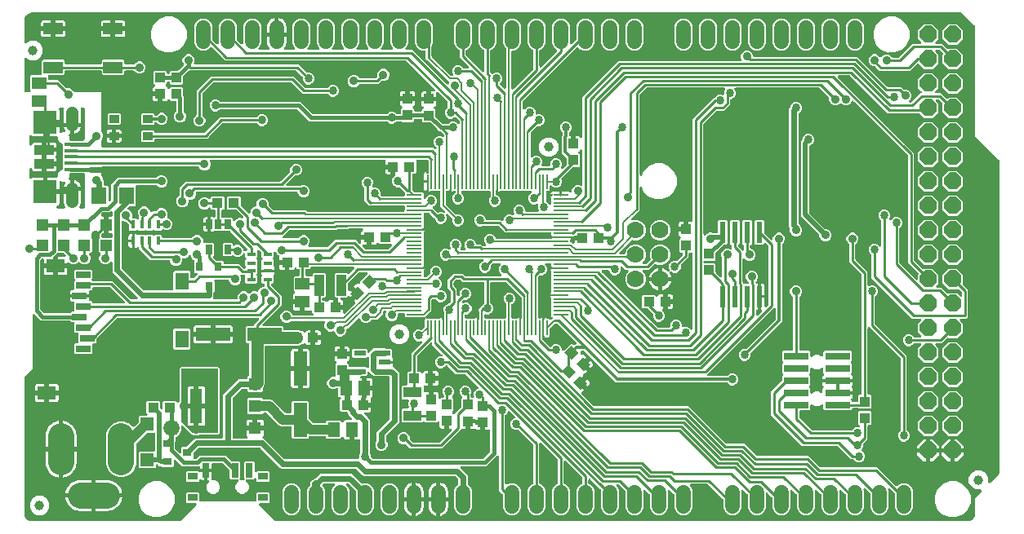
<source format=gbr>
G04 EAGLE Gerber RS-274X export*
G75*
%MOMM*%
%FSLAX34Y34*%
%LPD*%
%INTop Copper*%
%IPPOS*%
%AMOC8*
5,1,8,0,0,1.08239X$1,22.5*%
G01*
%ADD10C,1.778000*%
%ADD11R,1.240000X1.500000*%
%ADD12R,3.556000X1.400000*%
%ADD13R,1.400000X3.556000*%
%ADD14R,1.200000X1.200000*%
%ADD15R,1.400000X1.400000*%
%ADD16C,1.000000*%
%ADD17R,1.200000X0.550000*%
%ADD18R,1.300000X1.300000*%
%ADD19R,1.300000X3.600000*%
%ADD20R,1.075000X1.000000*%
%ADD21R,0.889000X0.787400*%
%ADD22R,2.413000X2.413000*%
%ADD23C,1.308000*%
%ADD24R,1.350000X0.400000*%
%ADD25R,2.000000X1.000000*%
%ADD26R,1.600000X1.803000*%
%ADD27R,2.000000X1.200000*%
%ADD28C,1.500000*%
%ADD29R,1.500000X1.240000*%
%ADD30C,1.676400*%
%ADD31R,0.787400X0.889000*%
%ADD32R,0.690000X0.990000*%
%ADD33R,0.450000X0.900000*%
%ADD34R,0.900000X0.450000*%
%ADD35R,2.600000X0.760000*%
%ADD36R,1.000000X1.075000*%
%ADD37R,0.600000X2.200000*%
%ADD38R,1.000000X0.850000*%
%ADD39R,1.016000X2.200000*%
%ADD40R,1.900000X1.100000*%
%ADD41C,2.700000*%
%ADD42R,1.000000X0.800000*%
%ADD43R,0.700000X1.500000*%
%ADD44P,1.924489X8X292.500000*%
%ADD45R,0.200000X1.600000*%
%ADD46R,1.600000X0.200000*%
%ADD47R,1.900000X1.400000*%
%ADD48R,1.400000X1.800000*%
%ADD49R,1.500000X0.700000*%
%ADD50C,0.856400*%
%ADD51C,0.906400*%
%ADD52C,1.016000*%
%ADD53C,0.609600*%
%ADD54C,0.406400*%
%ADD55C,0.177800*%
%ADD56C,0.254000*%
%ADD57C,0.203200*%
%ADD58C,1.270000*%
%ADD59C,0.228600*%
%ADD60C,0.304800*%
%ADD61C,0.812800*%
%ADD62C,0.508000*%

G36*
X163620Y2553D02*
X163620Y2553D01*
X163719Y2556D01*
X163777Y2573D01*
X163837Y2581D01*
X163929Y2617D01*
X164025Y2645D01*
X164077Y2675D01*
X164133Y2698D01*
X164213Y2756D01*
X164298Y2806D01*
X164374Y2872D01*
X164390Y2884D01*
X164398Y2894D01*
X164419Y2912D01*
X180661Y19155D01*
X180747Y19264D01*
X180835Y19371D01*
X180844Y19390D01*
X180856Y19406D01*
X180912Y19534D01*
X180971Y19659D01*
X180975Y19679D01*
X180983Y19698D01*
X181005Y19836D01*
X181031Y19972D01*
X181029Y19992D01*
X181033Y20012D01*
X181019Y20151D01*
X181011Y20289D01*
X181005Y20308D01*
X181003Y20328D01*
X180956Y20460D01*
X180913Y20591D01*
X180902Y20609D01*
X180895Y20628D01*
X180817Y20743D01*
X180743Y20860D01*
X180728Y20874D01*
X180717Y20891D01*
X180612Y20983D01*
X180511Y21078D01*
X180493Y21088D01*
X180478Y21101D01*
X180354Y21164D01*
X180233Y21232D01*
X180213Y21237D01*
X180195Y21246D01*
X180059Y21276D01*
X179925Y21311D01*
X179897Y21313D01*
X179885Y21316D01*
X179864Y21315D01*
X179764Y21321D01*
X171123Y21321D01*
X170081Y22363D01*
X170081Y31837D01*
X171123Y32879D01*
X182597Y32879D01*
X183639Y31837D01*
X183639Y24130D01*
X183654Y24012D01*
X183661Y23893D01*
X183674Y23855D01*
X183679Y23814D01*
X183722Y23704D01*
X183759Y23591D01*
X183781Y23556D01*
X183796Y23519D01*
X183865Y23423D01*
X183929Y23322D01*
X183959Y23294D01*
X183982Y23261D01*
X184074Y23185D01*
X184161Y23104D01*
X184196Y23084D01*
X184227Y23059D01*
X184335Y23008D01*
X184439Y22950D01*
X184479Y22940D01*
X184515Y22923D01*
X184632Y22901D01*
X184747Y22871D01*
X184807Y22867D01*
X184827Y22863D01*
X184848Y22865D01*
X184908Y22861D01*
X241812Y22861D01*
X241930Y22876D01*
X242049Y22883D01*
X242087Y22896D01*
X242128Y22901D01*
X242238Y22944D01*
X242351Y22981D01*
X242386Y23003D01*
X242423Y23018D01*
X242519Y23087D01*
X242620Y23151D01*
X242648Y23181D01*
X242681Y23204D01*
X242757Y23296D01*
X242838Y23383D01*
X242858Y23418D01*
X242883Y23449D01*
X242934Y23557D01*
X242992Y23661D01*
X243002Y23701D01*
X243019Y23737D01*
X243041Y23854D01*
X243071Y23969D01*
X243075Y24029D01*
X243079Y24049D01*
X243077Y24070D01*
X243081Y24130D01*
X243081Y31837D01*
X244123Y32879D01*
X255597Y32879D01*
X256639Y31837D01*
X256639Y22363D01*
X255597Y21321D01*
X246956Y21321D01*
X246819Y21304D01*
X246680Y21291D01*
X246661Y21284D01*
X246641Y21281D01*
X246512Y21230D01*
X246380Y21183D01*
X246364Y21172D01*
X246345Y21164D01*
X246233Y21083D01*
X246117Y21005D01*
X246104Y20989D01*
X246088Y20978D01*
X245999Y20870D01*
X245907Y20766D01*
X245898Y20748D01*
X245885Y20733D01*
X245825Y20607D01*
X245762Y20483D01*
X245758Y20463D01*
X245749Y20445D01*
X245723Y20309D01*
X245693Y20173D01*
X245693Y20152D01*
X245689Y20133D01*
X245698Y19994D01*
X245702Y19855D01*
X245708Y19835D01*
X245709Y19815D01*
X245752Y19683D01*
X245791Y19549D01*
X245801Y19532D01*
X245807Y19513D01*
X245882Y19395D01*
X245952Y19275D01*
X245971Y19254D01*
X245977Y19244D01*
X245992Y19230D01*
X246059Y19155D01*
X262301Y2912D01*
X262379Y2852D01*
X262451Y2784D01*
X262504Y2755D01*
X262552Y2718D01*
X262643Y2678D01*
X262730Y2630D01*
X262788Y2615D01*
X262844Y2591D01*
X262942Y2576D01*
X263037Y2551D01*
X263138Y2545D01*
X263158Y2541D01*
X263170Y2543D01*
X263198Y2541D01*
X980600Y2541D01*
X980620Y2543D01*
X980724Y2547D01*
X981932Y2666D01*
X982036Y2689D01*
X982141Y2704D01*
X982221Y2732D01*
X982242Y2736D01*
X982256Y2744D01*
X982293Y2756D01*
X984525Y3681D01*
X984533Y3685D01*
X984542Y3688D01*
X984672Y3764D01*
X984801Y3838D01*
X984808Y3845D01*
X984816Y3849D01*
X984936Y3956D01*
X986644Y5664D01*
X986650Y5671D01*
X986657Y5677D01*
X986747Y5796D01*
X986839Y5915D01*
X986843Y5923D01*
X986849Y5931D01*
X986919Y6075D01*
X987844Y8307D01*
X987872Y8409D01*
X987908Y8509D01*
X987922Y8592D01*
X987928Y8613D01*
X987928Y8629D01*
X987934Y8668D01*
X988053Y9876D01*
X988053Y9895D01*
X988059Y10000D01*
X988059Y26452D01*
X989919Y28312D01*
X994929Y33323D01*
X995015Y33432D01*
X995103Y33539D01*
X995112Y33558D01*
X995124Y33574D01*
X995180Y33702D01*
X995239Y33827D01*
X995243Y33847D01*
X995251Y33866D01*
X995273Y34004D01*
X995299Y34140D01*
X995297Y34160D01*
X995301Y34180D01*
X995287Y34319D01*
X995279Y34457D01*
X995273Y34476D01*
X995271Y34496D01*
X995224Y34628D01*
X995181Y34759D01*
X995170Y34777D01*
X995163Y34796D01*
X995085Y34911D01*
X995011Y35028D01*
X994996Y35042D01*
X994985Y35059D01*
X994880Y35151D01*
X994779Y35246D01*
X994761Y35256D01*
X994746Y35269D01*
X994622Y35333D01*
X994501Y35400D01*
X994481Y35405D01*
X994463Y35414D01*
X994327Y35444D01*
X994193Y35479D01*
X994165Y35481D01*
X994153Y35484D01*
X994132Y35483D01*
X994032Y35489D01*
X989110Y35489D01*
X984469Y38169D01*
X981789Y42810D01*
X981789Y48170D01*
X984469Y52811D01*
X989110Y55491D01*
X994470Y55491D01*
X999111Y52811D01*
X1001791Y48170D01*
X1001791Y43248D01*
X1001808Y43110D01*
X1001821Y42972D01*
X1001828Y42953D01*
X1001831Y42933D01*
X1001882Y42804D01*
X1001929Y42672D01*
X1001940Y42656D01*
X1001948Y42637D01*
X1002029Y42525D01*
X1002107Y42409D01*
X1002123Y42396D01*
X1002134Y42380D01*
X1002242Y42291D01*
X1002346Y42199D01*
X1002364Y42190D01*
X1002379Y42177D01*
X1002505Y42117D01*
X1002629Y42054D01*
X1002649Y42050D01*
X1002667Y42041D01*
X1002803Y42015D01*
X1002939Y41985D01*
X1002960Y41985D01*
X1002979Y41981D01*
X1003118Y41990D01*
X1003257Y41994D01*
X1003277Y42000D01*
X1003297Y42001D01*
X1003429Y42044D01*
X1003563Y42083D01*
X1003580Y42093D01*
X1003599Y42099D01*
X1003717Y42174D01*
X1003837Y42244D01*
X1003858Y42263D01*
X1003868Y42269D01*
X1003882Y42284D01*
X1003957Y42351D01*
X1013088Y51481D01*
X1013148Y51559D01*
X1013216Y51631D01*
X1013245Y51684D01*
X1013282Y51732D01*
X1013322Y51823D01*
X1013370Y51910D01*
X1013385Y51968D01*
X1013409Y52024D01*
X1013424Y52122D01*
X1013449Y52217D01*
X1013455Y52318D01*
X1013459Y52338D01*
X1013457Y52350D01*
X1013459Y52378D01*
X1013459Y376882D01*
X1013447Y376980D01*
X1013444Y377079D01*
X1013427Y377137D01*
X1013419Y377197D01*
X1013383Y377289D01*
X1013355Y377385D01*
X1013325Y377437D01*
X1013302Y377493D01*
X1013244Y377573D01*
X1013194Y377659D01*
X1013128Y377734D01*
X1013116Y377750D01*
X1013106Y377758D01*
X1013088Y377779D01*
X989919Y400948D01*
X988059Y402808D01*
X988059Y516582D01*
X988047Y516680D01*
X988044Y516779D01*
X988032Y516820D01*
X988032Y516824D01*
X988027Y516840D01*
X988019Y516897D01*
X987983Y516989D01*
X987955Y517085D01*
X987937Y517115D01*
X987934Y517126D01*
X987920Y517148D01*
X987902Y517193D01*
X987844Y517273D01*
X987794Y517359D01*
X987769Y517387D01*
X987764Y517395D01*
X987752Y517406D01*
X987728Y517434D01*
X987716Y517450D01*
X987706Y517458D01*
X987688Y517479D01*
X974679Y530488D01*
X974601Y530548D01*
X974529Y530616D01*
X974476Y530645D01*
X974428Y530682D01*
X974337Y530722D01*
X974250Y530770D01*
X974192Y530785D01*
X974136Y530809D01*
X974038Y530824D01*
X973943Y530849D01*
X973843Y530855D01*
X973822Y530859D01*
X973810Y530857D01*
X973782Y530859D01*
X10000Y530859D01*
X9980Y530857D01*
X9876Y530853D01*
X8668Y530734D01*
X8564Y530711D01*
X8459Y530696D01*
X8379Y530668D01*
X8358Y530664D01*
X8344Y530656D01*
X8307Y530644D01*
X6075Y529719D01*
X6067Y529715D01*
X6058Y529712D01*
X5928Y529636D01*
X5799Y529562D01*
X5792Y529555D01*
X5784Y529551D01*
X5664Y529444D01*
X3956Y527736D01*
X3950Y527729D01*
X3943Y527723D01*
X3865Y527620D01*
X3782Y527520D01*
X3773Y527501D01*
X3761Y527485D01*
X3757Y527477D01*
X3751Y527469D01*
X3681Y527325D01*
X2756Y525093D01*
X2728Y524991D01*
X2692Y524891D01*
X2678Y524808D01*
X2672Y524787D01*
X2672Y524771D01*
X2666Y524732D01*
X2547Y523525D01*
X2547Y523505D01*
X2541Y523400D01*
X2541Y500104D01*
X2557Y499973D01*
X2568Y499841D01*
X2577Y499815D01*
X2581Y499788D01*
X2629Y499666D01*
X2673Y499540D01*
X2688Y499518D01*
X2698Y499493D01*
X2775Y499386D01*
X2849Y499275D01*
X2869Y499257D01*
X2884Y499235D01*
X2987Y499151D01*
X3085Y499062D01*
X3109Y499050D01*
X3129Y499033D01*
X3249Y498976D01*
X3366Y498915D01*
X3393Y498909D01*
X3417Y498897D01*
X3547Y498872D01*
X3676Y498842D01*
X3703Y498842D01*
X3729Y498837D01*
X3861Y498846D01*
X3994Y498848D01*
X4020Y498855D01*
X4047Y498857D01*
X4173Y498898D01*
X4300Y498933D01*
X4335Y498950D01*
X4349Y498955D01*
X4368Y498967D01*
X4445Y499005D01*
X8750Y501491D01*
X14110Y501491D01*
X18751Y498811D01*
X21431Y494170D01*
X21431Y488810D01*
X18751Y484169D01*
X14110Y481489D01*
X8750Y481489D01*
X4445Y483975D01*
X4322Y484027D01*
X4203Y484083D01*
X4176Y484088D01*
X4151Y484098D01*
X4020Y484118D01*
X3890Y484143D01*
X3864Y484141D01*
X3837Y484145D01*
X3705Y484131D01*
X3573Y484123D01*
X3547Y484115D01*
X3521Y484112D01*
X3396Y484066D01*
X3271Y484025D01*
X3248Y484010D01*
X3222Y484001D01*
X3114Y483926D01*
X3002Y483855D01*
X2983Y483835D01*
X2961Y483820D01*
X2875Y483720D01*
X2784Y483623D01*
X2771Y483599D01*
X2753Y483579D01*
X2694Y483460D01*
X2630Y483345D01*
X2624Y483319D01*
X2612Y483294D01*
X2584Y483165D01*
X2551Y483037D01*
X2549Y482998D01*
X2545Y482983D01*
X2546Y482961D01*
X2541Y482876D01*
X2541Y449580D01*
X2556Y449462D01*
X2563Y449343D01*
X2576Y449305D01*
X2581Y449264D01*
X2624Y449154D01*
X2661Y449041D01*
X2683Y449006D01*
X2698Y448969D01*
X2767Y448873D01*
X2831Y448772D01*
X2861Y448744D01*
X2884Y448711D01*
X2976Y448636D01*
X3063Y448554D01*
X3098Y448534D01*
X3129Y448509D01*
X3237Y448458D01*
X3341Y448400D01*
X3381Y448390D01*
X3417Y448373D01*
X3534Y448351D01*
X3649Y448321D01*
X3709Y448317D01*
X3729Y448313D01*
X3750Y448315D01*
X3810Y448311D01*
X8000Y448311D01*
X8138Y448328D01*
X8276Y448341D01*
X8295Y448348D01*
X8315Y448351D01*
X8445Y448402D01*
X8575Y448449D01*
X8592Y448460D01*
X8611Y448468D01*
X8723Y448549D01*
X8838Y448627D01*
X8852Y448643D01*
X8868Y448654D01*
X8957Y448762D01*
X9049Y448866D01*
X9058Y448884D01*
X9071Y448899D01*
X9130Y449025D01*
X9193Y449149D01*
X9198Y449169D01*
X9206Y449187D01*
X9233Y449324D01*
X9263Y449459D01*
X9262Y449480D01*
X9266Y449500D01*
X9258Y449638D01*
X9253Y449777D01*
X9248Y449797D01*
X9246Y449817D01*
X9204Y449949D01*
X9165Y450083D01*
X9155Y450100D01*
X9148Y450119D01*
X9074Y450237D01*
X9003Y450357D01*
X8985Y450378D01*
X8978Y450388D01*
X8963Y450402D01*
X8897Y450478D01*
X8501Y450873D01*
X8501Y464747D01*
X9543Y465789D01*
X19452Y465789D01*
X19570Y465804D01*
X19689Y465811D01*
X19727Y465824D01*
X19768Y465829D01*
X19878Y465872D01*
X19991Y465909D01*
X20026Y465931D01*
X20063Y465946D01*
X20159Y466015D01*
X20260Y466079D01*
X20288Y466109D01*
X20321Y466132D01*
X20397Y466224D01*
X20478Y466311D01*
X20498Y466346D01*
X20523Y466377D01*
X20574Y466485D01*
X20632Y466589D01*
X20642Y466629D01*
X20659Y466665D01*
X20681Y466782D01*
X20711Y466897D01*
X20715Y466957D01*
X20719Y466977D01*
X20717Y466998D01*
X20718Y467000D01*
X20719Y467006D01*
X20718Y467012D01*
X20721Y467058D01*
X20721Y480767D01*
X21763Y481809D01*
X43237Y481809D01*
X44279Y480767D01*
X44279Y478348D01*
X44294Y478230D01*
X44301Y478111D01*
X44314Y478073D01*
X44319Y478032D01*
X44362Y477922D01*
X44399Y477809D01*
X44421Y477774D01*
X44436Y477737D01*
X44505Y477641D01*
X44569Y477540D01*
X44599Y477512D01*
X44622Y477479D01*
X44714Y477403D01*
X44801Y477322D01*
X44836Y477302D01*
X44867Y477277D01*
X44975Y477226D01*
X45079Y477168D01*
X45119Y477158D01*
X45155Y477141D01*
X45272Y477119D01*
X45387Y477089D01*
X45447Y477085D01*
X45467Y477081D01*
X45488Y477083D01*
X45548Y477079D01*
X81452Y477079D01*
X81570Y477094D01*
X81689Y477101D01*
X81727Y477114D01*
X81768Y477119D01*
X81878Y477162D01*
X81991Y477199D01*
X82026Y477221D01*
X82063Y477236D01*
X82159Y477305D01*
X82260Y477369D01*
X82288Y477399D01*
X82321Y477422D01*
X82397Y477514D01*
X82478Y477601D01*
X82498Y477636D01*
X82523Y477667D01*
X82574Y477775D01*
X82632Y477879D01*
X82642Y477919D01*
X82659Y477955D01*
X82681Y478072D01*
X82711Y478187D01*
X82715Y478247D01*
X82719Y478267D01*
X82717Y478288D01*
X82721Y478348D01*
X82721Y480767D01*
X83763Y481809D01*
X105237Y481809D01*
X106279Y480767D01*
X106279Y478028D01*
X106294Y477910D01*
X106301Y477791D01*
X106314Y477753D01*
X106319Y477712D01*
X106362Y477602D01*
X106399Y477489D01*
X106421Y477454D01*
X106436Y477417D01*
X106505Y477321D01*
X106569Y477220D01*
X106599Y477192D01*
X106622Y477159D01*
X106714Y477083D01*
X106801Y477002D01*
X106836Y476982D01*
X106867Y476957D01*
X106975Y476906D01*
X107079Y476848D01*
X107119Y476838D01*
X107155Y476821D01*
X107272Y476799D01*
X107387Y476769D01*
X107447Y476765D01*
X107467Y476761D01*
X107488Y476763D01*
X107548Y476759D01*
X115518Y476759D01*
X115616Y476771D01*
X115715Y476774D01*
X115774Y476791D01*
X115834Y476799D01*
X115926Y476835D01*
X116021Y476863D01*
X116073Y476893D01*
X116129Y476916D01*
X116209Y476974D01*
X116295Y477024D01*
X116370Y477090D01*
X116387Y477102D01*
X116395Y477112D01*
X116416Y477130D01*
X118345Y479060D01*
X120665Y480021D01*
X123175Y480021D01*
X125495Y479060D01*
X127270Y477285D01*
X128231Y474965D01*
X128231Y472455D01*
X127270Y470135D01*
X125495Y468360D01*
X123175Y467399D01*
X120665Y467399D01*
X118345Y468360D01*
X116416Y470290D01*
X116337Y470350D01*
X116265Y470418D01*
X116212Y470447D01*
X116164Y470484D01*
X116073Y470524D01*
X115987Y470572D01*
X115928Y470587D01*
X115873Y470611D01*
X115775Y470626D01*
X115679Y470651D01*
X115579Y470657D01*
X115559Y470661D01*
X115546Y470659D01*
X115518Y470661D01*
X107548Y470661D01*
X107430Y470646D01*
X107311Y470639D01*
X107273Y470626D01*
X107232Y470621D01*
X107122Y470578D01*
X107009Y470541D01*
X106974Y470519D01*
X106937Y470504D01*
X106841Y470435D01*
X106740Y470371D01*
X106712Y470341D01*
X106679Y470318D01*
X106603Y470226D01*
X106522Y470139D01*
X106502Y470104D01*
X106477Y470073D01*
X106426Y469965D01*
X106368Y469861D01*
X106358Y469821D01*
X106341Y469785D01*
X106319Y469668D01*
X106289Y469553D01*
X106285Y469493D01*
X106281Y469473D01*
X106283Y469452D01*
X106279Y469392D01*
X106279Y467293D01*
X105237Y466251D01*
X83763Y466251D01*
X82721Y467293D01*
X82721Y469712D01*
X82706Y469830D01*
X82699Y469949D01*
X82686Y469987D01*
X82681Y470028D01*
X82638Y470138D01*
X82601Y470251D01*
X82579Y470286D01*
X82564Y470323D01*
X82495Y470419D01*
X82431Y470520D01*
X82401Y470548D01*
X82378Y470581D01*
X82286Y470657D01*
X82199Y470738D01*
X82164Y470758D01*
X82133Y470783D01*
X82025Y470834D01*
X81921Y470892D01*
X81881Y470902D01*
X81845Y470919D01*
X81728Y470941D01*
X81613Y470971D01*
X81553Y470975D01*
X81533Y470979D01*
X81512Y470977D01*
X81452Y470981D01*
X45548Y470981D01*
X45430Y470966D01*
X45311Y470959D01*
X45273Y470946D01*
X45232Y470941D01*
X45122Y470898D01*
X45009Y470861D01*
X44974Y470839D01*
X44937Y470824D01*
X44841Y470755D01*
X44740Y470691D01*
X44712Y470661D01*
X44679Y470638D01*
X44603Y470546D01*
X44522Y470459D01*
X44502Y470424D01*
X44477Y470393D01*
X44426Y470285D01*
X44368Y470181D01*
X44358Y470141D01*
X44341Y470105D01*
X44319Y469988D01*
X44289Y469873D01*
X44285Y469813D01*
X44281Y469793D01*
X44283Y469772D01*
X44279Y469712D01*
X44279Y467293D01*
X43237Y466251D01*
X28328Y466251D01*
X28210Y466236D01*
X28091Y466229D01*
X28053Y466216D01*
X28012Y466211D01*
X27902Y466168D01*
X27789Y466131D01*
X27754Y466109D01*
X27717Y466094D01*
X27621Y466025D01*
X27520Y465961D01*
X27492Y465931D01*
X27459Y465908D01*
X27383Y465816D01*
X27302Y465729D01*
X27282Y465694D01*
X27257Y465663D01*
X27206Y465555D01*
X27148Y465451D01*
X27138Y465411D01*
X27121Y465375D01*
X27099Y465258D01*
X27069Y465143D01*
X27065Y465083D01*
X27061Y465063D01*
X27063Y465042D01*
X27059Y464982D01*
X27059Y462128D01*
X27074Y462010D01*
X27081Y461891D01*
X27094Y461853D01*
X27099Y461812D01*
X27142Y461702D01*
X27179Y461589D01*
X27201Y461554D01*
X27216Y461517D01*
X27285Y461421D01*
X27349Y461320D01*
X27379Y461292D01*
X27402Y461259D01*
X27494Y461183D01*
X27581Y461102D01*
X27616Y461082D01*
X27647Y461057D01*
X27755Y461006D01*
X27859Y460948D01*
X27899Y460938D01*
X27935Y460921D01*
X28052Y460899D01*
X28167Y460869D01*
X28227Y460865D01*
X28247Y460861D01*
X28268Y460863D01*
X28328Y460859D01*
X37483Y460859D01*
X45889Y452452D01*
X45967Y452392D01*
X46039Y452324D01*
X46092Y452295D01*
X46140Y452258D01*
X46231Y452218D01*
X46318Y452170D01*
X46377Y452155D01*
X46432Y452131D01*
X46530Y452116D01*
X46626Y452091D01*
X46726Y452085D01*
X46746Y452081D01*
X46759Y452083D01*
X46787Y452081D01*
X49515Y452081D01*
X51835Y451120D01*
X53610Y449345D01*
X53714Y449094D01*
X53728Y449069D01*
X53737Y449041D01*
X53807Y448931D01*
X53871Y448818D01*
X53892Y448797D01*
X53908Y448772D01*
X54002Y448683D01*
X54093Y448590D01*
X54118Y448574D01*
X54139Y448554D01*
X54253Y448491D01*
X54364Y448423D01*
X54392Y448415D01*
X54418Y448400D01*
X54543Y448368D01*
X54668Y448330D01*
X54697Y448328D01*
X54726Y448321D01*
X54886Y448311D01*
X82551Y448311D01*
X82551Y406960D01*
X82563Y406862D01*
X82566Y406763D01*
X82583Y406704D01*
X82591Y406644D01*
X82627Y406552D01*
X82655Y406457D01*
X82685Y406405D01*
X82708Y406349D01*
X82766Y406268D01*
X82804Y406204D01*
X83781Y403845D01*
X83781Y401335D01*
X82805Y398979D01*
X82794Y398967D01*
X82765Y398914D01*
X82728Y398866D01*
X82688Y398776D01*
X82640Y398689D01*
X82625Y398630D01*
X82601Y398575D01*
X82586Y398477D01*
X82561Y398381D01*
X82555Y398281D01*
X82551Y398261D01*
X82553Y398248D01*
X82551Y398220D01*
X82551Y391691D01*
X82566Y391573D01*
X82573Y391454D01*
X82586Y391416D01*
X82591Y391375D01*
X82634Y391265D01*
X82671Y391152D01*
X82693Y391117D01*
X82708Y391080D01*
X82778Y390984D01*
X82841Y390883D01*
X82871Y390855D01*
X82894Y390822D01*
X82986Y390746D01*
X83073Y390665D01*
X83108Y390645D01*
X83139Y390620D01*
X83247Y390569D01*
X83351Y390511D01*
X83391Y390501D01*
X83427Y390484D01*
X83544Y390462D01*
X83659Y390432D01*
X83720Y390428D01*
X83740Y390424D01*
X83760Y390426D01*
X83820Y390422D01*
X137546Y390422D01*
X137645Y390434D01*
X137744Y390437D01*
X137802Y390454D01*
X137862Y390462D01*
X137954Y390498D01*
X138049Y390526D01*
X138088Y390549D01*
X426563Y390549D01*
X427766Y389346D01*
X427875Y389261D01*
X427982Y389172D01*
X428001Y389164D01*
X428017Y389151D01*
X428145Y389096D01*
X428270Y389037D01*
X428290Y389033D01*
X428309Y389025D01*
X428447Y389003D01*
X428583Y388977D01*
X428603Y388978D01*
X428623Y388975D01*
X428762Y388988D01*
X428900Y388997D01*
X428919Y389003D01*
X428939Y389005D01*
X429071Y389052D01*
X429202Y389095D01*
X429220Y389105D01*
X429239Y389112D01*
X429354Y389190D01*
X429471Y389265D01*
X429485Y389280D01*
X429502Y389291D01*
X429594Y389395D01*
X429689Y389496D01*
X429699Y389514D01*
X429712Y389529D01*
X429776Y389653D01*
X429843Y389775D01*
X429848Y389794D01*
X429857Y389813D01*
X429887Y389948D01*
X429922Y390083D01*
X429924Y390111D01*
X429927Y390123D01*
X429926Y390143D01*
X429932Y390244D01*
X429932Y390281D01*
X429920Y390379D01*
X429917Y390478D01*
X429900Y390536D01*
X429892Y390596D01*
X429856Y390688D01*
X429828Y390784D01*
X429798Y390836D01*
X429775Y390892D01*
X429717Y390972D01*
X429667Y391057D01*
X429601Y391133D01*
X429589Y391149D01*
X429579Y391157D01*
X429561Y391178D01*
X427932Y392807D01*
X427009Y395034D01*
X427009Y397446D01*
X427932Y399673D01*
X429637Y401378D01*
X431864Y402301D01*
X434276Y402301D01*
X436177Y401513D01*
X436225Y401500D01*
X436270Y401479D01*
X436378Y401458D01*
X436484Y401429D01*
X436534Y401428D01*
X436583Y401419D01*
X436692Y401426D01*
X436802Y401424D01*
X436850Y401436D01*
X436900Y401439D01*
X437004Y401472D01*
X437111Y401498D01*
X437155Y401521D01*
X437202Y401537D01*
X437295Y401595D01*
X437392Y401647D01*
X437429Y401680D01*
X437471Y401707D01*
X437546Y401787D01*
X437628Y401861D01*
X437655Y401902D01*
X437689Y401939D01*
X437742Y402035D01*
X437802Y402127D01*
X437819Y402174D01*
X437843Y402217D01*
X437870Y402323D01*
X437906Y402427D01*
X437910Y402477D01*
X437922Y402525D01*
X437932Y402686D01*
X437932Y403186D01*
X437920Y403285D01*
X437917Y403384D01*
X437900Y403442D01*
X437892Y403502D01*
X437856Y403594D01*
X437828Y403689D01*
X437798Y403741D01*
X437775Y403798D01*
X437717Y403878D01*
X437667Y403963D01*
X437601Y404038D01*
X437589Y404055D01*
X437579Y404063D01*
X437561Y404084D01*
X434279Y407366D01*
X434201Y407426D01*
X434129Y407494D01*
X434076Y407523D01*
X434028Y407560D01*
X433937Y407600D01*
X433850Y407648D01*
X433791Y407663D01*
X433736Y407687D01*
X433638Y407702D01*
X433542Y407727D01*
X433442Y407733D01*
X433422Y407737D01*
X433409Y407735D01*
X433381Y407737D01*
X432830Y407737D01*
X430226Y410341D01*
X424030Y416537D01*
X423952Y416597D01*
X423880Y416665D01*
X423827Y416694D01*
X423779Y416731D01*
X423688Y416771D01*
X423601Y416819D01*
X423543Y416834D01*
X423487Y416858D01*
X423389Y416873D01*
X423294Y416898D01*
X423193Y416904D01*
X423173Y416908D01*
X423161Y416906D01*
X423133Y416908D01*
X416157Y416908D01*
X415115Y417950D01*
X415115Y419388D01*
X415100Y419506D01*
X415093Y419625D01*
X415080Y419663D01*
X415075Y419703D01*
X415032Y419814D01*
X414995Y419927D01*
X414973Y419961D01*
X414958Y419999D01*
X414889Y420095D01*
X414825Y420196D01*
X414795Y420224D01*
X414772Y420256D01*
X414680Y420332D01*
X414593Y420414D01*
X414558Y420433D01*
X414527Y420459D01*
X414419Y420510D01*
X414315Y420567D01*
X414275Y420577D01*
X414239Y420595D01*
X414122Y420617D01*
X414007Y420647D01*
X413947Y420651D01*
X413927Y420654D01*
X413906Y420653D01*
X413846Y420657D01*
X407877Y420657D01*
X407758Y420642D01*
X407640Y420635D01*
X407601Y420622D01*
X407561Y420617D01*
X407450Y420573D01*
X407337Y420537D01*
X407303Y420515D01*
X407265Y420500D01*
X407169Y420430D01*
X407068Y420367D01*
X407041Y420337D01*
X407008Y420313D01*
X406932Y420222D01*
X406851Y420135D01*
X406831Y420100D01*
X406805Y420068D01*
X406755Y419961D01*
X406697Y419856D01*
X406687Y419817D01*
X406670Y419781D01*
X406647Y419664D01*
X406618Y419548D01*
X406614Y419488D01*
X406610Y419468D01*
X406611Y419448D01*
X406607Y419388D01*
X406607Y418356D01*
X405565Y417314D01*
X394092Y417314D01*
X393948Y417457D01*
X393870Y417518D01*
X393798Y417586D01*
X393745Y417615D01*
X393697Y417652D01*
X393606Y417692D01*
X393520Y417740D01*
X393461Y417755D01*
X393405Y417779D01*
X393307Y417794D01*
X393212Y417819D01*
X393112Y417825D01*
X393091Y417829D01*
X393079Y417827D01*
X393051Y417829D01*
X388826Y417829D01*
X388728Y417817D01*
X388629Y417814D01*
X388571Y417797D01*
X388511Y417789D01*
X388419Y417753D01*
X388323Y417725D01*
X388271Y417695D01*
X388215Y417672D01*
X388135Y417614D01*
X388050Y417564D01*
X387974Y417498D01*
X387958Y417486D01*
X387950Y417476D01*
X387929Y417458D01*
X386973Y416502D01*
X384746Y415579D01*
X382334Y415579D01*
X380107Y416502D01*
X379151Y417458D01*
X379073Y417518D01*
X379001Y417586D01*
X378948Y417615D01*
X378900Y417652D01*
X378809Y417692D01*
X378722Y417740D01*
X378664Y417755D01*
X378608Y417779D01*
X378510Y417794D01*
X378414Y417819D01*
X378314Y417825D01*
X378294Y417829D01*
X378282Y417827D01*
X378254Y417829D01*
X298142Y417829D01*
X285813Y430158D01*
X285735Y430218D01*
X285663Y430286D01*
X285610Y430315D01*
X285562Y430352D01*
X285471Y430392D01*
X285384Y430440D01*
X285326Y430455D01*
X285270Y430479D01*
X285172Y430494D01*
X285076Y430519D01*
X284976Y430525D01*
X284956Y430529D01*
X284944Y430527D01*
X284916Y430529D01*
X205946Y430529D01*
X205848Y430517D01*
X205749Y430514D01*
X205691Y430497D01*
X205631Y430489D01*
X205539Y430453D01*
X205443Y430425D01*
X205391Y430395D01*
X205335Y430372D01*
X205255Y430314D01*
X205170Y430264D01*
X205094Y430198D01*
X205078Y430186D01*
X205070Y430176D01*
X205049Y430158D01*
X204093Y429202D01*
X201866Y428279D01*
X199454Y428279D01*
X197227Y429202D01*
X195522Y430907D01*
X194599Y433134D01*
X194599Y435546D01*
X195522Y437773D01*
X197227Y439478D01*
X199454Y440401D01*
X201866Y440401D01*
X204093Y439478D01*
X205049Y438522D01*
X205127Y438462D01*
X205199Y438394D01*
X205252Y438365D01*
X205300Y438328D01*
X205391Y438288D01*
X205478Y438240D01*
X205536Y438225D01*
X205592Y438201D01*
X205690Y438186D01*
X205786Y438161D01*
X205886Y438155D01*
X205906Y438151D01*
X205918Y438153D01*
X205946Y438151D01*
X288598Y438151D01*
X300927Y425822D01*
X301005Y425762D01*
X301077Y425694D01*
X301130Y425665D01*
X301178Y425628D01*
X301269Y425588D01*
X301356Y425540D01*
X301414Y425525D01*
X301470Y425501D01*
X301568Y425486D01*
X301664Y425461D01*
X301764Y425455D01*
X301784Y425451D01*
X301796Y425453D01*
X301824Y425451D01*
X378254Y425451D01*
X378352Y425463D01*
X378451Y425466D01*
X378509Y425483D01*
X378569Y425491D01*
X378661Y425527D01*
X378757Y425555D01*
X378809Y425585D01*
X378865Y425608D01*
X378945Y425666D01*
X379030Y425716D01*
X379106Y425782D01*
X379122Y425794D01*
X379130Y425804D01*
X379151Y425822D01*
X380107Y426778D01*
X382334Y427701D01*
X384746Y427701D01*
X386973Y426778D01*
X387929Y425822D01*
X388007Y425762D01*
X388079Y425694D01*
X388132Y425665D01*
X388180Y425628D01*
X388271Y425588D01*
X388358Y425540D01*
X388416Y425525D01*
X388472Y425501D01*
X388570Y425486D01*
X388666Y425461D01*
X388766Y425455D01*
X388786Y425451D01*
X388798Y425453D01*
X388826Y425451D01*
X391781Y425451D01*
X391899Y425466D01*
X392018Y425473D01*
X392056Y425486D01*
X392096Y425491D01*
X392207Y425534D01*
X392320Y425571D01*
X392354Y425593D01*
X392392Y425608D01*
X392488Y425677D01*
X392589Y425741D01*
X392616Y425771D01*
X392649Y425794D01*
X392725Y425886D01*
X392807Y425973D01*
X392826Y426008D01*
X392852Y426039D01*
X392903Y426147D01*
X392960Y426251D01*
X392970Y426291D01*
X392988Y426327D01*
X393010Y426444D01*
X393040Y426559D01*
X393043Y426619D01*
X393047Y426639D01*
X393046Y426660D01*
X393050Y426720D01*
X393050Y430580D01*
X394167Y431696D01*
X394244Y431796D01*
X394326Y431891D01*
X394341Y431921D01*
X394362Y431948D01*
X394411Y432063D01*
X394467Y432175D01*
X394475Y432208D01*
X394488Y432239D01*
X394508Y432364D01*
X394534Y432486D01*
X394532Y432520D01*
X394538Y432553D01*
X394526Y432679D01*
X394521Y432804D01*
X394511Y432837D01*
X394508Y432870D01*
X394465Y432988D01*
X394429Y433109D01*
X394412Y433138D01*
X394400Y433169D01*
X394330Y433273D01*
X394265Y433381D01*
X394241Y433405D01*
X394222Y433433D01*
X394128Y433516D01*
X394038Y433604D01*
X393997Y433631D01*
X393983Y433643D01*
X393964Y433653D01*
X393904Y433693D01*
X393269Y434060D01*
X392795Y434533D01*
X392461Y435112D01*
X392288Y435758D01*
X392288Y438968D01*
X398598Y438968D01*
X398717Y438983D01*
X398835Y438991D01*
X398874Y439003D01*
X398914Y439008D01*
X399025Y439052D01*
X399138Y439089D01*
X399172Y439110D01*
X399210Y439125D01*
X399306Y439195D01*
X399407Y439259D01*
X399434Y439288D01*
X399467Y439312D01*
X399543Y439404D01*
X399624Y439491D01*
X399644Y439526D01*
X399670Y439557D01*
X399721Y439665D01*
X399778Y439769D01*
X399788Y439808D01*
X399805Y439845D01*
X399826Y439951D01*
X399829Y439922D01*
X399873Y439811D01*
X399910Y439698D01*
X399932Y439664D01*
X399946Y439627D01*
X400016Y439530D01*
X400080Y439430D01*
X400110Y439402D01*
X400133Y439369D01*
X400225Y439293D01*
X400312Y439212D01*
X400347Y439192D01*
X400378Y439166D01*
X400486Y439116D01*
X400590Y439058D01*
X400629Y439048D01*
X400666Y439031D01*
X400783Y439008D01*
X400898Y438979D01*
X400958Y438975D01*
X400978Y438971D01*
X400999Y438972D01*
X401059Y438968D01*
X407369Y438968D01*
X407369Y435758D01*
X407196Y435112D01*
X406862Y434533D01*
X406389Y434060D01*
X405753Y433693D01*
X405653Y433617D01*
X405549Y433546D01*
X405527Y433521D01*
X405500Y433501D01*
X405422Y433402D01*
X405339Y433308D01*
X405324Y433278D01*
X405303Y433251D01*
X405251Y433137D01*
X405194Y433025D01*
X405187Y432992D01*
X405173Y432961D01*
X405152Y432837D01*
X405125Y432714D01*
X405126Y432681D01*
X405120Y432647D01*
X405130Y432522D01*
X405134Y432397D01*
X405144Y432364D01*
X405146Y432331D01*
X405188Y432212D01*
X405223Y432091D01*
X405240Y432062D01*
X405251Y432030D01*
X405321Y431925D01*
X405384Y431817D01*
X405416Y431780D01*
X405427Y431765D01*
X405443Y431751D01*
X405491Y431696D01*
X406607Y430580D01*
X406607Y429548D01*
X406622Y429430D01*
X406630Y429311D01*
X406642Y429272D01*
X406647Y429232D01*
X406691Y429121D01*
X406728Y429008D01*
X406749Y428974D01*
X406764Y428937D01*
X406834Y428840D01*
X406898Y428740D01*
X406927Y428712D01*
X406951Y428679D01*
X407043Y428603D01*
X407129Y428522D01*
X407165Y428502D01*
X407196Y428476D01*
X407304Y428426D01*
X407408Y428368D01*
X407447Y428358D01*
X407484Y428341D01*
X407601Y428319D01*
X407716Y428289D01*
X407776Y428285D01*
X407796Y428281D01*
X407816Y428282D01*
X407877Y428279D01*
X413846Y428279D01*
X413964Y428293D01*
X414083Y428301D01*
X414121Y428313D01*
X414162Y428318D01*
X414272Y428362D01*
X414385Y428399D01*
X414420Y428421D01*
X414457Y428435D01*
X414553Y428505D01*
X414654Y428569D01*
X414682Y428598D01*
X414715Y428622D01*
X414791Y428714D01*
X414872Y428801D01*
X414892Y428836D01*
X414917Y428867D01*
X414968Y428975D01*
X415026Y429079D01*
X415036Y429118D01*
X415053Y429155D01*
X415075Y429272D01*
X415105Y429387D01*
X415109Y429447D01*
X415113Y429467D01*
X415111Y429488D01*
X415115Y429548D01*
X415115Y430174D01*
X416232Y431290D01*
X416309Y431390D01*
X416391Y431485D01*
X416406Y431515D01*
X416427Y431542D01*
X416477Y431657D01*
X416533Y431770D01*
X416540Y431803D01*
X416553Y431834D01*
X416573Y431958D01*
X416599Y432081D01*
X416598Y432114D01*
X416603Y432148D01*
X416591Y432273D01*
X416586Y432398D01*
X416576Y432431D01*
X416573Y432464D01*
X416531Y432583D01*
X416495Y432703D01*
X416477Y432732D01*
X416466Y432764D01*
X416395Y432868D01*
X416330Y432975D01*
X416306Y432999D01*
X416287Y433027D01*
X416193Y433110D01*
X416103Y433198D01*
X416062Y433225D01*
X416049Y433237D01*
X416029Y433247D01*
X415969Y433287D01*
X415334Y433654D01*
X414861Y434127D01*
X414526Y434706D01*
X414353Y435353D01*
X414353Y438563D01*
X420664Y438563D01*
X420782Y438578D01*
X420901Y438585D01*
X420939Y438597D01*
X420979Y438603D01*
X421090Y438646D01*
X421203Y438683D01*
X421237Y438705D01*
X421275Y438720D01*
X421371Y438789D01*
X421472Y438853D01*
X421500Y438883D01*
X421532Y438906D01*
X421608Y438998D01*
X421690Y439085D01*
X421709Y439120D01*
X421735Y439151D01*
X421786Y439259D01*
X421843Y439363D01*
X421853Y439403D01*
X421871Y439439D01*
X421891Y439546D01*
X421895Y439516D01*
X421939Y439406D01*
X421975Y439293D01*
X421997Y439258D01*
X422012Y439221D01*
X422082Y439124D01*
X422145Y439024D01*
X422175Y438996D01*
X422199Y438963D01*
X422290Y438887D01*
X422377Y438806D01*
X422412Y438786D01*
X422444Y438761D01*
X422551Y438710D01*
X422656Y438652D01*
X422695Y438642D01*
X422731Y438625D01*
X422848Y438603D01*
X422964Y438573D01*
X423024Y438569D01*
X423044Y438565D01*
X423064Y438567D01*
X423124Y438563D01*
X429435Y438563D01*
X429435Y435353D01*
X429262Y434706D01*
X428927Y434127D01*
X428454Y433654D01*
X427819Y433287D01*
X427719Y433211D01*
X427615Y433141D01*
X427592Y433115D01*
X427566Y433095D01*
X427487Y432996D01*
X427404Y432902D01*
X427389Y432872D01*
X427368Y432846D01*
X427317Y432731D01*
X427260Y432619D01*
X427252Y432586D01*
X427239Y432555D01*
X427217Y432431D01*
X427190Y432309D01*
X427191Y432275D01*
X427185Y432242D01*
X427196Y432116D01*
X427200Y431991D01*
X427209Y431958D01*
X427212Y431925D01*
X427253Y431806D01*
X427288Y431685D01*
X427305Y431656D01*
X427316Y431624D01*
X427386Y431519D01*
X427450Y431411D01*
X427482Y431375D01*
X427492Y431359D01*
X427508Y431345D01*
X427556Y431290D01*
X428673Y430174D01*
X428673Y423198D01*
X428685Y423100D01*
X428688Y423001D01*
X428705Y422943D01*
X428713Y422883D01*
X428749Y422791D01*
X428777Y422695D01*
X428807Y422643D01*
X428830Y422587D01*
X428888Y422507D01*
X428938Y422422D01*
X429004Y422346D01*
X429016Y422330D01*
X429026Y422322D01*
X429044Y422301D01*
X435615Y415730D01*
X435693Y415670D01*
X435765Y415602D01*
X435818Y415573D01*
X435866Y415536D01*
X435957Y415496D01*
X436044Y415448D01*
X436102Y415433D01*
X436158Y415409D01*
X436256Y415394D01*
X436352Y415369D01*
X436452Y415363D01*
X436472Y415359D01*
X436484Y415361D01*
X436512Y415359D01*
X441822Y415359D01*
X441920Y415371D01*
X442019Y415374D01*
X442077Y415391D01*
X442137Y415399D01*
X442229Y415435D01*
X442325Y415463D01*
X442377Y415493D01*
X442433Y415516D01*
X442513Y415574D01*
X442598Y415624D01*
X442674Y415690D01*
X442690Y415702D01*
X442698Y415712D01*
X442719Y415730D01*
X443607Y416618D01*
X445834Y417541D01*
X448246Y417541D01*
X450473Y416618D01*
X451766Y415326D01*
X451875Y415241D01*
X451982Y415152D01*
X452001Y415143D01*
X452017Y415131D01*
X452144Y415075D01*
X452270Y415016D01*
X452290Y415012D01*
X452309Y415004D01*
X452447Y414982D01*
X452583Y414956D01*
X452603Y414958D01*
X452623Y414955D01*
X452762Y414968D01*
X452900Y414976D01*
X452919Y414982D01*
X452939Y414984D01*
X453071Y415032D01*
X453202Y415074D01*
X453220Y415085D01*
X453239Y415092D01*
X453354Y415170D01*
X453471Y415244D01*
X453485Y415259D01*
X453502Y415271D01*
X453594Y415375D01*
X453689Y415476D01*
X453699Y415494D01*
X453712Y415509D01*
X453776Y415633D01*
X453843Y415755D01*
X453848Y415774D01*
X453857Y415792D01*
X453887Y415928D01*
X453922Y416062D01*
X453924Y416091D01*
X453927Y416102D01*
X453926Y416123D01*
X453932Y416223D01*
X453932Y417530D01*
X453920Y417629D01*
X453917Y417728D01*
X453900Y417786D01*
X453892Y417846D01*
X453856Y417938D01*
X453828Y418033D01*
X453798Y418085D01*
X453775Y418142D01*
X453717Y418222D01*
X453667Y418307D01*
X453601Y418382D01*
X453589Y418399D01*
X453579Y418407D01*
X453561Y418428D01*
X450067Y421921D01*
X449973Y421994D01*
X449884Y422073D01*
X449848Y422091D01*
X449816Y422116D01*
X449707Y422163D01*
X449601Y422218D01*
X449561Y422226D01*
X449524Y422242D01*
X449406Y422261D01*
X449290Y422287D01*
X449250Y422286D01*
X449210Y422292D01*
X449091Y422281D01*
X448973Y422277D01*
X448934Y422266D01*
X448893Y422262D01*
X448781Y422222D01*
X448667Y422189D01*
X448632Y422169D01*
X448594Y422155D01*
X448496Y422088D01*
X448393Y422028D01*
X448348Y421988D01*
X448331Y421976D01*
X448318Y421961D01*
X448272Y421921D01*
X447933Y421582D01*
X445706Y420659D01*
X443294Y420659D01*
X441067Y421582D01*
X439362Y423287D01*
X438439Y425514D01*
X438439Y427926D01*
X439362Y430153D01*
X440833Y431624D01*
X440893Y431702D01*
X440961Y431774D01*
X440991Y431827D01*
X441028Y431875D01*
X441067Y431966D01*
X441115Y432053D01*
X441130Y432111D01*
X441154Y432167D01*
X441170Y432265D01*
X441194Y432361D01*
X441201Y432461D01*
X441204Y432481D01*
X441203Y432493D01*
X441205Y432521D01*
X441205Y437878D01*
X441192Y437976D01*
X441189Y438075D01*
X441172Y438134D01*
X441165Y438194D01*
X441128Y438286D01*
X441101Y438381D01*
X441070Y438433D01*
X441048Y438489D01*
X440990Y438569D01*
X440939Y438655D01*
X440901Y438699D01*
X440899Y438702D01*
X440894Y438706D01*
X440873Y438730D01*
X440861Y438747D01*
X440851Y438755D01*
X440833Y438776D01*
X431539Y448070D01*
X431423Y448159D01*
X431311Y448251D01*
X431298Y448256D01*
X431288Y448264D01*
X431154Y448322D01*
X431021Y448383D01*
X431008Y448385D01*
X430996Y448391D01*
X430851Y448414D01*
X430708Y448440D01*
X430695Y448439D01*
X430682Y448441D01*
X430536Y448427D01*
X430391Y448416D01*
X430379Y448412D01*
X430365Y448411D01*
X430228Y448362D01*
X430090Y448315D01*
X430078Y448308D01*
X430066Y448303D01*
X429945Y448221D01*
X429823Y448142D01*
X429814Y448132D01*
X429803Y448125D01*
X429706Y448015D01*
X429607Y447908D01*
X429601Y447896D01*
X429592Y447886D01*
X429526Y447756D01*
X429457Y447628D01*
X429454Y447615D01*
X429448Y447603D01*
X429416Y447461D01*
X429381Y447319D01*
X429381Y447306D01*
X429378Y447293D01*
X429382Y447147D01*
X429384Y447001D01*
X429387Y446983D01*
X429388Y446975D01*
X429392Y446958D01*
X429415Y446843D01*
X429435Y446772D01*
X429435Y443561D01*
X424393Y443561D01*
X424393Y448978D01*
X427229Y448978D01*
X427300Y448958D01*
X427444Y448939D01*
X427589Y448916D01*
X427602Y448917D01*
X427616Y448915D01*
X427760Y448932D01*
X427905Y448946D01*
X427918Y448950D01*
X427931Y448952D01*
X428067Y449004D01*
X428205Y449053D01*
X428216Y449061D01*
X428228Y449066D01*
X428347Y449150D01*
X428468Y449232D01*
X428477Y449242D01*
X428488Y449250D01*
X428582Y449361D01*
X428678Y449470D01*
X428684Y449482D01*
X428693Y449493D01*
X428757Y449624D01*
X428823Y449753D01*
X428826Y449767D01*
X428832Y449779D01*
X428861Y449922D01*
X428893Y450064D01*
X428892Y450077D01*
X428895Y450090D01*
X428887Y450236D01*
X428883Y450382D01*
X428879Y450395D01*
X428878Y450408D01*
X428835Y450548D01*
X428794Y450687D01*
X428788Y450699D01*
X428784Y450712D01*
X428707Y450836D01*
X428633Y450961D01*
X428621Y450975D01*
X428616Y450982D01*
X428604Y450994D01*
X428527Y451082D01*
X399159Y480450D01*
X399081Y480510D01*
X399009Y480578D01*
X398956Y480607D01*
X398908Y480644D01*
X398817Y480684D01*
X398730Y480732D01*
X398671Y480747D01*
X398616Y480771D01*
X398518Y480786D01*
X398422Y480811D01*
X398322Y480817D01*
X398302Y480821D01*
X398289Y480819D01*
X398261Y480821D01*
X210827Y480821D01*
X208670Y482979D01*
X197013Y494636D01*
X196919Y494709D01*
X196829Y494787D01*
X196793Y494806D01*
X196761Y494831D01*
X196652Y494878D01*
X196546Y494932D01*
X196507Y494941D01*
X196470Y494957D01*
X196352Y494976D01*
X196236Y495002D01*
X196196Y495000D01*
X196156Y495007D01*
X196037Y494996D01*
X195918Y494992D01*
X195879Y494981D01*
X195839Y494977D01*
X195727Y494937D01*
X195613Y494904D01*
X195578Y494883D01*
X195540Y494869D01*
X195441Y494802D01*
X195339Y494742D01*
X195293Y494702D01*
X195277Y494691D01*
X195263Y494676D01*
X195218Y494636D01*
X193216Y492634D01*
X189806Y491221D01*
X186114Y491221D01*
X182704Y492634D01*
X180094Y495244D01*
X178681Y498654D01*
X178681Y517346D01*
X180094Y520756D01*
X182704Y523366D01*
X186114Y524779D01*
X189806Y524779D01*
X193216Y523366D01*
X195826Y520756D01*
X197239Y517346D01*
X197239Y503559D01*
X197251Y503460D01*
X197254Y503361D01*
X197271Y503303D01*
X197279Y503243D01*
X197315Y503151D01*
X197343Y503056D01*
X197373Y503004D01*
X197396Y502947D01*
X197454Y502867D01*
X197504Y502782D01*
X197570Y502707D01*
X197582Y502690D01*
X197592Y502682D01*
X197610Y502661D01*
X201915Y498357D01*
X202024Y498272D01*
X202131Y498183D01*
X202150Y498175D01*
X202166Y498162D01*
X202294Y498107D01*
X202419Y498048D01*
X202439Y498044D01*
X202458Y498036D01*
X202596Y498014D01*
X202732Y497988D01*
X202752Y497989D01*
X202772Y497986D01*
X202911Y497999D01*
X203049Y498008D01*
X203068Y498014D01*
X203088Y498016D01*
X203220Y498063D01*
X203351Y498106D01*
X203369Y498116D01*
X203388Y498123D01*
X203503Y498201D01*
X203620Y498276D01*
X203634Y498291D01*
X203651Y498302D01*
X203743Y498406D01*
X203838Y498507D01*
X203848Y498525D01*
X203861Y498540D01*
X203925Y498664D01*
X203992Y498786D01*
X203997Y498805D01*
X204006Y498824D01*
X204036Y498959D01*
X204071Y499094D01*
X204073Y499122D01*
X204076Y499134D01*
X204075Y499154D01*
X204081Y499255D01*
X204081Y517346D01*
X205494Y520756D01*
X208104Y523366D01*
X211514Y524779D01*
X215206Y524779D01*
X218616Y523366D01*
X221226Y520756D01*
X222639Y517346D01*
X222639Y503559D01*
X222651Y503460D01*
X222654Y503361D01*
X222671Y503303D01*
X222679Y503243D01*
X222715Y503151D01*
X222743Y503056D01*
X222773Y503004D01*
X222796Y502947D01*
X222854Y502867D01*
X222904Y502782D01*
X222970Y502707D01*
X222982Y502690D01*
X222992Y502682D01*
X223010Y502661D01*
X227315Y498357D01*
X227424Y498272D01*
X227531Y498183D01*
X227550Y498175D01*
X227566Y498162D01*
X227694Y498107D01*
X227819Y498048D01*
X227839Y498044D01*
X227858Y498036D01*
X227996Y498014D01*
X228132Y497988D01*
X228152Y497989D01*
X228172Y497986D01*
X228311Y497999D01*
X228449Y498008D01*
X228468Y498014D01*
X228488Y498016D01*
X228620Y498063D01*
X228751Y498106D01*
X228769Y498116D01*
X228788Y498123D01*
X228903Y498201D01*
X229020Y498276D01*
X229034Y498291D01*
X229051Y498302D01*
X229143Y498406D01*
X229238Y498507D01*
X229248Y498525D01*
X229261Y498540D01*
X229325Y498664D01*
X229392Y498786D01*
X229397Y498805D01*
X229406Y498824D01*
X229436Y498959D01*
X229471Y499094D01*
X229473Y499122D01*
X229476Y499134D01*
X229475Y499154D01*
X229481Y499255D01*
X229481Y517346D01*
X230894Y520756D01*
X233504Y523366D01*
X236914Y524779D01*
X240606Y524779D01*
X244016Y523366D01*
X246626Y520756D01*
X248039Y517346D01*
X248039Y498654D01*
X246626Y495244D01*
X245548Y494165D01*
X245463Y494056D01*
X245374Y493949D01*
X245365Y493930D01*
X245353Y493914D01*
X245297Y493787D01*
X245238Y493661D01*
X245234Y493641D01*
X245226Y493622D01*
X245204Y493484D01*
X245178Y493348D01*
X245180Y493328D01*
X245176Y493308D01*
X245190Y493169D01*
X245198Y493031D01*
X245204Y493012D01*
X245206Y492992D01*
X245253Y492860D01*
X245296Y492729D01*
X245307Y492711D01*
X245314Y492692D01*
X245392Y492577D01*
X245466Y492460D01*
X245481Y492446D01*
X245492Y492429D01*
X245597Y492337D01*
X245698Y492242D01*
X245716Y492232D01*
X245731Y492219D01*
X245855Y492155D01*
X245976Y492088D01*
X245996Y492083D01*
X246014Y492074D01*
X246150Y492044D01*
X246284Y492009D01*
X246312Y492007D01*
X246324Y492004D01*
X246345Y492005D01*
X246445Y491999D01*
X255434Y491999D01*
X255474Y492004D01*
X255514Y492001D01*
X255631Y492024D01*
X255750Y492039D01*
X255787Y492053D01*
X255826Y492061D01*
X255934Y492112D01*
X256046Y492156D01*
X256078Y492179D01*
X256114Y492196D01*
X256206Y492272D01*
X256303Y492342D01*
X256328Y492373D01*
X256359Y492398D01*
X256430Y492495D01*
X256506Y492587D01*
X256523Y492623D01*
X256546Y492656D01*
X256590Y492767D01*
X256641Y492875D01*
X256649Y492914D01*
X256664Y492951D01*
X256679Y493070D01*
X256701Y493187D01*
X256699Y493227D01*
X256704Y493267D01*
X256689Y493386D01*
X256681Y493505D01*
X256669Y493543D01*
X256664Y493582D01*
X256620Y493694D01*
X256583Y493807D01*
X256562Y493841D01*
X256547Y493878D01*
X256461Y494014D01*
X255572Y495238D01*
X254855Y496646D01*
X254367Y498149D01*
X254119Y499710D01*
X254119Y506001D01*
X263430Y506001D01*
X263548Y506016D01*
X263667Y506023D01*
X263705Y506035D01*
X263745Y506041D01*
X263856Y506084D01*
X263969Y506121D01*
X264003Y506143D01*
X264041Y506158D01*
X264137Y506227D01*
X264154Y506238D01*
X264178Y506224D01*
X264210Y506199D01*
X264317Y506148D01*
X264422Y506090D01*
X264461Y506080D01*
X264497Y506063D01*
X264614Y506041D01*
X264730Y506011D01*
X264790Y506007D01*
X264810Y506003D01*
X264830Y506005D01*
X264890Y506001D01*
X274201Y506001D01*
X274201Y499710D01*
X273953Y498149D01*
X273465Y496646D01*
X272748Y495238D01*
X271859Y494014D01*
X271839Y493979D01*
X271814Y493949D01*
X271763Y493840D01*
X271705Y493735D01*
X271696Y493697D01*
X271679Y493661D01*
X271656Y493544D01*
X271626Y493427D01*
X271626Y493387D01*
X271619Y493348D01*
X271626Y493229D01*
X271626Y493109D01*
X271636Y493071D01*
X271639Y493031D01*
X271676Y492917D01*
X271705Y492801D01*
X271724Y492766D01*
X271737Y492729D01*
X271801Y492627D01*
X271858Y492523D01*
X271885Y492494D01*
X271907Y492460D01*
X271994Y492378D01*
X272076Y492291D01*
X272109Y492269D01*
X272138Y492242D01*
X272243Y492184D01*
X272344Y492120D01*
X272382Y492108D01*
X272417Y492088D01*
X272533Y492059D01*
X272647Y492021D01*
X272686Y492019D01*
X272725Y492009D01*
X272886Y491999D01*
X281875Y491999D01*
X282013Y492016D01*
X282151Y492029D01*
X282170Y492036D01*
X282190Y492039D01*
X282320Y492090D01*
X282451Y492137D01*
X282467Y492148D01*
X282486Y492156D01*
X282598Y492237D01*
X282714Y492315D01*
X282727Y492331D01*
X282744Y492342D01*
X282832Y492450D01*
X282924Y492554D01*
X282933Y492572D01*
X282946Y492587D01*
X283006Y492713D01*
X283069Y492837D01*
X283073Y492857D01*
X283082Y492875D01*
X283108Y493012D01*
X283138Y493147D01*
X283138Y493168D01*
X283142Y493187D01*
X283133Y493326D01*
X283129Y493465D01*
X283123Y493485D01*
X283122Y493505D01*
X283079Y493637D01*
X283040Y493771D01*
X283030Y493788D01*
X283024Y493807D01*
X282949Y493925D01*
X282879Y494045D01*
X282860Y494066D01*
X282854Y494076D01*
X282839Y494090D01*
X282772Y494165D01*
X281694Y495244D01*
X280281Y498654D01*
X280281Y517346D01*
X281694Y520756D01*
X284304Y523366D01*
X287714Y524779D01*
X291406Y524779D01*
X294816Y523366D01*
X297426Y520756D01*
X298839Y517346D01*
X298839Y498654D01*
X297426Y495244D01*
X296348Y494165D01*
X296263Y494056D01*
X296174Y493949D01*
X296165Y493930D01*
X296153Y493914D01*
X296097Y493787D01*
X296038Y493661D01*
X296034Y493641D01*
X296026Y493622D01*
X296004Y493484D01*
X295978Y493348D01*
X295980Y493328D01*
X295976Y493308D01*
X295990Y493169D01*
X295998Y493031D01*
X296004Y493012D01*
X296006Y492992D01*
X296053Y492860D01*
X296096Y492729D01*
X296107Y492711D01*
X296114Y492692D01*
X296192Y492577D01*
X296266Y492460D01*
X296281Y492446D01*
X296292Y492429D01*
X296397Y492337D01*
X296498Y492242D01*
X296516Y492232D01*
X296531Y492219D01*
X296655Y492155D01*
X296776Y492088D01*
X296796Y492083D01*
X296814Y492074D01*
X296950Y492044D01*
X297084Y492009D01*
X297112Y492007D01*
X297124Y492004D01*
X297145Y492005D01*
X297245Y491999D01*
X307275Y491999D01*
X307413Y492016D01*
X307551Y492029D01*
X307570Y492036D01*
X307590Y492039D01*
X307720Y492090D01*
X307851Y492137D01*
X307867Y492148D01*
X307886Y492156D01*
X307998Y492237D01*
X308114Y492315D01*
X308127Y492331D01*
X308144Y492342D01*
X308232Y492450D01*
X308324Y492554D01*
X308333Y492572D01*
X308346Y492587D01*
X308406Y492713D01*
X308469Y492837D01*
X308473Y492857D01*
X308482Y492875D01*
X308508Y493012D01*
X308538Y493147D01*
X308538Y493168D01*
X308542Y493187D01*
X308533Y493326D01*
X308529Y493465D01*
X308523Y493485D01*
X308522Y493505D01*
X308479Y493637D01*
X308440Y493771D01*
X308430Y493788D01*
X308424Y493807D01*
X308349Y493925D01*
X308279Y494045D01*
X308260Y494066D01*
X308254Y494076D01*
X308239Y494090D01*
X308172Y494165D01*
X307094Y495244D01*
X305681Y498654D01*
X305681Y517346D01*
X307094Y520756D01*
X309704Y523366D01*
X313114Y524779D01*
X316806Y524779D01*
X320216Y523366D01*
X322826Y520756D01*
X324239Y517346D01*
X324239Y498654D01*
X322826Y495244D01*
X321748Y494165D01*
X321663Y494056D01*
X321574Y493949D01*
X321565Y493930D01*
X321553Y493914D01*
X321497Y493787D01*
X321438Y493661D01*
X321434Y493641D01*
X321426Y493622D01*
X321404Y493484D01*
X321378Y493348D01*
X321380Y493328D01*
X321376Y493308D01*
X321390Y493169D01*
X321398Y493031D01*
X321404Y493012D01*
X321406Y492992D01*
X321453Y492860D01*
X321496Y492729D01*
X321507Y492711D01*
X321514Y492692D01*
X321592Y492577D01*
X321666Y492460D01*
X321681Y492446D01*
X321692Y492429D01*
X321797Y492337D01*
X321898Y492242D01*
X321916Y492232D01*
X321931Y492219D01*
X322055Y492155D01*
X322176Y492088D01*
X322196Y492083D01*
X322214Y492074D01*
X322350Y492044D01*
X322484Y492009D01*
X322512Y492007D01*
X322524Y492004D01*
X322545Y492005D01*
X322645Y491999D01*
X332675Y491999D01*
X332813Y492016D01*
X332951Y492029D01*
X332970Y492036D01*
X332990Y492039D01*
X333120Y492090D01*
X333251Y492137D01*
X333267Y492148D01*
X333286Y492156D01*
X333398Y492237D01*
X333514Y492315D01*
X333527Y492331D01*
X333544Y492342D01*
X333632Y492450D01*
X333724Y492554D01*
X333733Y492572D01*
X333746Y492587D01*
X333806Y492713D01*
X333869Y492837D01*
X333873Y492857D01*
X333882Y492875D01*
X333908Y493012D01*
X333938Y493147D01*
X333938Y493168D01*
X333942Y493187D01*
X333933Y493326D01*
X333929Y493465D01*
X333923Y493485D01*
X333922Y493505D01*
X333879Y493637D01*
X333840Y493771D01*
X333830Y493788D01*
X333824Y493807D01*
X333749Y493925D01*
X333679Y494045D01*
X333660Y494066D01*
X333654Y494076D01*
X333639Y494090D01*
X333572Y494165D01*
X332494Y495244D01*
X331081Y498654D01*
X331081Y517346D01*
X332494Y520756D01*
X335104Y523366D01*
X338514Y524779D01*
X342206Y524779D01*
X345616Y523366D01*
X348226Y520756D01*
X349639Y517346D01*
X349639Y498654D01*
X348226Y495244D01*
X347148Y494165D01*
X347063Y494056D01*
X346974Y493949D01*
X346965Y493930D01*
X346953Y493914D01*
X346897Y493787D01*
X346838Y493661D01*
X346834Y493641D01*
X346826Y493622D01*
X346804Y493484D01*
X346778Y493348D01*
X346780Y493328D01*
X346776Y493308D01*
X346790Y493169D01*
X346798Y493031D01*
X346804Y493012D01*
X346806Y492992D01*
X346853Y492860D01*
X346896Y492729D01*
X346907Y492711D01*
X346914Y492692D01*
X346992Y492577D01*
X347066Y492460D01*
X347081Y492446D01*
X347092Y492429D01*
X347197Y492337D01*
X347298Y492242D01*
X347316Y492232D01*
X347331Y492219D01*
X347455Y492155D01*
X347576Y492088D01*
X347596Y492083D01*
X347614Y492074D01*
X347750Y492044D01*
X347884Y492009D01*
X347912Y492007D01*
X347924Y492004D01*
X347945Y492005D01*
X348045Y491999D01*
X358075Y491999D01*
X358213Y492016D01*
X358351Y492029D01*
X358370Y492036D01*
X358390Y492039D01*
X358520Y492090D01*
X358651Y492137D01*
X358667Y492148D01*
X358686Y492156D01*
X358798Y492237D01*
X358914Y492315D01*
X358927Y492331D01*
X358944Y492342D01*
X359032Y492450D01*
X359124Y492554D01*
X359133Y492572D01*
X359146Y492587D01*
X359206Y492713D01*
X359269Y492837D01*
X359273Y492857D01*
X359282Y492875D01*
X359308Y493012D01*
X359338Y493147D01*
X359338Y493168D01*
X359342Y493187D01*
X359333Y493326D01*
X359329Y493465D01*
X359323Y493485D01*
X359322Y493505D01*
X359279Y493637D01*
X359240Y493771D01*
X359230Y493788D01*
X359224Y493807D01*
X359149Y493925D01*
X359079Y494045D01*
X359060Y494066D01*
X359054Y494076D01*
X359039Y494090D01*
X358972Y494165D01*
X357894Y495244D01*
X356481Y498654D01*
X356481Y517346D01*
X357894Y520756D01*
X360504Y523366D01*
X363914Y524779D01*
X367606Y524779D01*
X371016Y523366D01*
X373626Y520756D01*
X375039Y517346D01*
X375039Y498654D01*
X373626Y495244D01*
X372548Y494165D01*
X372463Y494056D01*
X372374Y493949D01*
X372365Y493930D01*
X372353Y493914D01*
X372297Y493787D01*
X372238Y493661D01*
X372234Y493641D01*
X372226Y493622D01*
X372204Y493484D01*
X372178Y493348D01*
X372180Y493328D01*
X372176Y493308D01*
X372190Y493169D01*
X372198Y493031D01*
X372204Y493012D01*
X372206Y492992D01*
X372253Y492860D01*
X372296Y492729D01*
X372307Y492711D01*
X372314Y492692D01*
X372392Y492577D01*
X372466Y492460D01*
X372481Y492446D01*
X372492Y492429D01*
X372597Y492337D01*
X372698Y492242D01*
X372716Y492232D01*
X372731Y492219D01*
X372855Y492155D01*
X372976Y492088D01*
X372996Y492083D01*
X373014Y492074D01*
X373150Y492044D01*
X373284Y492009D01*
X373312Y492007D01*
X373324Y492004D01*
X373345Y492005D01*
X373445Y491999D01*
X383475Y491999D01*
X383613Y492016D01*
X383751Y492029D01*
X383770Y492036D01*
X383790Y492039D01*
X383920Y492090D01*
X384051Y492137D01*
X384067Y492148D01*
X384086Y492156D01*
X384198Y492237D01*
X384314Y492315D01*
X384327Y492331D01*
X384344Y492342D01*
X384432Y492450D01*
X384524Y492554D01*
X384533Y492572D01*
X384546Y492587D01*
X384606Y492713D01*
X384669Y492837D01*
X384673Y492857D01*
X384682Y492875D01*
X384708Y493012D01*
X384738Y493147D01*
X384738Y493168D01*
X384742Y493187D01*
X384733Y493326D01*
X384729Y493465D01*
X384723Y493485D01*
X384722Y493505D01*
X384679Y493637D01*
X384640Y493771D01*
X384630Y493788D01*
X384624Y493807D01*
X384549Y493925D01*
X384479Y494045D01*
X384460Y494066D01*
X384454Y494076D01*
X384439Y494090D01*
X384372Y494165D01*
X383294Y495244D01*
X381881Y498654D01*
X381881Y517346D01*
X383294Y520756D01*
X385904Y523366D01*
X389314Y524779D01*
X393006Y524779D01*
X396416Y523366D01*
X399026Y520756D01*
X400439Y517346D01*
X400439Y498654D01*
X399026Y495244D01*
X397948Y494165D01*
X397863Y494056D01*
X397774Y493949D01*
X397765Y493930D01*
X397753Y493914D01*
X397697Y493787D01*
X397638Y493661D01*
X397634Y493641D01*
X397626Y493622D01*
X397604Y493484D01*
X397578Y493348D01*
X397580Y493328D01*
X397576Y493308D01*
X397590Y493169D01*
X397598Y493031D01*
X397604Y493012D01*
X397606Y492992D01*
X397653Y492860D01*
X397696Y492729D01*
X397707Y492711D01*
X397714Y492692D01*
X397792Y492577D01*
X397866Y492460D01*
X397881Y492446D01*
X397892Y492429D01*
X397997Y492337D01*
X398098Y492242D01*
X398116Y492232D01*
X398131Y492219D01*
X398255Y492155D01*
X398376Y492088D01*
X398396Y492083D01*
X398414Y492074D01*
X398550Y492044D01*
X398684Y492009D01*
X398712Y492007D01*
X398724Y492004D01*
X398745Y492005D01*
X398845Y491999D01*
X405007Y491999D01*
X440482Y456524D01*
X440521Y456493D01*
X440555Y456457D01*
X440646Y456396D01*
X440733Y456329D01*
X440779Y456309D01*
X440820Y456282D01*
X440924Y456246D01*
X441025Y456203D01*
X441074Y456195D01*
X441121Y456179D01*
X441230Y456170D01*
X441339Y456153D01*
X441389Y456157D01*
X441438Y456154D01*
X441546Y456172D01*
X441656Y456183D01*
X441702Y456199D01*
X441751Y456208D01*
X441852Y456253D01*
X441955Y456290D01*
X441996Y456318D01*
X442041Y456338D01*
X442127Y456407D01*
X442218Y456469D01*
X442251Y456506D01*
X442290Y456537D01*
X442356Y456625D01*
X442429Y456707D01*
X442451Y456751D01*
X442481Y456791D01*
X442552Y456936D01*
X442868Y457698D01*
X442875Y457726D01*
X442889Y457753D01*
X442917Y457879D01*
X442952Y458005D01*
X442952Y458034D01*
X442958Y458063D01*
X442955Y458193D01*
X442957Y458323D01*
X442950Y458351D01*
X442949Y458381D01*
X442913Y458506D01*
X442882Y458632D01*
X442869Y458658D01*
X442860Y458686D01*
X442795Y458798D01*
X442734Y458913D01*
X442714Y458935D01*
X442699Y458960D01*
X442657Y459008D01*
X442656Y459010D01*
X442653Y459012D01*
X442592Y459081D01*
X421108Y480565D01*
X421030Y480626D01*
X420958Y480694D01*
X420905Y480723D01*
X420857Y480760D01*
X420766Y480800D01*
X420679Y480847D01*
X420621Y480863D01*
X420565Y480887D01*
X420467Y480902D01*
X420393Y480921D01*
X418591Y482723D01*
X418591Y489952D01*
X418576Y490070D01*
X418569Y490189D01*
X418556Y490227D01*
X418551Y490268D01*
X418508Y490378D01*
X418471Y490491D01*
X418449Y490526D01*
X418434Y490563D01*
X418365Y490659D01*
X418301Y490760D01*
X418271Y490788D01*
X418248Y490821D01*
X418156Y490897D01*
X418069Y490978D01*
X418034Y490998D01*
X418003Y491023D01*
X417895Y491074D01*
X417791Y491132D01*
X417751Y491142D01*
X417715Y491159D01*
X417598Y491181D01*
X417483Y491211D01*
X417423Y491215D01*
X417403Y491219D01*
X417382Y491217D01*
X417322Y491221D01*
X414714Y491221D01*
X411304Y492634D01*
X408694Y495244D01*
X407281Y498654D01*
X407281Y517346D01*
X408694Y520756D01*
X411304Y523366D01*
X414714Y524779D01*
X418406Y524779D01*
X421816Y523366D01*
X424426Y520756D01*
X425839Y517346D01*
X425839Y498654D01*
X424785Y496111D01*
X424783Y496102D01*
X424778Y496094D01*
X424741Y495949D01*
X424701Y495805D01*
X424701Y495795D01*
X424699Y495786D01*
X424689Y495626D01*
X424689Y485415D01*
X424701Y485317D01*
X424704Y485218D01*
X424721Y485160D01*
X424729Y485100D01*
X424765Y485008D01*
X424793Y484912D01*
X424823Y484860D01*
X424846Y484804D01*
X424904Y484724D01*
X424954Y484639D01*
X425020Y484563D01*
X425032Y484547D01*
X425042Y484539D01*
X425060Y484518D01*
X444204Y465375D01*
X444282Y465314D01*
X444354Y465246D01*
X444407Y465217D01*
X444455Y465180D01*
X444546Y465140D01*
X444632Y465092D01*
X444691Y465077D01*
X444747Y465053D01*
X444845Y465038D01*
X444940Y465013D01*
X445040Y465007D01*
X445061Y465003D01*
X445073Y465005D01*
X445101Y465003D01*
X445689Y465003D01*
X445738Y465009D01*
X445788Y465007D01*
X445895Y465029D01*
X446004Y465043D01*
X446050Y465061D01*
X446099Y465071D01*
X446198Y465119D01*
X446300Y465160D01*
X446340Y465189D01*
X446385Y465211D01*
X446469Y465282D01*
X446557Y465347D01*
X446589Y465385D01*
X446627Y465417D01*
X446690Y465507D01*
X446760Y465591D01*
X446781Y465636D01*
X446810Y465677D01*
X446849Y465780D01*
X446896Y465879D01*
X446905Y465928D01*
X446923Y465974D01*
X446935Y466084D01*
X446956Y466192D01*
X446952Y466241D01*
X446958Y466291D01*
X446943Y466399D01*
X446936Y466509D01*
X446920Y466556D01*
X446914Y466605D01*
X446861Y466758D01*
X446059Y468694D01*
X446059Y471106D01*
X446982Y473333D01*
X448687Y475038D01*
X450914Y475961D01*
X453326Y475961D01*
X455553Y475038D01*
X457271Y473320D01*
X457349Y473260D01*
X457421Y473192D01*
X457474Y473163D01*
X457522Y473126D01*
X457613Y473086D01*
X457700Y473038D01*
X457758Y473023D01*
X457814Y472999D01*
X457912Y472984D01*
X458008Y472959D01*
X458108Y472953D01*
X458128Y472949D01*
X458140Y472951D01*
X458168Y472949D01*
X462015Y472949D01*
X462153Y472966D01*
X462292Y472979D01*
X462311Y472986D01*
X462331Y472989D01*
X462460Y473040D01*
X462591Y473087D01*
X462608Y473098D01*
X462627Y473106D01*
X462739Y473187D01*
X462854Y473265D01*
X462868Y473281D01*
X462884Y473292D01*
X462973Y473400D01*
X463065Y473504D01*
X463074Y473522D01*
X463087Y473537D01*
X463146Y473663D01*
X463209Y473787D01*
X463214Y473807D01*
X463222Y473825D01*
X463248Y473961D01*
X463279Y474097D01*
X463278Y474118D01*
X463282Y474137D01*
X463274Y474276D01*
X463269Y474415D01*
X463264Y474435D01*
X463262Y474455D01*
X463220Y474587D01*
X463181Y474721D01*
X463171Y474738D01*
X463164Y474757D01*
X463090Y474875D01*
X463019Y474995D01*
X463001Y475016D01*
X462994Y475026D01*
X462979Y475040D01*
X462913Y475115D01*
X456309Y481720D01*
X454151Y483877D01*
X454151Y490872D01*
X454148Y490901D01*
X454150Y490930D01*
X454128Y491058D01*
X454111Y491187D01*
X454101Y491214D01*
X454096Y491244D01*
X454042Y491362D01*
X453994Y491483D01*
X453977Y491507D01*
X453965Y491534D01*
X453884Y491635D01*
X453808Y491740D01*
X453785Y491759D01*
X453766Y491782D01*
X453663Y491860D01*
X453563Y491943D01*
X453536Y491955D01*
X453512Y491973D01*
X453368Y492044D01*
X451944Y492634D01*
X449334Y495244D01*
X447921Y498654D01*
X447921Y517346D01*
X449334Y520756D01*
X451944Y523366D01*
X455354Y524779D01*
X459046Y524779D01*
X462456Y523366D01*
X465066Y520756D01*
X466479Y517346D01*
X466479Y498654D01*
X465066Y495244D01*
X462456Y492634D01*
X461032Y492044D01*
X461007Y492030D01*
X460979Y492020D01*
X460869Y491951D01*
X460756Y491887D01*
X460735Y491866D01*
X460710Y491850D01*
X460621Y491756D01*
X460528Y491665D01*
X460512Y491640D01*
X460492Y491619D01*
X460429Y491505D01*
X460361Y491394D01*
X460353Y491366D01*
X460338Y491340D01*
X460306Y491214D01*
X460268Y491090D01*
X460266Y491061D01*
X460259Y491032D01*
X460249Y490872D01*
X460249Y486929D01*
X460261Y486830D01*
X460264Y486731D01*
X460281Y486673D01*
X460289Y486613D01*
X460325Y486521D01*
X460353Y486426D01*
X460383Y486374D01*
X460406Y486317D01*
X460464Y486237D01*
X460514Y486152D01*
X460580Y486077D01*
X460592Y486060D01*
X460602Y486052D01*
X460620Y486031D01*
X477385Y469267D01*
X477494Y469182D01*
X477601Y469093D01*
X477620Y469085D01*
X477636Y469072D01*
X477764Y469017D01*
X477889Y468958D01*
X477909Y468954D01*
X477928Y468946D01*
X478066Y468924D01*
X478202Y468898D01*
X478222Y468899D01*
X478242Y468896D01*
X478381Y468909D01*
X478519Y468918D01*
X478538Y468924D01*
X478558Y468926D01*
X478690Y468973D01*
X478821Y469016D01*
X478839Y469026D01*
X478858Y469033D01*
X478973Y469111D01*
X479090Y469186D01*
X479104Y469201D01*
X479121Y469212D01*
X479213Y469316D01*
X479308Y469417D01*
X479318Y469435D01*
X479331Y469450D01*
X479395Y469574D01*
X479462Y469696D01*
X479467Y469715D01*
X479476Y469734D01*
X479506Y469869D01*
X479541Y470004D01*
X479543Y470032D01*
X479546Y470044D01*
X479545Y470064D01*
X479551Y470165D01*
X479551Y490872D01*
X479548Y490901D01*
X479550Y490930D01*
X479528Y491058D01*
X479511Y491187D01*
X479501Y491214D01*
X479496Y491244D01*
X479442Y491362D01*
X479394Y491483D01*
X479377Y491507D01*
X479365Y491534D01*
X479284Y491635D01*
X479208Y491740D01*
X479185Y491759D01*
X479166Y491782D01*
X479063Y491860D01*
X478963Y491943D01*
X478936Y491955D01*
X478912Y491973D01*
X478768Y492044D01*
X477344Y492634D01*
X474734Y495244D01*
X473321Y498654D01*
X473321Y517346D01*
X474734Y520756D01*
X477344Y523366D01*
X480754Y524779D01*
X484446Y524779D01*
X487856Y523366D01*
X490466Y520756D01*
X491879Y517346D01*
X491879Y498654D01*
X490466Y495244D01*
X487856Y492634D01*
X486432Y492044D01*
X486407Y492030D01*
X486379Y492020D01*
X486269Y491951D01*
X486156Y491887D01*
X486135Y491866D01*
X486110Y491850D01*
X486021Y491756D01*
X485928Y491665D01*
X485912Y491640D01*
X485892Y491619D01*
X485829Y491505D01*
X485761Y491394D01*
X485753Y491366D01*
X485738Y491340D01*
X485706Y491214D01*
X485668Y491090D01*
X485666Y491061D01*
X485659Y491032D01*
X485649Y490872D01*
X485649Y469149D01*
X485661Y469050D01*
X485664Y468951D01*
X485681Y468893D01*
X485689Y468833D01*
X485725Y468741D01*
X485753Y468646D01*
X485783Y468594D01*
X485806Y468537D01*
X485864Y468457D01*
X485914Y468372D01*
X485980Y468296D01*
X485992Y468280D01*
X486002Y468272D01*
X486020Y468251D01*
X486905Y467367D01*
X486999Y467294D01*
X487088Y467215D01*
X487124Y467197D01*
X487156Y467172D01*
X487265Y467125D01*
X487371Y467071D01*
X487411Y467062D01*
X487448Y467046D01*
X487566Y467027D01*
X487682Y467001D01*
X487722Y467002D01*
X487762Y466996D01*
X487881Y467007D01*
X487999Y467011D01*
X488038Y467022D01*
X488079Y467026D01*
X488191Y467066D01*
X488305Y467099D01*
X488340Y467119D01*
X488378Y467133D01*
X488476Y467200D01*
X488579Y467260D01*
X488624Y467300D01*
X488641Y467312D01*
X488654Y467327D01*
X488700Y467367D01*
X488751Y467418D01*
X490978Y468341D01*
X493390Y468341D01*
X495617Y467418D01*
X497322Y465713D01*
X498245Y463486D01*
X498245Y461074D01*
X497322Y458847D01*
X496001Y457526D01*
X495928Y457432D01*
X495849Y457342D01*
X495831Y457306D01*
X495806Y457274D01*
X495759Y457165D01*
X495705Y457059D01*
X495696Y457020D01*
X495680Y456983D01*
X495661Y456865D01*
X495635Y456749D01*
X495636Y456709D01*
X495630Y456668D01*
X495641Y456550D01*
X495645Y456431D01*
X495656Y456392D01*
X495660Y456352D01*
X495700Y456240D01*
X495733Y456125D01*
X495753Y456091D01*
X495767Y456053D01*
X495834Y455954D01*
X495894Y455852D01*
X495934Y455806D01*
X495946Y455789D01*
X495961Y455776D01*
X496001Y455731D01*
X499766Y451966D01*
X499875Y451881D01*
X499982Y451792D01*
X500001Y451784D01*
X500017Y451771D01*
X500145Y451716D01*
X500270Y451657D01*
X500290Y451653D01*
X500309Y451645D01*
X500447Y451623D01*
X500583Y451597D01*
X500603Y451598D01*
X500623Y451595D01*
X500762Y451608D01*
X500900Y451617D01*
X500919Y451623D01*
X500939Y451625D01*
X501071Y451672D01*
X501202Y451715D01*
X501220Y451725D01*
X501239Y451732D01*
X501354Y451810D01*
X501471Y451885D01*
X501485Y451900D01*
X501502Y451911D01*
X501594Y452015D01*
X501689Y452116D01*
X501699Y452134D01*
X501712Y452149D01*
X501776Y452273D01*
X501843Y452395D01*
X501848Y452414D01*
X501857Y452433D01*
X501887Y452568D01*
X501922Y452703D01*
X501924Y452731D01*
X501927Y452743D01*
X501926Y452763D01*
X501932Y452864D01*
X501932Y492920D01*
X501920Y493018D01*
X501917Y493117D01*
X501900Y493175D01*
X501892Y493235D01*
X501856Y493328D01*
X501828Y493423D01*
X501798Y493475D01*
X501775Y493531D01*
X501717Y493611D01*
X501667Y493697D01*
X501601Y493772D01*
X501589Y493788D01*
X501579Y493796D01*
X501561Y493817D01*
X500134Y495244D01*
X498721Y498654D01*
X498721Y517346D01*
X500134Y520756D01*
X502744Y523366D01*
X506154Y524779D01*
X509846Y524779D01*
X513256Y523366D01*
X515866Y520756D01*
X517279Y517346D01*
X517279Y498654D01*
X515866Y495244D01*
X513256Y492634D01*
X509846Y491221D01*
X508537Y491221D01*
X508419Y491206D01*
X508300Y491199D01*
X508262Y491186D01*
X508221Y491181D01*
X508111Y491138D01*
X507998Y491101D01*
X507963Y491079D01*
X507926Y491064D01*
X507830Y490995D01*
X507729Y490931D01*
X507701Y490901D01*
X507668Y490878D01*
X507592Y490786D01*
X507511Y490699D01*
X507491Y490664D01*
X507466Y490633D01*
X507415Y490525D01*
X507357Y490421D01*
X507347Y490381D01*
X507330Y490345D01*
X507308Y490228D01*
X507278Y490113D01*
X507274Y490053D01*
X507270Y490033D01*
X507271Y490018D01*
X507270Y490013D01*
X507271Y490003D01*
X507268Y489952D01*
X507268Y452414D01*
X507285Y452276D01*
X507298Y452137D01*
X507305Y452118D01*
X507308Y452098D01*
X507359Y451969D01*
X507406Y451838D01*
X507417Y451821D01*
X507425Y451802D01*
X507506Y451690D01*
X507584Y451575D01*
X507600Y451561D01*
X507611Y451545D01*
X507719Y451456D01*
X507823Y451364D01*
X507841Y451355D01*
X507856Y451342D01*
X507982Y451283D01*
X508106Y451220D01*
X508126Y451215D01*
X508144Y451207D01*
X508280Y451181D01*
X508416Y451150D01*
X508437Y451151D01*
X508456Y451147D01*
X508595Y451155D01*
X508734Y451160D01*
X508754Y451165D01*
X508774Y451167D01*
X508906Y451209D01*
X509040Y451248D01*
X509057Y451258D01*
X509076Y451265D01*
X509194Y451339D01*
X509314Y451410D01*
X509335Y451428D01*
X509345Y451435D01*
X509359Y451450D01*
X509434Y451516D01*
X529980Y472061D01*
X530040Y472139D01*
X530108Y472211D01*
X530137Y472264D01*
X530174Y472312D01*
X530214Y472403D01*
X530262Y472490D01*
X530277Y472549D01*
X530301Y472604D01*
X530316Y472702D01*
X530341Y472798D01*
X530347Y472898D01*
X530351Y472918D01*
X530349Y472931D01*
X530351Y472959D01*
X530351Y490872D01*
X530348Y490901D01*
X530350Y490930D01*
X530328Y491058D01*
X530311Y491187D01*
X530301Y491214D01*
X530296Y491244D01*
X530242Y491362D01*
X530194Y491483D01*
X530177Y491507D01*
X530165Y491534D01*
X530084Y491635D01*
X530008Y491740D01*
X529985Y491759D01*
X529966Y491782D01*
X529863Y491860D01*
X529763Y491943D01*
X529736Y491955D01*
X529712Y491973D01*
X529568Y492044D01*
X528144Y492634D01*
X525534Y495244D01*
X524121Y498654D01*
X524121Y517346D01*
X525534Y520756D01*
X528144Y523366D01*
X531554Y524779D01*
X535246Y524779D01*
X538656Y523366D01*
X541266Y520756D01*
X542679Y517346D01*
X542679Y498654D01*
X541266Y495244D01*
X538656Y492634D01*
X537232Y492044D01*
X537207Y492030D01*
X537179Y492020D01*
X537069Y491951D01*
X536956Y491887D01*
X536935Y491866D01*
X536910Y491850D01*
X536821Y491756D01*
X536728Y491665D01*
X536712Y491640D01*
X536692Y491619D01*
X536629Y491505D01*
X536561Y491394D01*
X536553Y491366D01*
X536538Y491340D01*
X536506Y491214D01*
X536468Y491090D01*
X536466Y491061D01*
X536459Y491032D01*
X536449Y490872D01*
X536449Y475245D01*
X536466Y475107D01*
X536479Y474968D01*
X536486Y474949D01*
X536489Y474929D01*
X536540Y474800D01*
X536587Y474669D01*
X536598Y474652D01*
X536606Y474633D01*
X536687Y474521D01*
X536765Y474406D01*
X536781Y474392D01*
X536792Y474376D01*
X536900Y474287D01*
X537004Y474195D01*
X537022Y474186D01*
X537037Y474173D01*
X537163Y474114D01*
X537287Y474051D01*
X537307Y474046D01*
X537325Y474038D01*
X537461Y474012D01*
X537597Y473981D01*
X537618Y473982D01*
X537637Y473978D01*
X537776Y473986D01*
X537915Y473991D01*
X537935Y473996D01*
X537955Y473998D01*
X538087Y474040D01*
X538221Y474079D01*
X538238Y474089D01*
X538257Y474096D01*
X538375Y474170D01*
X538495Y474241D01*
X538516Y474259D01*
X538526Y474266D01*
X538540Y474281D01*
X538615Y474347D01*
X554576Y490307D01*
X554606Y490346D01*
X554643Y490380D01*
X554694Y490457D01*
X554747Y490521D01*
X554755Y490538D01*
X554770Y490558D01*
X554790Y490604D01*
X554817Y490645D01*
X554850Y490741D01*
X554882Y490809D01*
X554885Y490823D01*
X554897Y490850D01*
X554905Y490899D01*
X554921Y490946D01*
X554929Y491054D01*
X554942Y491121D01*
X554941Y491132D01*
X554947Y491164D01*
X554942Y491214D01*
X554946Y491263D01*
X554927Y491372D01*
X554926Y491389D01*
X554922Y491439D01*
X554920Y491446D01*
X554917Y491481D01*
X554900Y491528D01*
X554892Y491577D01*
X554846Y491677D01*
X554835Y491707D01*
X554824Y491741D01*
X554822Y491746D01*
X554809Y491780D01*
X554781Y491821D01*
X554761Y491867D01*
X554692Y491952D01*
X554669Y491987D01*
X554654Y492010D01*
X554651Y492013D01*
X554631Y492043D01*
X554593Y492076D01*
X554562Y492115D01*
X554475Y492181D01*
X554441Y492211D01*
X554423Y492228D01*
X554419Y492230D01*
X554392Y492254D01*
X554348Y492276D01*
X554308Y492306D01*
X554164Y492377D01*
X553544Y492634D01*
X550934Y495244D01*
X549521Y498654D01*
X549521Y517346D01*
X550934Y520756D01*
X553544Y523366D01*
X556954Y524779D01*
X560646Y524779D01*
X564056Y523366D01*
X566666Y520756D01*
X568079Y517346D01*
X568079Y499255D01*
X568096Y499117D01*
X568109Y498978D01*
X568116Y498959D01*
X568119Y498939D01*
X568170Y498810D01*
X568217Y498679D01*
X568228Y498662D01*
X568236Y498643D01*
X568317Y498531D01*
X568395Y498416D01*
X568411Y498402D01*
X568422Y498386D01*
X568530Y498297D01*
X568634Y498205D01*
X568652Y498196D01*
X568667Y498183D01*
X568793Y498124D01*
X568917Y498061D01*
X568937Y498056D01*
X568955Y498048D01*
X569091Y498022D01*
X569227Y497991D01*
X569248Y497992D01*
X569267Y497988D01*
X569406Y497996D01*
X569545Y498001D01*
X569565Y498006D01*
X569585Y498008D01*
X569717Y498050D01*
X569851Y498089D01*
X569868Y498099D01*
X569887Y498106D01*
X570005Y498180D01*
X570125Y498251D01*
X570146Y498269D01*
X570156Y498276D01*
X570170Y498291D01*
X570245Y498357D01*
X574550Y502661D01*
X574610Y502739D01*
X574678Y502811D01*
X574707Y502864D01*
X574744Y502912D01*
X574784Y503003D01*
X574832Y503090D01*
X574847Y503148D01*
X574871Y503204D01*
X574886Y503302D01*
X574911Y503398D01*
X574917Y503498D01*
X574921Y503518D01*
X574919Y503531D01*
X574921Y503559D01*
X574921Y517346D01*
X576334Y520756D01*
X578944Y523366D01*
X582354Y524779D01*
X586046Y524779D01*
X589456Y523366D01*
X592066Y520756D01*
X593479Y517346D01*
X593479Y498654D01*
X592066Y495244D01*
X589456Y492634D01*
X586046Y491221D01*
X582354Y491221D01*
X578944Y492634D01*
X576942Y494636D01*
X576848Y494709D01*
X576759Y494787D01*
X576723Y494806D01*
X576691Y494831D01*
X576582Y494878D01*
X576476Y494932D01*
X576436Y494941D01*
X576399Y494957D01*
X576281Y494976D01*
X576165Y495002D01*
X576125Y495000D01*
X576085Y495007D01*
X575966Y494996D01*
X575848Y494992D01*
X575809Y494981D01*
X575768Y494977D01*
X575656Y494937D01*
X575542Y494904D01*
X575507Y494883D01*
X575469Y494869D01*
X575371Y494803D01*
X575268Y494742D01*
X575223Y494702D01*
X575206Y494691D01*
X575193Y494676D01*
X575147Y494636D01*
X519639Y439128D01*
X519579Y439050D01*
X519511Y438978D01*
X519482Y438925D01*
X519445Y438877D01*
X519405Y438786D01*
X519357Y438699D01*
X519342Y438640D01*
X519318Y438585D01*
X519303Y438487D01*
X519278Y438391D01*
X519272Y438291D01*
X519268Y438271D01*
X519270Y438258D01*
X519268Y438230D01*
X519268Y431588D01*
X519285Y431450D01*
X519298Y431312D01*
X519305Y431293D01*
X519308Y431273D01*
X519359Y431144D01*
X519406Y431013D01*
X519417Y430996D01*
X519425Y430977D01*
X519506Y430865D01*
X519584Y430749D01*
X519600Y430736D01*
X519611Y430720D01*
X519719Y430631D01*
X519823Y430539D01*
X519841Y430530D01*
X519856Y430517D01*
X519982Y430458D01*
X520106Y430394D01*
X520126Y430390D01*
X520144Y430381D01*
X520281Y430355D01*
X520416Y430325D01*
X520437Y430325D01*
X520456Y430322D01*
X520595Y430330D01*
X520734Y430334D01*
X520754Y430340D01*
X520774Y430341D01*
X520906Y430384D01*
X521040Y430423D01*
X521057Y430433D01*
X521076Y430439D01*
X521194Y430514D01*
X521314Y430584D01*
X521335Y430603D01*
X521345Y430609D01*
X521359Y430624D01*
X521434Y430691D01*
X523146Y432402D01*
X525373Y433325D01*
X527785Y433325D01*
X530012Y432402D01*
X531717Y430697D01*
X532640Y428470D01*
X532640Y426193D01*
X532646Y426143D01*
X532644Y426094D01*
X532666Y425986D01*
X532680Y425877D01*
X532698Y425831D01*
X532708Y425782D01*
X532756Y425683D01*
X532797Y425581D01*
X532826Y425541D01*
X532848Y425497D01*
X532919Y425413D01*
X532983Y425324D01*
X533022Y425292D01*
X533054Y425255D01*
X533144Y425191D01*
X533228Y425121D01*
X533273Y425100D01*
X533314Y425071D01*
X533417Y425032D01*
X533516Y424986D01*
X533565Y424976D01*
X533611Y424959D01*
X533721Y424947D01*
X533828Y424926D01*
X533878Y424929D01*
X533927Y424923D01*
X534036Y424939D01*
X534146Y424946D01*
X534193Y424961D01*
X534242Y424968D01*
X534395Y425020D01*
X534734Y425161D01*
X537146Y425161D01*
X539373Y424238D01*
X541078Y422533D01*
X542001Y420306D01*
X542001Y417894D01*
X541078Y415667D01*
X539373Y413962D01*
X537146Y413039D01*
X534717Y413039D01*
X534618Y413027D01*
X534519Y413024D01*
X534461Y413007D01*
X534401Y412999D01*
X534309Y412963D01*
X534214Y412935D01*
X534162Y412905D01*
X534105Y412882D01*
X534025Y412824D01*
X533940Y412774D01*
X533865Y412708D01*
X533848Y412696D01*
X533840Y412686D01*
X533819Y412668D01*
X527639Y406488D01*
X527579Y406410D01*
X527511Y406338D01*
X527482Y406285D01*
X527445Y406237D01*
X527405Y406146D01*
X527357Y406059D01*
X527342Y406000D01*
X527318Y405945D01*
X527303Y405847D01*
X527278Y405751D01*
X527272Y405651D01*
X527268Y405631D01*
X527270Y405618D01*
X527268Y405590D01*
X527268Y381459D01*
X527285Y381320D01*
X527298Y381183D01*
X527305Y381164D01*
X527308Y381144D01*
X527359Y381014D01*
X527406Y380883D01*
X527417Y380867D01*
X527425Y380848D01*
X527506Y380735D01*
X527584Y380620D01*
X527600Y380607D01*
X527611Y380591D01*
X527719Y380502D01*
X527823Y380410D01*
X527841Y380401D01*
X527856Y380388D01*
X527982Y380329D01*
X528106Y380265D01*
X528126Y380261D01*
X528144Y380252D01*
X528281Y380226D01*
X528416Y380196D01*
X528437Y380196D01*
X528456Y380192D01*
X528595Y380201D01*
X528734Y380205D01*
X528754Y380211D01*
X528774Y380212D01*
X528906Y380255D01*
X529040Y380294D01*
X529057Y380304D01*
X529076Y380310D01*
X529194Y380385D01*
X529314Y380455D01*
X529335Y380474D01*
X529345Y380480D01*
X529359Y380495D01*
X529434Y380562D01*
X529967Y381094D01*
X532194Y382017D01*
X534606Y382017D01*
X536833Y381094D01*
X538538Y379389D01*
X539461Y377162D01*
X539461Y374750D01*
X538779Y373104D01*
X538766Y373056D01*
X538744Y373011D01*
X538724Y372903D01*
X538695Y372797D01*
X538694Y372747D01*
X538685Y372698D01*
X538691Y372589D01*
X538690Y372479D01*
X538701Y372431D01*
X538704Y372381D01*
X538738Y372277D01*
X538764Y372170D01*
X538787Y372126D01*
X538802Y372079D01*
X538861Y371986D01*
X538913Y371889D01*
X538946Y371852D01*
X538973Y371810D01*
X539053Y371735D01*
X539126Y371653D01*
X539168Y371626D01*
X539204Y371592D01*
X539300Y371539D01*
X539392Y371479D01*
X539439Y371462D01*
X539483Y371438D01*
X539589Y371411D01*
X539693Y371375D01*
X539743Y371371D01*
X539791Y371359D01*
X539951Y371349D01*
X546390Y371349D01*
X546508Y371364D01*
X546627Y371371D01*
X546665Y371384D01*
X546706Y371389D01*
X546816Y371432D01*
X546929Y371469D01*
X546964Y371491D01*
X547001Y371506D01*
X547097Y371575D01*
X547198Y371639D01*
X547226Y371669D01*
X547259Y371692D01*
X547335Y371784D01*
X547416Y371871D01*
X547436Y371906D01*
X547461Y371937D01*
X547512Y372045D01*
X547570Y372149D01*
X547580Y372189D01*
X547597Y372225D01*
X547619Y372342D01*
X547649Y372457D01*
X547653Y372517D01*
X547657Y372537D01*
X547655Y372558D01*
X547659Y372618D01*
X547659Y374586D01*
X548582Y376813D01*
X550287Y378518D01*
X552514Y379441D01*
X554926Y379441D01*
X557153Y378518D01*
X558858Y376813D01*
X559781Y374586D01*
X559781Y372174D01*
X559011Y370316D01*
X558992Y370249D01*
X558965Y370184D01*
X558951Y370096D01*
X558927Y370009D01*
X558926Y369939D01*
X558915Y369870D01*
X558923Y369781D01*
X558922Y369691D01*
X558938Y369623D01*
X558945Y369554D01*
X558975Y369469D01*
X558996Y369382D01*
X559029Y369320D01*
X559052Y369254D01*
X559103Y369180D01*
X559145Y369101D01*
X559192Y369049D01*
X559231Y368991D01*
X559298Y368932D01*
X559359Y368865D01*
X559417Y368827D01*
X559469Y368781D01*
X559549Y368740D01*
X559624Y368691D01*
X559690Y368668D01*
X559753Y368636D01*
X559840Y368616D01*
X559925Y368587D01*
X559995Y368582D01*
X560063Y368567D01*
X560153Y368569D01*
X560242Y368562D01*
X560311Y368574D01*
X560381Y368576D01*
X560467Y368601D01*
X560556Y368617D01*
X560619Y368645D01*
X560686Y368665D01*
X560764Y368710D01*
X560846Y368747D01*
X560900Y368791D01*
X560960Y368826D01*
X561081Y368933D01*
X564350Y372201D01*
X564410Y372279D01*
X564478Y372351D01*
X564507Y372404D01*
X564544Y372452D01*
X564584Y372543D01*
X564632Y372630D01*
X564647Y372688D01*
X564671Y372744D01*
X564686Y372842D01*
X564711Y372938D01*
X564717Y373038D01*
X564721Y373058D01*
X564719Y373071D01*
X564721Y373099D01*
X564721Y379162D01*
X564709Y379260D01*
X564706Y379359D01*
X564689Y379418D01*
X564681Y379478D01*
X564645Y379570D01*
X564617Y379665D01*
X564587Y379717D01*
X564564Y379773D01*
X564506Y379854D01*
X564456Y379939D01*
X564390Y380014D01*
X564378Y380031D01*
X564368Y380039D01*
X564350Y380060D01*
X561948Y382462D01*
X559641Y384768D01*
X559641Y402796D01*
X560206Y403360D01*
X560266Y403439D01*
X560334Y403511D01*
X560363Y403564D01*
X560400Y403612D01*
X560440Y403702D01*
X560488Y403789D01*
X560503Y403848D01*
X560527Y403903D01*
X560542Y404001D01*
X560567Y404097D01*
X560573Y404197D01*
X560577Y404217D01*
X560575Y404230D01*
X560577Y404258D01*
X560577Y405686D01*
X560565Y405784D01*
X560562Y405883D01*
X560545Y405941D01*
X560537Y406001D01*
X560501Y406093D01*
X560473Y406189D01*
X560443Y406241D01*
X560420Y406297D01*
X560362Y406377D01*
X560312Y406462D01*
X560246Y406538D01*
X560234Y406554D01*
X560224Y406562D01*
X560206Y406583D01*
X558742Y408047D01*
X557819Y410274D01*
X557819Y412686D01*
X558742Y414913D01*
X560447Y416618D01*
X562674Y417541D01*
X565086Y417541D01*
X567313Y416618D01*
X569018Y414913D01*
X569941Y412686D01*
X569941Y410274D01*
X569018Y408047D01*
X567554Y406583D01*
X567494Y406505D01*
X567426Y406433D01*
X567397Y406380D01*
X567360Y406332D01*
X567320Y406241D01*
X567272Y406154D01*
X567257Y406096D01*
X567233Y406040D01*
X567218Y405942D01*
X567193Y405846D01*
X567187Y405746D01*
X567183Y405726D01*
X567185Y405714D01*
X567183Y405686D01*
X567183Y403765D01*
X567198Y403647D01*
X567205Y403528D01*
X567218Y403490D01*
X567223Y403449D01*
X567266Y403339D01*
X567303Y403226D01*
X567325Y403191D01*
X567340Y403154D01*
X567409Y403058D01*
X567473Y402957D01*
X567503Y402929D01*
X567526Y402896D01*
X567618Y402820D01*
X567705Y402739D01*
X567740Y402719D01*
X567771Y402694D01*
X567879Y402643D01*
X567983Y402585D01*
X568023Y402575D01*
X568059Y402558D01*
X568176Y402536D01*
X568291Y402506D01*
X568351Y402502D01*
X568371Y402498D01*
X568392Y402500D01*
X568452Y402496D01*
X569001Y402496D01*
X569001Y395810D01*
X569016Y395692D01*
X569023Y395573D01*
X569035Y395535D01*
X569041Y395495D01*
X569084Y395384D01*
X569121Y395271D01*
X569143Y395237D01*
X569158Y395199D01*
X569227Y395103D01*
X569291Y395002D01*
X569321Y394974D01*
X569344Y394942D01*
X569436Y394866D01*
X569523Y394784D01*
X569558Y394765D01*
X569589Y394739D01*
X569697Y394688D01*
X569801Y394631D01*
X569841Y394621D01*
X569877Y394603D01*
X569994Y394581D01*
X570109Y394551D01*
X570169Y394547D01*
X570189Y394544D01*
X570210Y394545D01*
X570270Y394541D01*
X572730Y394541D01*
X572848Y394556D01*
X572967Y394563D01*
X573005Y394576D01*
X573046Y394581D01*
X573156Y394625D01*
X573269Y394661D01*
X573304Y394683D01*
X573341Y394698D01*
X573437Y394768D01*
X573538Y394831D01*
X573566Y394861D01*
X573599Y394885D01*
X573675Y394976D01*
X573756Y395063D01*
X573776Y395098D01*
X573801Y395130D01*
X573852Y395237D01*
X573910Y395342D01*
X573920Y395381D01*
X573937Y395417D01*
X573959Y395534D01*
X573989Y395650D01*
X573993Y395710D01*
X573997Y395730D01*
X573995Y395750D01*
X573999Y395810D01*
X573999Y402496D01*
X576834Y402496D01*
X577481Y402323D01*
X578060Y401988D01*
X578533Y401515D01*
X578783Y401083D01*
X578871Y400967D01*
X578956Y400849D01*
X578967Y400840D01*
X578975Y400829D01*
X579089Y400739D01*
X579201Y400646D01*
X579214Y400640D01*
X579224Y400632D01*
X579358Y400572D01*
X579489Y400510D01*
X579502Y400508D01*
X579515Y400502D01*
X579660Y400478D01*
X579802Y400450D01*
X579815Y400451D01*
X579828Y400449D01*
X579974Y400461D01*
X580119Y400470D01*
X580132Y400474D01*
X580145Y400475D01*
X580283Y400523D01*
X580421Y400568D01*
X580433Y400575D01*
X580446Y400580D01*
X580567Y400660D01*
X580690Y400738D01*
X580699Y400748D01*
X580711Y400756D01*
X580808Y400864D01*
X580908Y400970D01*
X580915Y400982D01*
X580924Y400992D01*
X580991Y401121D01*
X581062Y401248D01*
X581065Y401262D01*
X581071Y401274D01*
X581105Y401416D01*
X581141Y401556D01*
X581142Y401575D01*
X581144Y401583D01*
X581144Y401600D01*
X581151Y401717D01*
X581151Y443223D01*
X618497Y480569D01*
X745003Y480569D01*
X745053Y480575D01*
X745102Y480573D01*
X745210Y480595D01*
X745319Y480609D01*
X745365Y480627D01*
X745414Y480637D01*
X745512Y480685D01*
X745614Y480726D01*
X745655Y480755D01*
X745699Y480777D01*
X745783Y480848D01*
X745872Y480912D01*
X745904Y480951D01*
X745941Y480983D01*
X746004Y481073D01*
X746075Y481157D01*
X746096Y481202D01*
X746124Y481243D01*
X746163Y481346D01*
X746210Y481445D01*
X746219Y481494D01*
X746237Y481540D01*
X746249Y481650D01*
X746270Y481757D01*
X746267Y481807D01*
X746272Y481856D01*
X746257Y481965D01*
X746250Y482075D01*
X746235Y482122D01*
X746228Y482171D01*
X746176Y482324D01*
X745529Y483885D01*
X745529Y486395D01*
X746490Y488715D01*
X748265Y490490D01*
X750585Y491451D01*
X753095Y491451D01*
X755415Y490490D01*
X757190Y488715D01*
X758151Y486395D01*
X758151Y486156D01*
X758166Y486038D01*
X758173Y485919D01*
X758186Y485881D01*
X758191Y485840D01*
X758234Y485730D01*
X758271Y485617D01*
X758293Y485582D01*
X758308Y485545D01*
X758377Y485449D01*
X758441Y485348D01*
X758471Y485320D01*
X758494Y485287D01*
X758586Y485211D01*
X758673Y485130D01*
X758708Y485110D01*
X758739Y485085D01*
X758847Y485034D01*
X758951Y484976D01*
X758991Y484966D01*
X759027Y484949D01*
X759144Y484927D01*
X759259Y484897D01*
X759319Y484893D01*
X759339Y484889D01*
X759360Y484891D01*
X759420Y484887D01*
X865933Y484887D01*
X896839Y453980D01*
X896918Y453920D01*
X896990Y453852D01*
X897043Y453823D01*
X897091Y453786D01*
X897182Y453746D01*
X897268Y453698D01*
X897327Y453683D01*
X897382Y453659D01*
X897480Y453644D01*
X897576Y453619D01*
X897676Y453613D01*
X897697Y453609D01*
X897709Y453611D01*
X897737Y453609D01*
X911233Y453609D01*
X913390Y451451D01*
X913731Y451110D01*
X913809Y451050D01*
X913881Y450982D01*
X913935Y450952D01*
X913982Y450915D01*
X914073Y450876D01*
X914160Y450828D01*
X914219Y450813D01*
X914274Y450789D01*
X914372Y450773D01*
X914468Y450749D01*
X914568Y450742D01*
X914588Y450739D01*
X914601Y450740D01*
X914629Y450739D01*
X917357Y450739D01*
X919677Y449778D01*
X921452Y448003D01*
X922413Y445683D01*
X922413Y443172D01*
X921452Y440853D01*
X920154Y439555D01*
X920069Y439446D01*
X919981Y439339D01*
X919972Y439320D01*
X919959Y439304D01*
X919904Y439177D01*
X919845Y439051D01*
X919841Y439031D01*
X919833Y439012D01*
X919811Y438874D01*
X919785Y438738D01*
X919786Y438718D01*
X919783Y438698D01*
X919796Y438559D01*
X919805Y438421D01*
X919811Y438402D01*
X919813Y438382D01*
X919860Y438250D01*
X919903Y438119D01*
X919914Y438101D01*
X919921Y438082D01*
X919999Y437967D01*
X920073Y437850D01*
X920088Y437836D01*
X920099Y437819D01*
X920204Y437727D01*
X920305Y437632D01*
X920322Y437622D01*
X920338Y437609D01*
X920462Y437545D01*
X920583Y437478D01*
X920603Y437473D01*
X920621Y437464D01*
X920757Y437434D01*
X920891Y437399D01*
X920919Y437397D01*
X920931Y437394D01*
X920952Y437395D01*
X921052Y437389D01*
X921295Y437389D01*
X921394Y437401D01*
X921493Y437404D01*
X921551Y437421D01*
X921611Y437429D01*
X921703Y437465D01*
X921798Y437493D01*
X921850Y437523D01*
X921907Y437546D01*
X921987Y437604D01*
X922072Y437654D01*
X922147Y437720D01*
X922164Y437732D01*
X922172Y437742D01*
X922193Y437760D01*
X931473Y447041D01*
X931807Y447041D01*
X931945Y447058D01*
X932084Y447071D01*
X932103Y447078D01*
X932123Y447081D01*
X932252Y447132D01*
X932383Y447179D01*
X932400Y447190D01*
X932418Y447198D01*
X932531Y447279D01*
X932646Y447357D01*
X932659Y447373D01*
X932676Y447384D01*
X932765Y447492D01*
X932856Y447596D01*
X932866Y447614D01*
X932879Y447629D01*
X932938Y447755D01*
X933001Y447879D01*
X933005Y447899D01*
X933014Y447917D01*
X933040Y448053D01*
X933071Y448189D01*
X933070Y448210D01*
X933074Y448229D01*
X933065Y448368D01*
X933061Y448507D01*
X933055Y448527D01*
X933054Y448547D01*
X933011Y448679D01*
X932973Y448813D01*
X932962Y448830D01*
X932956Y448849D01*
X932882Y448967D01*
X932811Y449087D01*
X932793Y449108D01*
X932786Y449118D01*
X932771Y449132D01*
X932705Y449207D01*
X929131Y452781D01*
X929131Y461619D01*
X935381Y467869D01*
X944219Y467869D01*
X950469Y461619D01*
X950469Y452781D01*
X946895Y449207D01*
X946810Y449098D01*
X946721Y448991D01*
X946713Y448972D01*
X946700Y448956D01*
X946645Y448828D01*
X946586Y448703D01*
X946582Y448683D01*
X946574Y448664D01*
X946552Y448526D01*
X946526Y448390D01*
X946527Y448370D01*
X946524Y448350D01*
X946537Y448211D01*
X946546Y448073D01*
X946552Y448054D01*
X946554Y448034D01*
X946601Y447902D01*
X946644Y447771D01*
X946655Y447753D01*
X946662Y447734D01*
X946740Y447619D01*
X946814Y447502D01*
X946829Y447488D01*
X946840Y447471D01*
X946944Y447379D01*
X947046Y447284D01*
X947063Y447274D01*
X947079Y447261D01*
X947203Y447197D01*
X947324Y447130D01*
X947344Y447125D01*
X947362Y447116D01*
X947498Y447086D01*
X947632Y447051D01*
X947660Y447049D01*
X947672Y447046D01*
X947693Y447047D01*
X947793Y447041D01*
X953001Y447041D01*
X955158Y444883D01*
X958279Y441762D01*
X958374Y441689D01*
X958463Y441610D01*
X958499Y441592D01*
X958531Y441567D01*
X958640Y441520D01*
X958746Y441466D01*
X958785Y441457D01*
X958822Y441441D01*
X958940Y441422D01*
X959056Y441396D01*
X959097Y441397D01*
X959137Y441391D01*
X959255Y441402D01*
X959374Y441406D01*
X959413Y441417D01*
X959453Y441421D01*
X959565Y441461D01*
X959680Y441494D01*
X959714Y441515D01*
X959752Y441528D01*
X959851Y441595D01*
X959954Y441656D01*
X959999Y441696D01*
X960016Y441707D01*
X960029Y441722D01*
X960074Y441762D01*
X960781Y442469D01*
X969619Y442469D01*
X975869Y436219D01*
X975869Y427381D01*
X969619Y421131D01*
X960781Y421131D01*
X954531Y427381D01*
X954531Y436361D01*
X954519Y436460D01*
X954516Y436559D01*
X954499Y436617D01*
X954491Y436677D01*
X954455Y436769D01*
X954427Y436864D01*
X954397Y436916D01*
X954374Y436973D01*
X954316Y437053D01*
X954266Y437138D01*
X954200Y437213D01*
X954188Y437230D01*
X954178Y437238D01*
X954160Y437259D01*
X950847Y440572D01*
X950769Y440632D01*
X950697Y440700D01*
X950644Y440729D01*
X950596Y440766D01*
X950505Y440806D01*
X950418Y440854D01*
X950359Y440869D01*
X950304Y440893D01*
X950206Y440908D01*
X950110Y440933D01*
X950010Y440939D01*
X949990Y440943D01*
X949977Y440941D01*
X949949Y440943D01*
X948809Y440943D01*
X948671Y440926D01*
X948532Y440913D01*
X948513Y440906D01*
X948493Y440903D01*
X948364Y440852D01*
X948233Y440805D01*
X948216Y440794D01*
X948198Y440786D01*
X948085Y440705D01*
X947970Y440627D01*
X947957Y440611D01*
X947940Y440600D01*
X947851Y440492D01*
X947760Y440388D01*
X947750Y440370D01*
X947737Y440355D01*
X947678Y440229D01*
X947615Y440105D01*
X947611Y440085D01*
X947602Y440067D01*
X947576Y439931D01*
X947545Y439795D01*
X947546Y439774D01*
X947542Y439755D01*
X947551Y439616D01*
X947555Y439477D01*
X947561Y439457D01*
X947562Y439437D01*
X947605Y439305D01*
X947643Y439171D01*
X947654Y439154D01*
X947660Y439135D01*
X947734Y439017D01*
X947805Y438897D01*
X947823Y438876D01*
X947830Y438866D01*
X947845Y438852D01*
X947911Y438777D01*
X950469Y436219D01*
X950469Y427381D01*
X944219Y421131D01*
X935381Y421131D01*
X930673Y425840D01*
X930594Y425900D01*
X930522Y425968D01*
X930469Y425997D01*
X930421Y426034D01*
X930330Y426074D01*
X930244Y426122D01*
X930185Y426137D01*
X930130Y426161D01*
X930032Y426176D01*
X929936Y426201D01*
X929836Y426207D01*
X929815Y426211D01*
X929803Y426209D01*
X929775Y426211D01*
X897666Y426211D01*
X858413Y465464D01*
X858335Y465524D01*
X858263Y465592D01*
X858210Y465621D01*
X858162Y465658D01*
X858071Y465698D01*
X857984Y465746D01*
X857926Y465761D01*
X857870Y465785D01*
X857772Y465800D01*
X857676Y465825D01*
X857576Y465831D01*
X857556Y465835D01*
X857544Y465833D01*
X857516Y465835D01*
X847101Y465835D01*
X846963Y465818D01*
X846824Y465805D01*
X846805Y465798D01*
X846785Y465795D01*
X846656Y465744D01*
X846525Y465697D01*
X846508Y465686D01*
X846489Y465678D01*
X846377Y465597D01*
X846262Y465519D01*
X846248Y465503D01*
X846232Y465492D01*
X846143Y465384D01*
X846051Y465280D01*
X846042Y465262D01*
X846029Y465247D01*
X845970Y465121D01*
X845907Y464997D01*
X845902Y464977D01*
X845894Y464959D01*
X845868Y464823D01*
X845837Y464687D01*
X845838Y464666D01*
X845834Y464647D01*
X845842Y464508D01*
X845847Y464369D01*
X845852Y464349D01*
X845854Y464329D01*
X845896Y464197D01*
X845935Y464063D01*
X845945Y464046D01*
X845952Y464027D01*
X846026Y463909D01*
X846097Y463789D01*
X846115Y463768D01*
X846122Y463758D01*
X846137Y463744D01*
X846139Y463741D01*
X846140Y463740D01*
X846142Y463738D01*
X846203Y463669D01*
X925069Y384803D01*
X925069Y273569D01*
X925081Y273470D01*
X925084Y273371D01*
X925101Y273313D01*
X925109Y273253D01*
X925145Y273161D01*
X925173Y273066D01*
X925203Y273014D01*
X925226Y272957D01*
X925284Y272877D01*
X925334Y272792D01*
X925400Y272717D01*
X925412Y272700D01*
X925422Y272692D01*
X925440Y272671D01*
X933514Y264597D01*
X933608Y264524D01*
X933698Y264445D01*
X933734Y264427D01*
X933766Y264402D01*
X933875Y264355D01*
X933981Y264301D01*
X934020Y264292D01*
X934057Y264276D01*
X934175Y264257D01*
X934291Y264231D01*
X934332Y264232D01*
X934372Y264226D01*
X934490Y264237D01*
X934609Y264241D01*
X934648Y264252D01*
X934688Y264256D01*
X934800Y264296D01*
X934915Y264329D01*
X934949Y264350D01*
X934987Y264363D01*
X935086Y264430D01*
X935189Y264491D01*
X935234Y264531D01*
X935251Y264542D01*
X935264Y264557D01*
X935309Y264597D01*
X935381Y264669D01*
X944219Y264669D01*
X950469Y258419D01*
X950469Y249581D01*
X948165Y247277D01*
X948080Y247168D01*
X947991Y247061D01*
X947983Y247042D01*
X947970Y247026D01*
X947915Y246898D01*
X947856Y246773D01*
X947852Y246753D01*
X947844Y246734D01*
X947822Y246596D01*
X947796Y246460D01*
X947797Y246440D01*
X947794Y246420D01*
X947807Y246281D01*
X947816Y246143D01*
X947822Y246124D01*
X947824Y246104D01*
X947871Y245972D01*
X947914Y245841D01*
X947925Y245823D01*
X947932Y245804D01*
X948010Y245689D01*
X948084Y245572D01*
X948099Y245558D01*
X948110Y245541D01*
X948214Y245449D01*
X948316Y245354D01*
X948333Y245344D01*
X948349Y245331D01*
X948473Y245267D01*
X948594Y245200D01*
X948614Y245195D01*
X948632Y245186D01*
X948768Y245156D01*
X948902Y245121D01*
X948930Y245119D01*
X948942Y245116D01*
X948963Y245117D01*
X949063Y245111D01*
X953207Y245111D01*
X955364Y242953D01*
X955365Y242953D01*
X959017Y239300D01*
X959112Y239227D01*
X959201Y239148D01*
X959237Y239130D01*
X959269Y239105D01*
X959378Y239058D01*
X959484Y239004D01*
X959523Y238995D01*
X959561Y238979D01*
X959678Y238960D01*
X959794Y238934D01*
X959835Y238935D01*
X959875Y238929D01*
X959994Y238940D01*
X960112Y238944D01*
X960151Y238955D01*
X960191Y238959D01*
X960303Y238999D01*
X960418Y239032D01*
X960453Y239053D01*
X960491Y239066D01*
X960589Y239133D01*
X960692Y239194D01*
X960737Y239234D01*
X960754Y239245D01*
X960767Y239260D01*
X960777Y239269D01*
X969619Y239269D01*
X972685Y236203D01*
X972794Y236118D01*
X972901Y236029D01*
X972920Y236021D01*
X972936Y236008D01*
X973064Y235953D01*
X973189Y235894D01*
X973209Y235890D01*
X973228Y235882D01*
X973366Y235860D01*
X973502Y235834D01*
X973522Y235835D01*
X973542Y235832D01*
X973681Y235845D01*
X973819Y235854D01*
X973838Y235860D01*
X973858Y235862D01*
X973990Y235909D01*
X974121Y235952D01*
X974139Y235963D01*
X974158Y235970D01*
X974273Y236048D01*
X974390Y236122D01*
X974404Y236137D01*
X974421Y236148D01*
X974513Y236252D01*
X974608Y236354D01*
X974618Y236371D01*
X974631Y236387D01*
X974695Y236511D01*
X974762Y236632D01*
X974767Y236652D01*
X974776Y236670D01*
X974806Y236806D01*
X974841Y236940D01*
X974843Y236968D01*
X974846Y236980D01*
X974845Y237001D01*
X974851Y237101D01*
X974851Y239511D01*
X974839Y239610D01*
X974836Y239709D01*
X974819Y239767D01*
X974811Y239827D01*
X974775Y239919D01*
X974747Y240014D01*
X974717Y240066D01*
X974694Y240123D01*
X974636Y240203D01*
X974586Y240288D01*
X974520Y240363D01*
X974508Y240380D01*
X974498Y240388D01*
X974480Y240409D01*
X971486Y243403D01*
X971392Y243476D01*
X971302Y243555D01*
X971266Y243573D01*
X971234Y243598D01*
X971125Y243645D01*
X971019Y243699D01*
X970980Y243708D01*
X970943Y243724D01*
X970825Y243743D01*
X970709Y243769D01*
X970668Y243768D01*
X970628Y243774D01*
X970510Y243763D01*
X970391Y243759D01*
X970352Y243748D01*
X970312Y243744D01*
X970200Y243704D01*
X970085Y243671D01*
X970051Y243650D01*
X970013Y243637D01*
X969914Y243570D01*
X969811Y243509D01*
X969766Y243469D01*
X969749Y243458D01*
X969736Y243443D01*
X969691Y243403D01*
X969619Y243331D01*
X960781Y243331D01*
X954531Y249581D01*
X954531Y258419D01*
X960781Y264669D01*
X969619Y264669D01*
X975869Y258419D01*
X975869Y249581D01*
X975797Y249509D01*
X975724Y249415D01*
X975645Y249326D01*
X975627Y249290D01*
X975602Y249258D01*
X975555Y249149D01*
X975501Y249043D01*
X975492Y249003D01*
X975476Y248966D01*
X975457Y248849D01*
X975431Y248733D01*
X975432Y248692D01*
X975426Y248652D01*
X975437Y248534D01*
X975441Y248415D01*
X975452Y248376D01*
X975456Y248336D01*
X975496Y248223D01*
X975529Y248109D01*
X975550Y248074D01*
X975563Y248036D01*
X975631Y247937D01*
X975691Y247835D01*
X975731Y247790D01*
X975742Y247773D01*
X975757Y247760D01*
X975797Y247714D01*
X978791Y244720D01*
X980949Y242563D01*
X980949Y214637D01*
X979163Y212851D01*
X973701Y212851D01*
X973563Y212834D01*
X973424Y212821D01*
X973405Y212814D01*
X973385Y212811D01*
X973256Y212760D01*
X973125Y212713D01*
X973108Y212702D01*
X973090Y212694D01*
X972977Y212613D01*
X972862Y212535D01*
X972849Y212519D01*
X972832Y212508D01*
X972743Y212400D01*
X972652Y212296D01*
X972642Y212278D01*
X972629Y212263D01*
X972570Y212137D01*
X972507Y212013D01*
X972503Y211993D01*
X972494Y211975D01*
X972468Y211839D01*
X972437Y211703D01*
X972438Y211682D01*
X972434Y211663D01*
X972443Y211524D01*
X972447Y211385D01*
X972453Y211365D01*
X972454Y211345D01*
X972497Y211213D01*
X972535Y211079D01*
X972546Y211062D01*
X972552Y211043D01*
X972626Y210925D01*
X972697Y210805D01*
X972715Y210784D01*
X972722Y210774D01*
X972737Y210760D01*
X972803Y210685D01*
X975869Y207619D01*
X975869Y198781D01*
X969619Y192531D01*
X960781Y192531D01*
X960709Y192603D01*
X960615Y192676D01*
X960613Y192678D01*
X960605Y192685D01*
X960604Y192686D01*
X960526Y192755D01*
X960490Y192773D01*
X960458Y192798D01*
X960349Y192845D01*
X960243Y192899D01*
X960203Y192908D01*
X960166Y192924D01*
X960049Y192943D01*
X959933Y192969D01*
X959892Y192968D01*
X959852Y192974D01*
X959734Y192963D01*
X959615Y192959D01*
X959576Y192948D01*
X959536Y192944D01*
X959423Y192904D01*
X959309Y192871D01*
X959274Y192850D01*
X959236Y192837D01*
X959137Y192769D01*
X959035Y192709D01*
X958990Y192669D01*
X958973Y192658D01*
X958960Y192643D01*
X958914Y192603D01*
X953763Y187451D01*
X948301Y187451D01*
X948163Y187434D01*
X948024Y187421D01*
X948005Y187414D01*
X947985Y187411D01*
X947856Y187360D01*
X947725Y187313D01*
X947708Y187302D01*
X947690Y187294D01*
X947577Y187213D01*
X947462Y187135D01*
X947449Y187119D01*
X947432Y187108D01*
X947343Y187000D01*
X947252Y186896D01*
X947242Y186878D01*
X947229Y186863D01*
X947170Y186737D01*
X947107Y186613D01*
X947103Y186593D01*
X947094Y186575D01*
X947068Y186439D01*
X947037Y186303D01*
X947038Y186282D01*
X947034Y186263D01*
X947043Y186124D01*
X947047Y185985D01*
X947053Y185965D01*
X947054Y185945D01*
X947097Y185813D01*
X947135Y185679D01*
X947146Y185662D01*
X947152Y185643D01*
X947226Y185525D01*
X947297Y185405D01*
X947315Y185384D01*
X947322Y185374D01*
X947337Y185360D01*
X947403Y185285D01*
X950469Y182219D01*
X950469Y173381D01*
X944219Y167131D01*
X935381Y167131D01*
X929131Y173381D01*
X929131Y182219D01*
X932197Y185285D01*
X932282Y185394D01*
X932371Y185501D01*
X932379Y185520D01*
X932392Y185536D01*
X932447Y185664D01*
X932506Y185789D01*
X932510Y185809D01*
X932518Y185828D01*
X932540Y185966D01*
X932566Y186102D01*
X932565Y186122D01*
X932568Y186142D01*
X932555Y186281D01*
X932546Y186419D01*
X932540Y186438D01*
X932538Y186458D01*
X932491Y186590D01*
X932448Y186721D01*
X932437Y186739D01*
X932430Y186758D01*
X932352Y186873D01*
X932278Y186990D01*
X932263Y187004D01*
X932252Y187021D01*
X932148Y187113D01*
X932046Y187208D01*
X932029Y187218D01*
X932013Y187231D01*
X931889Y187295D01*
X931768Y187362D01*
X931748Y187367D01*
X931730Y187376D01*
X931594Y187406D01*
X931460Y187441D01*
X931432Y187443D01*
X931420Y187446D01*
X931399Y187445D01*
X931299Y187451D01*
X925528Y187451D01*
X925430Y187439D01*
X925331Y187436D01*
X925273Y187419D01*
X925213Y187411D01*
X925121Y187375D01*
X925025Y187347D01*
X924973Y187317D01*
X924917Y187294D01*
X924837Y187236D01*
X924752Y187186D01*
X924676Y187120D01*
X924660Y187108D01*
X924652Y187098D01*
X924631Y187080D01*
X922913Y185362D01*
X920686Y184439D01*
X918274Y184439D01*
X916047Y185362D01*
X914342Y187067D01*
X913419Y189294D01*
X913419Y191706D01*
X914342Y193933D01*
X916047Y195638D01*
X918274Y196561D01*
X920686Y196561D01*
X922913Y195638D01*
X924631Y193920D01*
X924709Y193860D01*
X924781Y193792D01*
X924834Y193763D01*
X924882Y193726D01*
X924973Y193686D01*
X925060Y193638D01*
X925118Y193623D01*
X925174Y193599D01*
X925272Y193584D01*
X925368Y193559D01*
X925468Y193553D01*
X925488Y193549D01*
X925500Y193551D01*
X925528Y193549D01*
X931299Y193549D01*
X931437Y193566D01*
X931576Y193579D01*
X931595Y193586D01*
X931615Y193589D01*
X931744Y193640D01*
X931875Y193687D01*
X931892Y193698D01*
X931910Y193706D01*
X932023Y193787D01*
X932138Y193865D01*
X932151Y193881D01*
X932168Y193892D01*
X932257Y194000D01*
X932348Y194104D01*
X932358Y194122D01*
X932371Y194137D01*
X932430Y194263D01*
X932493Y194387D01*
X932497Y194407D01*
X932506Y194425D01*
X932532Y194561D01*
X932563Y194697D01*
X932562Y194718D01*
X932566Y194737D01*
X932557Y194876D01*
X932553Y195015D01*
X932547Y195035D01*
X932546Y195055D01*
X932503Y195187D01*
X932465Y195321D01*
X932454Y195338D01*
X932448Y195357D01*
X932374Y195475D01*
X932303Y195595D01*
X932285Y195616D01*
X932278Y195626D01*
X932263Y195640D01*
X932197Y195715D01*
X929131Y198781D01*
X929131Y207619D01*
X932197Y210685D01*
X932282Y210794D01*
X932371Y210901D01*
X932379Y210920D01*
X932392Y210936D01*
X932447Y211064D01*
X932506Y211189D01*
X932510Y211209D01*
X932518Y211228D01*
X932540Y211366D01*
X932566Y211502D01*
X932565Y211522D01*
X932568Y211542D01*
X932555Y211681D01*
X932546Y211819D01*
X932540Y211838D01*
X932538Y211858D01*
X932491Y211990D01*
X932448Y212121D01*
X932437Y212139D01*
X932430Y212158D01*
X932352Y212273D01*
X932278Y212390D01*
X932263Y212404D01*
X932252Y212421D01*
X932148Y212513D01*
X932046Y212608D01*
X932029Y212618D01*
X932013Y212631D01*
X931889Y212695D01*
X931768Y212762D01*
X931748Y212767D01*
X931730Y212776D01*
X931594Y212806D01*
X931460Y212841D01*
X931432Y212843D01*
X931420Y212846D01*
X931399Y212845D01*
X931299Y212851D01*
X923297Y212851D01*
X880871Y255277D01*
X880871Y278432D01*
X880859Y278530D01*
X880856Y278629D01*
X880839Y278687D01*
X880831Y278747D01*
X880795Y278839D01*
X880767Y278935D01*
X880737Y278987D01*
X880714Y279043D01*
X880656Y279123D01*
X880606Y279208D01*
X880540Y279284D01*
X880528Y279300D01*
X880518Y279308D01*
X880500Y279329D01*
X878782Y281047D01*
X877859Y283274D01*
X877859Y285686D01*
X878782Y287913D01*
X880487Y289618D01*
X882714Y290541D01*
X885126Y290541D01*
X887353Y289618D01*
X888865Y288107D01*
X888974Y288021D01*
X889081Y287933D01*
X889100Y287924D01*
X889116Y287912D01*
X889244Y287856D01*
X889369Y287797D01*
X889389Y287793D01*
X889408Y287785D01*
X889546Y287763D01*
X889682Y287737D01*
X889702Y287739D01*
X889722Y287736D01*
X889861Y287749D01*
X889999Y287757D01*
X890018Y287763D01*
X890038Y287765D01*
X890170Y287813D01*
X890301Y287855D01*
X890319Y287866D01*
X890338Y287873D01*
X890453Y287951D01*
X890570Y288025D01*
X890584Y288040D01*
X890601Y288052D01*
X890693Y288156D01*
X890788Y288257D01*
X890798Y288275D01*
X890811Y288290D01*
X890875Y288414D01*
X890942Y288536D01*
X890947Y288555D01*
X890956Y288573D01*
X890986Y288709D01*
X891021Y288843D01*
X891023Y288872D01*
X891026Y288883D01*
X891025Y288904D01*
X891031Y289004D01*
X891031Y313992D01*
X891019Y314090D01*
X891016Y314189D01*
X890999Y314247D01*
X890991Y314307D01*
X890955Y314399D01*
X890927Y314495D01*
X890897Y314547D01*
X890874Y314603D01*
X890816Y314683D01*
X890766Y314768D01*
X890700Y314844D01*
X890688Y314860D01*
X890678Y314868D01*
X890660Y314889D01*
X888942Y316607D01*
X888019Y318834D01*
X888019Y321246D01*
X888942Y323473D01*
X890647Y325178D01*
X892874Y326101D01*
X895286Y326101D01*
X897513Y325178D01*
X899218Y323473D01*
X900141Y321246D01*
X900141Y318834D01*
X899413Y317078D01*
X899395Y317010D01*
X899367Y316946D01*
X899353Y316857D01*
X899329Y316771D01*
X899328Y316701D01*
X899317Y316632D01*
X899325Y316543D01*
X899324Y316453D01*
X899340Y316385D01*
X899347Y316315D01*
X899377Y316231D01*
X899398Y316144D01*
X899431Y316082D01*
X899454Y316016D01*
X899505Y315942D01*
X899547Y315862D01*
X899594Y315811D01*
X899633Y315753D01*
X899700Y315694D01*
X899761Y315627D01*
X899819Y315589D01*
X899871Y315543D01*
X899951Y315502D01*
X900027Y315452D01*
X900093Y315430D01*
X900155Y315398D01*
X900242Y315378D01*
X900327Y315349D01*
X900397Y315344D01*
X900465Y315328D01*
X900555Y315331D01*
X900644Y315324D01*
X900713Y315336D01*
X900783Y315338D01*
X900869Y315363D01*
X900958Y315378D01*
X901021Y315407D01*
X901088Y315426D01*
X901166Y315472D01*
X901248Y315509D01*
X901302Y315552D01*
X901362Y315588D01*
X901483Y315694D01*
X903347Y317558D01*
X905574Y318481D01*
X907986Y318481D01*
X910213Y317558D01*
X911918Y315853D01*
X912841Y313626D01*
X912841Y311214D01*
X911918Y308987D01*
X910200Y307269D01*
X910140Y307191D01*
X910072Y307119D01*
X910043Y307066D01*
X910006Y307018D01*
X909966Y306927D01*
X909918Y306840D01*
X909903Y306782D01*
X909879Y306726D01*
X909864Y306628D01*
X909839Y306532D01*
X909833Y306432D01*
X909829Y306412D01*
X909831Y306400D01*
X909829Y306372D01*
X909829Y271029D01*
X909841Y270930D01*
X909844Y270831D01*
X909861Y270773D01*
X909869Y270713D01*
X909905Y270621D01*
X909933Y270526D01*
X909963Y270474D01*
X909986Y270417D01*
X910044Y270337D01*
X910094Y270252D01*
X910160Y270177D01*
X910172Y270160D01*
X910182Y270152D01*
X910200Y270131D01*
X926965Y253367D01*
X927074Y253282D01*
X927181Y253193D01*
X927200Y253185D01*
X927216Y253172D01*
X927344Y253117D01*
X927469Y253058D01*
X927489Y253054D01*
X927508Y253046D01*
X927646Y253024D01*
X927782Y252998D01*
X927802Y252999D01*
X927822Y252996D01*
X927961Y253009D01*
X928099Y253018D01*
X928118Y253024D01*
X928138Y253026D01*
X928270Y253073D01*
X928401Y253116D01*
X928419Y253126D01*
X928438Y253133D01*
X928553Y253211D01*
X928670Y253286D01*
X928684Y253301D01*
X928701Y253312D01*
X928793Y253416D01*
X928888Y253517D01*
X928898Y253535D01*
X928911Y253550D01*
X928975Y253674D01*
X929042Y253796D01*
X929047Y253815D01*
X929056Y253834D01*
X929086Y253969D01*
X929121Y254104D01*
X929123Y254132D01*
X929126Y254144D01*
X929125Y254164D01*
X929131Y254265D01*
X929131Y258419D01*
X929203Y258491D01*
X929276Y258585D01*
X929355Y258674D01*
X929373Y258710D01*
X929398Y258742D01*
X929445Y258851D01*
X929499Y258957D01*
X929508Y258997D01*
X929524Y259034D01*
X929543Y259151D01*
X929569Y259267D01*
X929568Y259308D01*
X929574Y259348D01*
X929563Y259466D01*
X929559Y259585D01*
X929548Y259624D01*
X929544Y259664D01*
X929504Y259777D01*
X929471Y259891D01*
X929450Y259926D01*
X929437Y259964D01*
X929369Y260063D01*
X929309Y260165D01*
X929269Y260210D01*
X929258Y260227D01*
X929243Y260240D01*
X929203Y260286D01*
X921129Y268360D01*
X918971Y270517D01*
X918971Y381751D01*
X918959Y381850D01*
X918956Y381949D01*
X918939Y382007D01*
X918931Y382067D01*
X918895Y382159D01*
X918867Y382254D01*
X918837Y382306D01*
X918814Y382363D01*
X918756Y382443D01*
X918706Y382528D01*
X918640Y382603D01*
X918628Y382620D01*
X918618Y382628D01*
X918600Y382649D01*
X862240Y439008D01*
X862201Y439039D01*
X862168Y439075D01*
X862076Y439136D01*
X861989Y439203D01*
X861943Y439223D01*
X861902Y439250D01*
X861798Y439286D01*
X861697Y439329D01*
X861648Y439337D01*
X861601Y439353D01*
X861492Y439362D01*
X861383Y439379D01*
X861334Y439375D01*
X861284Y439378D01*
X861176Y439360D01*
X861067Y439349D01*
X861020Y439333D01*
X860971Y439324D01*
X860871Y439279D01*
X860767Y439242D01*
X860726Y439214D01*
X860681Y439193D01*
X860595Y439125D01*
X860504Y439063D01*
X860471Y439026D01*
X860432Y438995D01*
X860366Y438907D01*
X860294Y438825D01*
X860271Y438781D01*
X860241Y438741D01*
X860170Y438596D01*
X859540Y437075D01*
X857765Y435300D01*
X855446Y434339D01*
X852935Y434339D01*
X850615Y435300D01*
X849606Y436310D01*
X849512Y436383D01*
X849422Y436462D01*
X849386Y436480D01*
X849354Y436505D01*
X849245Y436552D01*
X849139Y436606D01*
X849100Y436615D01*
X849063Y436631D01*
X848945Y436650D01*
X848829Y436676D01*
X848788Y436675D01*
X848748Y436681D01*
X848630Y436670D01*
X848511Y436666D01*
X848472Y436655D01*
X848432Y436651D01*
X848320Y436611D01*
X848205Y436578D01*
X848171Y436557D01*
X848133Y436544D01*
X848034Y436477D01*
X847931Y436416D01*
X847886Y436376D01*
X847869Y436365D01*
X847856Y436350D01*
X847811Y436310D01*
X846923Y435422D01*
X844604Y434462D01*
X842093Y434462D01*
X839774Y435422D01*
X837998Y437198D01*
X837038Y439517D01*
X837038Y442246D01*
X837025Y442344D01*
X837022Y442443D01*
X837005Y442501D01*
X836998Y442561D01*
X836961Y442653D01*
X836934Y442748D01*
X836903Y442801D01*
X836881Y442857D01*
X836823Y442937D01*
X836772Y443022D01*
X836706Y443098D01*
X836694Y443114D01*
X836684Y443122D01*
X836666Y443143D01*
X827299Y452510D01*
X827221Y452570D01*
X827149Y452638D01*
X827096Y452667D01*
X827048Y452704D01*
X826957Y452744D01*
X826871Y452792D01*
X826812Y452807D01*
X826756Y452831D01*
X826658Y452846D01*
X826563Y452871D01*
X826463Y452877D01*
X826442Y452881D01*
X826430Y452879D01*
X826402Y452881D01*
X739854Y452881D01*
X739716Y452864D01*
X739578Y452851D01*
X739559Y452844D01*
X739539Y452841D01*
X739409Y452790D01*
X739278Y452743D01*
X739262Y452732D01*
X739243Y452724D01*
X739131Y452643D01*
X739015Y452565D01*
X739002Y452549D01*
X738986Y452538D01*
X738897Y452431D01*
X738805Y452326D01*
X738796Y452308D01*
X738783Y452293D01*
X738724Y452167D01*
X738660Y452043D01*
X738656Y452023D01*
X738647Y452005D01*
X738621Y451869D01*
X738591Y451733D01*
X738591Y451712D01*
X738587Y451693D01*
X738596Y451554D01*
X738600Y451415D01*
X738606Y451395D01*
X738607Y451375D01*
X738650Y451243D01*
X738689Y451109D01*
X738699Y451092D01*
X738705Y451073D01*
X738779Y450955D01*
X738850Y450835D01*
X738869Y450814D01*
X738875Y450804D01*
X738890Y450790D01*
X738957Y450714D01*
X739198Y450473D01*
X740121Y448246D01*
X740121Y445834D01*
X739198Y443607D01*
X737493Y441902D01*
X735062Y440895D01*
X735037Y440880D01*
X735009Y440871D01*
X734899Y440802D01*
X734786Y440738D01*
X734765Y440717D01*
X734740Y440701D01*
X734651Y440607D01*
X734558Y440516D01*
X734542Y440491D01*
X734522Y440470D01*
X734459Y440356D01*
X734391Y440245D01*
X734383Y440217D01*
X734368Y440191D01*
X734336Y440065D01*
X734298Y439941D01*
X734296Y439912D01*
X734289Y439883D01*
X734279Y439722D01*
X734279Y435121D01*
X728199Y429041D01*
X720899Y429041D01*
X720800Y429029D01*
X720701Y429026D01*
X720643Y429009D01*
X720583Y429001D01*
X720491Y428965D01*
X720396Y428937D01*
X720344Y428907D01*
X720287Y428884D01*
X720207Y428826D01*
X720122Y428776D01*
X720047Y428710D01*
X720030Y428698D01*
X720022Y428688D01*
X720001Y428670D01*
X707000Y415669D01*
X706940Y415591D01*
X706872Y415519D01*
X706843Y415466D01*
X706806Y415418D01*
X706766Y415327D01*
X706718Y415240D01*
X706703Y415181D01*
X706679Y415126D01*
X706664Y415028D01*
X706639Y414932D01*
X706633Y414832D01*
X706629Y414812D01*
X706631Y414799D01*
X706629Y414771D01*
X706629Y300828D01*
X706646Y300690D01*
X706659Y300551D01*
X706666Y300532D01*
X706669Y300512D01*
X706720Y300383D01*
X706767Y300252D01*
X706778Y300235D01*
X706786Y300216D01*
X706867Y300104D01*
X706945Y299989D01*
X706961Y299976D01*
X706972Y299959D01*
X707080Y299870D01*
X707184Y299778D01*
X707202Y299769D01*
X707217Y299756D01*
X707343Y299697D01*
X707467Y299634D01*
X707487Y299629D01*
X707505Y299621D01*
X707642Y299595D01*
X707777Y299564D01*
X707798Y299565D01*
X707817Y299561D01*
X707956Y299570D01*
X708095Y299574D01*
X708115Y299580D01*
X708135Y299581D01*
X708267Y299623D01*
X708401Y299662D01*
X708418Y299673D01*
X708437Y299679D01*
X708555Y299753D01*
X708675Y299824D01*
X708696Y299842D01*
X708706Y299849D01*
X708720Y299864D01*
X708795Y299930D01*
X710165Y301300D01*
X712485Y302261D01*
X714995Y302261D01*
X716602Y301595D01*
X716611Y301593D01*
X716619Y301588D01*
X716764Y301551D01*
X716908Y301511D01*
X716918Y301511D01*
X716927Y301509D01*
X717087Y301499D01*
X720392Y301499D01*
X720510Y301514D01*
X720629Y301521D01*
X720667Y301534D01*
X720708Y301539D01*
X720818Y301582D01*
X720931Y301619D01*
X720966Y301641D01*
X721003Y301656D01*
X721099Y301725D01*
X721200Y301789D01*
X721228Y301819D01*
X721261Y301842D01*
X721337Y301934D01*
X721418Y302021D01*
X721438Y302056D01*
X721463Y302087D01*
X721514Y302195D01*
X721572Y302299D01*
X721582Y302339D01*
X721599Y302375D01*
X721621Y302492D01*
X721651Y302607D01*
X721655Y302667D01*
X721659Y302687D01*
X721657Y302708D01*
X721661Y302768D01*
X721661Y314127D01*
X722703Y315169D01*
X730177Y315169D01*
X731219Y314127D01*
X731219Y290653D01*
X730177Y289611D01*
X727716Y289611D01*
X727618Y289599D01*
X727519Y289596D01*
X727461Y289579D01*
X727401Y289571D01*
X727309Y289535D01*
X727213Y289507D01*
X727161Y289477D01*
X727105Y289454D01*
X727025Y289396D01*
X726940Y289346D01*
X726864Y289280D01*
X726848Y289268D01*
X726840Y289258D01*
X726819Y289240D01*
X719620Y282041D01*
X719560Y281963D01*
X719492Y281891D01*
X719463Y281838D01*
X719426Y281790D01*
X719386Y281699D01*
X719338Y281612D01*
X719323Y281554D01*
X719299Y281498D01*
X719284Y281400D01*
X719259Y281304D01*
X719253Y281204D01*
X719249Y281184D01*
X719251Y281172D01*
X719249Y281144D01*
X719249Y274168D01*
X718207Y273126D01*
X707898Y273126D01*
X707780Y273111D01*
X707661Y273104D01*
X707623Y273091D01*
X707582Y273086D01*
X707472Y273043D01*
X707359Y273006D01*
X707324Y272984D01*
X707287Y272969D01*
X707191Y272900D01*
X707090Y272836D01*
X707062Y272806D01*
X707029Y272783D01*
X706953Y272691D01*
X706872Y272604D01*
X706852Y272569D01*
X706827Y272538D01*
X706776Y272430D01*
X706718Y272326D01*
X706708Y272286D01*
X706691Y272250D01*
X706669Y272133D01*
X706639Y272018D01*
X706635Y271958D01*
X706631Y271938D01*
X706633Y271917D01*
X706629Y271857D01*
X706629Y271703D01*
X706644Y271585D01*
X706651Y271466D01*
X706664Y271428D01*
X706669Y271387D01*
X706712Y271277D01*
X706749Y271164D01*
X706771Y271129D01*
X706786Y271092D01*
X706855Y270996D01*
X706919Y270895D01*
X706949Y270867D01*
X706972Y270834D01*
X707064Y270758D01*
X707151Y270677D01*
X707186Y270657D01*
X707217Y270632D01*
X707325Y270581D01*
X707429Y270523D01*
X707469Y270513D01*
X707505Y270496D01*
X707622Y270474D01*
X707737Y270444D01*
X707797Y270440D01*
X707817Y270436D01*
X707838Y270438D01*
X707898Y270434D01*
X718207Y270434D01*
X719249Y269392D01*
X719249Y261339D01*
X719261Y261240D01*
X719264Y261141D01*
X719281Y261083D01*
X719289Y261023D01*
X719325Y260931D01*
X719353Y260836D01*
X719383Y260784D01*
X719406Y260727D01*
X719464Y260647D01*
X719514Y260562D01*
X719580Y260487D01*
X719592Y260470D01*
X719602Y260462D01*
X719620Y260441D01*
X723765Y256297D01*
X723875Y256212D01*
X723981Y256123D01*
X724000Y256115D01*
X724016Y256102D01*
X724144Y256047D01*
X724269Y255988D01*
X724289Y255984D01*
X724308Y255976D01*
X724446Y255954D01*
X724582Y255928D01*
X724602Y255929D01*
X724622Y255926D01*
X724761Y255939D01*
X724899Y255948D01*
X724918Y255954D01*
X724938Y255956D01*
X725070Y256003D01*
X725201Y256046D01*
X725219Y256056D01*
X725238Y256063D01*
X725353Y256141D01*
X725470Y256216D01*
X725484Y256231D01*
X725501Y256242D01*
X725593Y256346D01*
X725688Y256447D01*
X725698Y256465D01*
X725711Y256480D01*
X725775Y256604D01*
X725842Y256726D01*
X725847Y256745D01*
X725856Y256764D01*
X725886Y256899D01*
X725921Y257034D01*
X725923Y257062D01*
X725926Y257074D01*
X725925Y257094D01*
X725931Y257195D01*
X725931Y276189D01*
X725930Y276198D01*
X725931Y276208D01*
X725910Y276355D01*
X725891Y276505D01*
X725888Y276513D01*
X725887Y276522D01*
X725835Y276675D01*
X725209Y278185D01*
X725209Y280695D01*
X726170Y283015D01*
X727945Y284790D01*
X730265Y285751D01*
X732775Y285751D01*
X734336Y285104D01*
X734384Y285091D01*
X734429Y285070D01*
X734537Y285049D01*
X734643Y285020D01*
X734693Y285019D01*
X734742Y285010D01*
X734851Y285017D01*
X734961Y285015D01*
X735009Y285027D01*
X735059Y285030D01*
X735163Y285064D01*
X735270Y285089D01*
X735314Y285113D01*
X735361Y285128D01*
X735454Y285187D01*
X735551Y285238D01*
X735588Y285271D01*
X735630Y285298D01*
X735705Y285378D01*
X735787Y285452D01*
X735814Y285493D01*
X735848Y285530D01*
X735901Y285626D01*
X735961Y285718D01*
X735978Y285765D01*
X736002Y285808D01*
X736029Y285914D01*
X736065Y286018D01*
X736069Y286068D01*
X736081Y286116D01*
X736091Y286277D01*
X736091Y288397D01*
X736079Y288496D01*
X736076Y288595D01*
X736059Y288653D01*
X736051Y288713D01*
X736015Y288805D01*
X735987Y288900D01*
X735957Y288952D01*
X735934Y289009D01*
X735876Y289089D01*
X735826Y289174D01*
X735760Y289250D01*
X735748Y289266D01*
X735738Y289274D01*
X735720Y289295D01*
X734361Y290653D01*
X734361Y314127D01*
X735403Y315169D01*
X742877Y315169D01*
X743919Y314127D01*
X743919Y290653D01*
X742766Y289501D01*
X742693Y289406D01*
X742614Y289317D01*
X742596Y289281D01*
X742571Y289249D01*
X742524Y289140D01*
X742470Y289034D01*
X742461Y288995D01*
X742445Y288957D01*
X742426Y288840D01*
X742400Y288724D01*
X742401Y288683D01*
X742395Y288643D01*
X742406Y288525D01*
X742410Y288406D01*
X742421Y288367D01*
X742425Y288327D01*
X742465Y288215D01*
X742498Y288100D01*
X742519Y288066D01*
X742532Y288027D01*
X742599Y287929D01*
X742660Y287826D01*
X742699Y287781D01*
X742711Y287764D01*
X742726Y287751D01*
X742766Y287706D01*
X745111Y285360D01*
X746625Y283847D01*
X746734Y283762D01*
X746841Y283673D01*
X746860Y283664D01*
X746876Y283652D01*
X747003Y283597D01*
X747129Y283538D01*
X747149Y283534D01*
X747168Y283526D01*
X747306Y283504D01*
X747442Y283478D01*
X747462Y283479D01*
X747482Y283476D01*
X747621Y283489D01*
X747759Y283498D01*
X747778Y283504D01*
X747798Y283506D01*
X747930Y283553D01*
X748061Y283596D01*
X748079Y283606D01*
X748098Y283613D01*
X748213Y283691D01*
X748330Y283766D01*
X748344Y283781D01*
X748361Y283792D01*
X748453Y283896D01*
X748548Y283997D01*
X748558Y284015D01*
X748571Y284030D01*
X748635Y284154D01*
X748702Y284276D01*
X748707Y284295D01*
X748716Y284314D01*
X748746Y284449D01*
X748781Y284584D01*
X748783Y284612D01*
X748786Y284624D01*
X748785Y284644D01*
X748791Y284745D01*
X748791Y288397D01*
X748779Y288496D01*
X748776Y288595D01*
X748759Y288653D01*
X748751Y288713D01*
X748715Y288805D01*
X748687Y288900D01*
X748657Y288952D01*
X748634Y289009D01*
X748576Y289089D01*
X748526Y289174D01*
X748460Y289250D01*
X748448Y289266D01*
X748438Y289274D01*
X748420Y289295D01*
X747061Y290653D01*
X747061Y314127D01*
X748103Y315169D01*
X755577Y315169D01*
X756619Y314127D01*
X756619Y290653D01*
X755260Y289295D01*
X755200Y289217D01*
X755132Y289145D01*
X755103Y289092D01*
X755066Y289044D01*
X755026Y288953D01*
X754978Y288866D01*
X754963Y288808D01*
X754939Y288752D01*
X754924Y288654D01*
X754899Y288558D01*
X754893Y288458D01*
X754889Y288438D01*
X754891Y288425D01*
X754889Y288397D01*
X754889Y286908D01*
X754892Y286879D01*
X754890Y286849D01*
X754912Y286722D01*
X754929Y286593D01*
X754939Y286565D01*
X754944Y286536D01*
X754998Y286417D01*
X755046Y286297D01*
X755063Y286273D01*
X755075Y286246D01*
X755156Y286145D01*
X755232Y286039D01*
X755255Y286021D01*
X755274Y285998D01*
X755377Y285919D01*
X755477Y285837D01*
X755504Y285824D01*
X755528Y285806D01*
X755672Y285735D01*
X757955Y284790D01*
X759730Y283015D01*
X760691Y280695D01*
X760691Y278185D01*
X759730Y275865D01*
X757955Y274090D01*
X755635Y273129D01*
X753125Y273129D01*
X750805Y274090D01*
X749435Y275460D01*
X749326Y275545D01*
X749219Y275634D01*
X749200Y275642D01*
X749184Y275655D01*
X749056Y275710D01*
X748931Y275769D01*
X748911Y275773D01*
X748892Y275781D01*
X748754Y275803D01*
X748618Y275829D01*
X748598Y275828D01*
X748578Y275831D01*
X748439Y275818D01*
X748301Y275809D01*
X748282Y275803D01*
X748262Y275801D01*
X748130Y275754D01*
X747999Y275711D01*
X747981Y275700D01*
X747962Y275694D01*
X747847Y275615D01*
X747730Y275541D01*
X747716Y275526D01*
X747699Y275515D01*
X747607Y275411D01*
X747512Y275309D01*
X747502Y275292D01*
X747489Y275277D01*
X747425Y275152D01*
X747358Y275031D01*
X747353Y275011D01*
X747344Y274993D01*
X747314Y274857D01*
X747279Y274723D01*
X747277Y274695D01*
X747274Y274683D01*
X747275Y274662D01*
X747269Y274562D01*
X747269Y251109D01*
X747281Y251011D01*
X747284Y250912D01*
X747301Y250854D01*
X747309Y250794D01*
X747345Y250701D01*
X747373Y250606D01*
X747403Y250554D01*
X747426Y250498D01*
X747484Y250418D01*
X747534Y250332D01*
X747600Y250257D01*
X747612Y250241D01*
X747622Y250233D01*
X747640Y250212D01*
X748575Y249277D01*
X748580Y249269D01*
X748593Y249259D01*
X748608Y249244D01*
X748659Y249204D01*
X748672Y249193D01*
X748759Y249112D01*
X748794Y249092D01*
X748825Y249067D01*
X748854Y249053D01*
X748860Y249049D01*
X748907Y249028D01*
X748933Y249016D01*
X749037Y248958D01*
X749077Y248948D01*
X749113Y248931D01*
X749146Y248925D01*
X749152Y248922D01*
X749195Y248915D01*
X749230Y248909D01*
X749345Y248879D01*
X749405Y248875D01*
X749425Y248871D01*
X749446Y248873D01*
X749506Y248869D01*
X752602Y248869D01*
X752720Y248884D01*
X752839Y248891D01*
X752859Y248898D01*
X752878Y248899D01*
X752896Y248906D01*
X752918Y248909D01*
X753028Y248952D01*
X753141Y248989D01*
X753159Y249000D01*
X753178Y249007D01*
X753194Y249018D01*
X753213Y249026D01*
X753309Y249095D01*
X753410Y249159D01*
X753425Y249175D01*
X753441Y249186D01*
X753454Y249200D01*
X753471Y249212D01*
X753547Y249304D01*
X753628Y249391D01*
X753638Y249409D01*
X753651Y249424D01*
X753660Y249441D01*
X753673Y249457D01*
X753724Y249565D01*
X753782Y249669D01*
X753787Y249689D01*
X753796Y249707D01*
X753800Y249727D01*
X753809Y249745D01*
X753831Y249862D01*
X753861Y249977D01*
X753863Y250006D01*
X753866Y250018D01*
X753865Y250038D01*
X753869Y250057D01*
X753867Y250078D01*
X753871Y250138D01*
X753859Y250236D01*
X753856Y250335D01*
X753850Y250355D01*
X753849Y250375D01*
X753837Y250413D01*
X753831Y250454D01*
X753795Y250546D01*
X753767Y250641D01*
X753757Y250659D01*
X753751Y250677D01*
X753730Y250711D01*
X753714Y250749D01*
X753656Y250829D01*
X753606Y250915D01*
X753587Y250937D01*
X753581Y250946D01*
X753567Y250959D01*
X753540Y250990D01*
X753528Y251007D01*
X753518Y251015D01*
X753500Y251036D01*
X751570Y252965D01*
X750609Y255285D01*
X750609Y257795D01*
X751570Y260115D01*
X753345Y261890D01*
X755665Y262851D01*
X758175Y262851D01*
X760495Y261890D01*
X762270Y260115D01*
X763231Y257795D01*
X763231Y255285D01*
X762270Y252965D01*
X761102Y251797D01*
X761017Y251688D01*
X760928Y251581D01*
X760920Y251562D01*
X760907Y251546D01*
X760852Y251419D01*
X760793Y251293D01*
X760789Y251273D01*
X760781Y251254D01*
X760759Y251116D01*
X760733Y250980D01*
X760734Y250960D01*
X760731Y250940D01*
X760744Y250801D01*
X760753Y250663D01*
X760759Y250644D01*
X760761Y250624D01*
X760808Y250492D01*
X760851Y250361D01*
X760862Y250343D01*
X760868Y250324D01*
X760947Y250209D01*
X761021Y250092D01*
X761036Y250078D01*
X761047Y250061D01*
X761151Y249969D01*
X761253Y249874D01*
X761270Y249864D01*
X761285Y249851D01*
X761410Y249787D01*
X761531Y249720D01*
X761551Y249715D01*
X761569Y249706D01*
X761705Y249676D01*
X761839Y249641D01*
X761867Y249639D01*
X761879Y249636D01*
X761900Y249637D01*
X762000Y249631D01*
X763041Y249631D01*
X763041Y236320D01*
X763056Y236202D01*
X763063Y236083D01*
X763065Y236076D01*
X763051Y236020D01*
X763047Y235960D01*
X763043Y235940D01*
X763045Y235920D01*
X763041Y235860D01*
X763041Y222549D01*
X762206Y222549D01*
X762088Y222534D01*
X761969Y222527D01*
X761931Y222514D01*
X761890Y222509D01*
X761780Y222466D01*
X761667Y222429D01*
X761632Y222407D01*
X761595Y222392D01*
X761498Y222322D01*
X761398Y222259D01*
X761370Y222229D01*
X761337Y222206D01*
X761261Y222114D01*
X761180Y222027D01*
X761160Y221992D01*
X761135Y221961D01*
X761084Y221853D01*
X761026Y221749D01*
X761016Y221709D01*
X760999Y221673D01*
X760977Y221556D01*
X760947Y221441D01*
X760943Y221381D01*
X760939Y221361D01*
X760941Y221340D01*
X760937Y221280D01*
X760937Y217133D01*
X760954Y216995D01*
X760967Y216856D01*
X760974Y216837D01*
X760977Y216817D01*
X761028Y216688D01*
X761075Y216557D01*
X761086Y216540D01*
X761094Y216521D01*
X761176Y216408D01*
X761253Y216294D01*
X761269Y216280D01*
X761280Y216264D01*
X761388Y216175D01*
X761492Y216083D01*
X761510Y216074D01*
X761525Y216061D01*
X761651Y216002D01*
X761775Y215939D01*
X761795Y215934D01*
X761813Y215926D01*
X761949Y215900D01*
X762085Y215869D01*
X762106Y215870D01*
X762125Y215866D01*
X762264Y215874D01*
X762403Y215879D01*
X762423Y215884D01*
X762443Y215886D01*
X762575Y215928D01*
X762709Y215967D01*
X762726Y215977D01*
X762745Y215984D01*
X762863Y216058D01*
X762983Y216129D01*
X763004Y216147D01*
X763014Y216154D01*
X763028Y216169D01*
X763103Y216235D01*
X767251Y220383D01*
X767336Y220492D01*
X767425Y220599D01*
X767433Y220618D01*
X767446Y220634D01*
X767501Y220762D01*
X767560Y220887D01*
X767564Y220907D01*
X767572Y220926D01*
X767594Y221064D01*
X767620Y221200D01*
X767619Y221220D01*
X767622Y221240D01*
X767609Y221379D01*
X767600Y221517D01*
X767594Y221536D01*
X767592Y221556D01*
X767545Y221688D01*
X767502Y221819D01*
X767492Y221837D01*
X767485Y221856D01*
X767407Y221971D01*
X767332Y222088D01*
X767317Y222102D01*
X767306Y222119D01*
X767202Y222211D01*
X767101Y222306D01*
X767083Y222316D01*
X767068Y222329D01*
X766944Y222392D01*
X766822Y222460D01*
X766803Y222465D01*
X766784Y222474D01*
X766649Y222504D01*
X766514Y222539D01*
X766486Y222541D01*
X766474Y222544D01*
X766454Y222543D01*
X766353Y222549D01*
X766039Y222549D01*
X766039Y234591D01*
X770081Y234591D01*
X770081Y226277D01*
X770098Y226139D01*
X770111Y226000D01*
X770118Y225981D01*
X770121Y225961D01*
X770172Y225832D01*
X770219Y225701D01*
X770230Y225684D01*
X770238Y225665D01*
X770319Y225553D01*
X770397Y225438D01*
X770413Y225424D01*
X770424Y225408D01*
X770532Y225319D01*
X770636Y225227D01*
X770654Y225218D01*
X770669Y225205D01*
X770795Y225146D01*
X770919Y225083D01*
X770939Y225078D01*
X770957Y225070D01*
X771094Y225044D01*
X771229Y225013D01*
X771250Y225014D01*
X771269Y225010D01*
X771408Y225018D01*
X771547Y225023D01*
X771567Y225028D01*
X771587Y225030D01*
X771719Y225072D01*
X771853Y225111D01*
X771870Y225121D01*
X771889Y225128D01*
X772007Y225202D01*
X772127Y225273D01*
X772148Y225291D01*
X772158Y225298D01*
X772172Y225313D01*
X772247Y225379D01*
X773820Y226951D01*
X773880Y227029D01*
X773948Y227101D01*
X773977Y227154D01*
X774014Y227202D01*
X774054Y227293D01*
X774102Y227380D01*
X774117Y227439D01*
X774141Y227494D01*
X774156Y227592D01*
X774181Y227688D01*
X774187Y227788D01*
X774191Y227808D01*
X774189Y227821D01*
X774191Y227849D01*
X774191Y287901D01*
X774179Y288000D01*
X774176Y288099D01*
X774159Y288157D01*
X774151Y288217D01*
X774115Y288309D01*
X774087Y288404D01*
X774057Y288456D01*
X774034Y288513D01*
X773976Y288593D01*
X773926Y288678D01*
X773860Y288753D01*
X773848Y288770D01*
X773838Y288778D01*
X773820Y288799D01*
X771485Y291133D01*
X771376Y291218D01*
X771269Y291307D01*
X771250Y291315D01*
X771234Y291328D01*
X771106Y291383D01*
X770981Y291442D01*
X770961Y291446D01*
X770942Y291454D01*
X770804Y291476D01*
X770668Y291502D01*
X770648Y291501D01*
X770628Y291504D01*
X770489Y291491D01*
X770351Y291482D01*
X770332Y291476D01*
X770312Y291474D01*
X770180Y291427D01*
X770049Y291384D01*
X770031Y291374D01*
X770012Y291367D01*
X769897Y291289D01*
X769780Y291214D01*
X769766Y291199D01*
X769749Y291188D01*
X769657Y291084D01*
X769562Y290983D01*
X769552Y290965D01*
X769539Y290950D01*
X769475Y290826D01*
X769456Y290791D01*
X768277Y289611D01*
X760803Y289611D01*
X759761Y290653D01*
X759761Y314127D01*
X760803Y315169D01*
X768277Y315169D01*
X769319Y314127D01*
X769319Y302449D01*
X769331Y302350D01*
X769334Y302251D01*
X769351Y302193D01*
X769359Y302133D01*
X769395Y302041D01*
X769423Y301946D01*
X769453Y301894D01*
X769476Y301837D01*
X769534Y301757D01*
X769584Y301672D01*
X769650Y301597D01*
X769662Y301580D01*
X769672Y301572D01*
X769690Y301551D01*
X776383Y294859D01*
X776492Y294774D01*
X776599Y294685D01*
X776618Y294677D01*
X776634Y294664D01*
X776762Y294609D01*
X776887Y294550D01*
X776907Y294546D01*
X776926Y294538D01*
X777064Y294516D01*
X777200Y294490D01*
X777220Y294491D01*
X777240Y294488D01*
X777379Y294501D01*
X777517Y294510D01*
X777536Y294516D01*
X777556Y294518D01*
X777688Y294565D01*
X777819Y294608D01*
X777837Y294618D01*
X777856Y294625D01*
X777971Y294703D01*
X778088Y294778D01*
X778102Y294793D01*
X778119Y294804D01*
X778211Y294908D01*
X778306Y295009D01*
X778316Y295027D01*
X778329Y295042D01*
X778393Y295166D01*
X778460Y295288D01*
X778465Y295307D01*
X778474Y295326D01*
X778504Y295461D01*
X778539Y295596D01*
X778541Y295624D01*
X778544Y295636D01*
X778543Y295656D01*
X778549Y295757D01*
X778549Y297205D01*
X779510Y299525D01*
X781285Y301300D01*
X783605Y302261D01*
X786115Y302261D01*
X788435Y301300D01*
X790210Y299525D01*
X791171Y297205D01*
X791171Y294695D01*
X790210Y292375D01*
X788534Y290700D01*
X788474Y290621D01*
X788406Y290549D01*
X788377Y290496D01*
X788340Y290448D01*
X788300Y290357D01*
X788252Y290271D01*
X788237Y290212D01*
X788213Y290157D01*
X788198Y290059D01*
X788173Y289963D01*
X788167Y289863D01*
X788163Y289843D01*
X788165Y289830D01*
X788163Y289802D01*
X788163Y209452D01*
X755732Y177022D01*
X755672Y176943D01*
X755604Y176871D01*
X755575Y176818D01*
X755538Y176770D01*
X755498Y176679D01*
X755450Y176593D01*
X755435Y176534D01*
X755411Y176479D01*
X755396Y176381D01*
X755371Y176285D01*
X755365Y176185D01*
X755361Y176164D01*
X755363Y176152D01*
X755361Y176124D01*
X755361Y174054D01*
X754438Y171827D01*
X752733Y170122D01*
X750506Y169199D01*
X748094Y169199D01*
X745867Y170122D01*
X744162Y171827D01*
X743239Y174054D01*
X743239Y176466D01*
X744162Y178693D01*
X745867Y180398D01*
X748094Y181321D01*
X750164Y181321D01*
X750262Y181333D01*
X750361Y181336D01*
X750420Y181353D01*
X750480Y181361D01*
X750572Y181397D01*
X750667Y181425D01*
X750719Y181455D01*
X750775Y181478D01*
X750855Y181536D01*
X750941Y181586D01*
X751016Y181652D01*
X751033Y181664D01*
X751041Y181674D01*
X751062Y181692D01*
X781186Y211816D01*
X781246Y211895D01*
X781314Y211967D01*
X781343Y212020D01*
X781380Y212068D01*
X781420Y212159D01*
X781468Y212245D01*
X781483Y212304D01*
X781507Y212359D01*
X781522Y212457D01*
X781547Y212553D01*
X781553Y212653D01*
X781557Y212674D01*
X781555Y212686D01*
X781557Y212714D01*
X781557Y223001D01*
X781540Y223139D01*
X781527Y223278D01*
X781520Y223297D01*
X781517Y223317D01*
X781466Y223446D01*
X781419Y223577D01*
X781408Y223594D01*
X781400Y223613D01*
X781319Y223725D01*
X781241Y223840D01*
X781225Y223854D01*
X781214Y223870D01*
X781106Y223959D01*
X781002Y224051D01*
X780984Y224060D01*
X780969Y224073D01*
X780843Y224132D01*
X780719Y224195D01*
X780699Y224200D01*
X780681Y224208D01*
X780544Y224234D01*
X780409Y224265D01*
X780388Y224264D01*
X780369Y224268D01*
X780230Y224260D01*
X780091Y224255D01*
X780071Y224250D01*
X780051Y224248D01*
X779919Y224206D01*
X779785Y224167D01*
X779768Y224157D01*
X779749Y224150D01*
X779631Y224076D01*
X779511Y224005D01*
X779490Y223987D01*
X779480Y223980D01*
X779466Y223965D01*
X779391Y223899D01*
X778131Y222640D01*
X710857Y155365D01*
X710772Y155256D01*
X710683Y155149D01*
X710675Y155130D01*
X710662Y155114D01*
X710607Y154986D01*
X710548Y154861D01*
X710544Y154841D01*
X710536Y154822D01*
X710514Y154684D01*
X710488Y154548D01*
X710489Y154528D01*
X710486Y154508D01*
X710499Y154369D01*
X710508Y154231D01*
X710514Y154212D01*
X710516Y154192D01*
X710563Y154060D01*
X710606Y153929D01*
X710616Y153911D01*
X710623Y153892D01*
X710701Y153777D01*
X710776Y153660D01*
X710791Y153646D01*
X710802Y153629D01*
X710906Y153537D01*
X711007Y153442D01*
X711025Y153432D01*
X711040Y153419D01*
X711164Y153355D01*
X711286Y153288D01*
X711305Y153283D01*
X711324Y153274D01*
X711459Y153244D01*
X711594Y153209D01*
X711622Y153207D01*
X711634Y153204D01*
X711654Y153205D01*
X711755Y153199D01*
X730806Y153199D01*
X730904Y153211D01*
X731003Y153214D01*
X731061Y153231D01*
X731121Y153239D01*
X731213Y153275D01*
X731309Y153303D01*
X731361Y153333D01*
X731417Y153356D01*
X731497Y153414D01*
X731582Y153464D01*
X731658Y153530D01*
X731674Y153542D01*
X731682Y153552D01*
X731703Y153570D01*
X733167Y155034D01*
X735394Y155957D01*
X737806Y155957D01*
X740033Y155034D01*
X741738Y153329D01*
X742661Y151102D01*
X742661Y148690D01*
X741738Y146463D01*
X740033Y144758D01*
X737806Y143835D01*
X735394Y143835D01*
X733167Y144758D01*
X731703Y146222D01*
X731625Y146282D01*
X731553Y146350D01*
X731500Y146379D01*
X731452Y146416D01*
X731361Y146456D01*
X731274Y146504D01*
X731216Y146519D01*
X731160Y146543D01*
X731062Y146558D01*
X730966Y146583D01*
X730866Y146589D01*
X730846Y146593D01*
X730834Y146591D01*
X730806Y146593D01*
X615816Y146593D01*
X583204Y179206D01*
X583125Y179266D01*
X583053Y179334D01*
X583000Y179363D01*
X582952Y179400D01*
X582861Y179440D01*
X582775Y179488D01*
X582716Y179503D01*
X582661Y179527D01*
X582563Y179542D01*
X582467Y179567D01*
X582367Y179573D01*
X582346Y179577D01*
X582334Y179575D01*
X582306Y179577D01*
X580355Y179577D01*
X580237Y179562D01*
X580119Y179555D01*
X580080Y179542D01*
X580040Y179537D01*
X579929Y179494D01*
X579816Y179457D01*
X579782Y179435D01*
X579744Y179420D01*
X579648Y179351D01*
X579547Y179287D01*
X579520Y179257D01*
X579487Y179234D01*
X579411Y179142D01*
X579329Y179055D01*
X579310Y179020D01*
X579284Y178989D01*
X579233Y178881D01*
X579176Y178777D01*
X579166Y178737D01*
X579149Y178701D01*
X579126Y178584D01*
X579096Y178469D01*
X579093Y178409D01*
X579089Y178389D01*
X579090Y178368D01*
X579086Y178308D01*
X579086Y176625D01*
X579102Y176500D01*
X579111Y176375D01*
X579122Y176343D01*
X579126Y176309D01*
X579172Y176192D01*
X579212Y176073D01*
X579231Y176045D01*
X579243Y176013D01*
X579317Y175912D01*
X579385Y175806D01*
X579410Y175783D01*
X579430Y175756D01*
X579527Y175676D01*
X579619Y175591D01*
X579649Y175575D01*
X579675Y175553D01*
X579789Y175500D01*
X579899Y175440D01*
X579932Y175432D01*
X579963Y175418D01*
X580086Y175394D01*
X580208Y175364D01*
X580242Y175364D01*
X580275Y175358D01*
X580400Y175366D01*
X580526Y175367D01*
X580574Y175377D01*
X580592Y175378D01*
X580613Y175384D01*
X580684Y175399D01*
X581392Y175589D01*
X582061Y175589D01*
X582708Y175415D01*
X583287Y175081D01*
X585557Y172811D01*
X581095Y168349D01*
X581022Y168255D01*
X580943Y168165D01*
X580925Y168129D01*
X580900Y168097D01*
X580852Y167988D01*
X580798Y167882D01*
X580790Y167843D01*
X580773Y167806D01*
X580755Y167688D01*
X580729Y167572D01*
X580730Y167532D01*
X580724Y167492D01*
X580735Y167373D01*
X580738Y167254D01*
X580750Y167215D01*
X580753Y167175D01*
X580794Y167063D01*
X580827Y166949D01*
X580847Y166914D01*
X580861Y166876D01*
X580928Y166777D01*
X580988Y166675D01*
X581028Y166629D01*
X581040Y166612D01*
X581055Y166599D01*
X581095Y166554D01*
X581937Y165712D01*
X581095Y164869D01*
X581022Y164775D01*
X580943Y164686D01*
X580925Y164650D01*
X580900Y164618D01*
X580852Y164509D01*
X580798Y164403D01*
X580789Y164363D01*
X580773Y164326D01*
X580755Y164209D01*
X580729Y164093D01*
X580730Y164052D01*
X580724Y164012D01*
X580735Y163894D01*
X580738Y163775D01*
X580750Y163736D01*
X580753Y163696D01*
X580794Y163583D01*
X580827Y163469D01*
X580847Y163434D01*
X580861Y163396D01*
X580928Y163298D01*
X580988Y163195D01*
X581028Y163150D01*
X581040Y163133D01*
X581055Y163120D01*
X581095Y163074D01*
X585822Y158347D01*
X583817Y156342D01*
X583238Y156008D01*
X582671Y155856D01*
X582548Y155806D01*
X582424Y155761D01*
X582401Y155746D01*
X582376Y155736D01*
X582270Y155657D01*
X582161Y155582D01*
X582143Y155562D01*
X582121Y155546D01*
X582038Y155443D01*
X581950Y155344D01*
X581938Y155320D01*
X581921Y155299D01*
X581866Y155179D01*
X581805Y155061D01*
X581800Y155034D01*
X581788Y155010D01*
X581765Y154880D01*
X581736Y154750D01*
X581737Y154723D01*
X581732Y154697D01*
X581741Y154565D01*
X581745Y154433D01*
X581753Y154407D01*
X581755Y154380D01*
X581797Y154254D01*
X581834Y154127D01*
X581848Y154104D01*
X581856Y154078D01*
X581928Y153967D01*
X581995Y153853D01*
X582021Y153824D01*
X582029Y153811D01*
X582045Y153797D01*
X582102Y153732D01*
X582345Y153489D01*
X577883Y149027D01*
X577810Y148933D01*
X577731Y148843D01*
X577713Y148807D01*
X577688Y148775D01*
X577641Y148666D01*
X577587Y148560D01*
X577578Y148521D01*
X577562Y148484D01*
X577543Y148366D01*
X577517Y148250D01*
X577518Y148210D01*
X577512Y148169D01*
X577523Y148051D01*
X577527Y147932D01*
X577538Y147893D01*
X577542Y147853D01*
X577582Y147741D01*
X577615Y147626D01*
X577636Y147592D01*
X577649Y147554D01*
X577716Y147455D01*
X577777Y147353D01*
X577816Y147307D01*
X577828Y147290D01*
X577843Y147277D01*
X577883Y147232D01*
X578725Y146390D01*
X577883Y145547D01*
X577810Y145453D01*
X577731Y145364D01*
X577713Y145328D01*
X577688Y145296D01*
X577641Y145187D01*
X577587Y145081D01*
X577578Y145041D01*
X577562Y145004D01*
X577543Y144886D01*
X577517Y144771D01*
X577518Y144730D01*
X577512Y144690D01*
X577523Y144572D01*
X577527Y144453D01*
X577538Y144414D01*
X577542Y144374D01*
X577582Y144261D01*
X577615Y144147D01*
X577636Y144112D01*
X577649Y144074D01*
X577716Y143976D01*
X577777Y143873D01*
X577816Y143828D01*
X577828Y143811D01*
X577843Y143798D01*
X577883Y143752D01*
X582610Y139025D01*
X580552Y136966D01*
X580494Y136927D01*
X580471Y136902D01*
X580445Y136882D01*
X580366Y136783D01*
X580283Y136688D01*
X580268Y136659D01*
X580247Y136632D01*
X580196Y136517D01*
X580138Y136405D01*
X580131Y136372D01*
X580117Y136342D01*
X580096Y136218D01*
X580069Y136095D01*
X580070Y136061D01*
X580064Y136028D01*
X580075Y135903D01*
X580078Y135777D01*
X580088Y135745D01*
X580091Y135711D01*
X580132Y135592D01*
X580167Y135472D01*
X580184Y135443D01*
X580195Y135411D01*
X580265Y135306D01*
X580328Y135198D01*
X580360Y135161D01*
X580371Y135146D01*
X580387Y135131D01*
X580435Y135077D01*
X592965Y122546D01*
X593043Y122486D01*
X593115Y122418D01*
X593168Y122389D01*
X593216Y122352D01*
X593307Y122312D01*
X593394Y122264D01*
X593453Y122249D01*
X593508Y122225D01*
X593606Y122210D01*
X593702Y122185D01*
X593802Y122179D01*
X593822Y122175D01*
X593835Y122177D01*
X593863Y122175D01*
X691180Y122175D01*
X729924Y83430D01*
X730002Y83370D01*
X730075Y83302D01*
X730128Y83273D01*
X730175Y83236D01*
X730266Y83196D01*
X730353Y83148D01*
X730412Y83133D01*
X730467Y83109D01*
X730565Y83094D01*
X730661Y83069D01*
X730761Y83063D01*
X730781Y83059D01*
X730794Y83061D01*
X730822Y83059D01*
X749346Y83059D01*
X761674Y70730D01*
X761752Y70670D01*
X761825Y70602D01*
X761878Y70573D01*
X761925Y70536D01*
X762016Y70496D01*
X762103Y70448D01*
X762162Y70433D01*
X762217Y70409D01*
X762315Y70394D01*
X762411Y70369D01*
X762511Y70363D01*
X762531Y70359D01*
X762544Y70361D01*
X762572Y70359D01*
X815873Y70359D01*
X827185Y59046D01*
X827263Y58986D01*
X827335Y58918D01*
X827388Y58889D01*
X827436Y58852D01*
X827527Y58812D01*
X827614Y58764D01*
X827672Y58749D01*
X827728Y58725D01*
X827826Y58710D01*
X827922Y58685D01*
X828022Y58679D01*
X828042Y58675D01*
X828054Y58677D01*
X828082Y58675D01*
X886707Y58675D01*
X888864Y56517D01*
X905982Y39399D01*
X906076Y39326D01*
X906166Y39248D01*
X906202Y39229D01*
X906234Y39204D01*
X906343Y39157D01*
X906449Y39103D01*
X906488Y39094D01*
X906525Y39078D01*
X906643Y39059D01*
X906759Y39033D01*
X906799Y39035D01*
X906839Y39028D01*
X906958Y39039D01*
X907077Y39043D01*
X907116Y39054D01*
X907156Y39058D01*
X907268Y39098D01*
X907382Y39131D01*
X907417Y39152D01*
X907455Y39166D01*
X907554Y39233D01*
X907656Y39293D01*
X907702Y39333D01*
X907718Y39344D01*
X907732Y39359D01*
X907777Y39399D01*
X909144Y40766D01*
X912554Y42179D01*
X916246Y42179D01*
X919656Y40766D01*
X922266Y38156D01*
X923679Y34746D01*
X923679Y16054D01*
X922266Y12644D01*
X919656Y10034D01*
X916246Y8621D01*
X912554Y8621D01*
X909144Y10034D01*
X906534Y12644D01*
X905121Y16054D01*
X905121Y31111D01*
X905109Y31210D01*
X905106Y31309D01*
X905089Y31367D01*
X905081Y31427D01*
X905045Y31519D01*
X905017Y31614D01*
X904987Y31666D01*
X904964Y31723D01*
X904906Y31803D01*
X904856Y31888D01*
X904790Y31963D01*
X904778Y31980D01*
X904768Y31988D01*
X904750Y32009D01*
X900150Y36608D01*
X900095Y36651D01*
X900047Y36701D01*
X899970Y36748D01*
X899899Y36803D01*
X899835Y36831D01*
X899776Y36867D01*
X899690Y36894D01*
X899607Y36929D01*
X899538Y36940D01*
X899472Y36961D01*
X899382Y36965D01*
X899293Y36979D01*
X899223Y36973D01*
X899154Y36976D01*
X899066Y36958D01*
X898977Y36949D01*
X898911Y36926D01*
X898842Y36912D01*
X898762Y36872D01*
X898677Y36842D01*
X898619Y36803D01*
X898557Y36772D01*
X898489Y36714D01*
X898414Y36663D01*
X898368Y36611D01*
X898315Y36566D01*
X898263Y36492D01*
X898204Y36425D01*
X898172Y36363D01*
X898132Y36306D01*
X898100Y36222D01*
X898059Y36142D01*
X898044Y36073D01*
X898019Y36008D01*
X898009Y35919D01*
X897989Y35831D01*
X897991Y35762D01*
X897984Y35692D01*
X897996Y35603D01*
X897999Y35513D01*
X898018Y35446D01*
X898028Y35377D01*
X898080Y35225D01*
X898279Y34746D01*
X898279Y16054D01*
X896866Y12644D01*
X894256Y10034D01*
X890846Y8621D01*
X887154Y8621D01*
X883744Y10034D01*
X881134Y12644D01*
X879721Y16054D01*
X879721Y31111D01*
X879709Y31210D01*
X879706Y31309D01*
X879689Y31367D01*
X879681Y31427D01*
X879645Y31519D01*
X879617Y31614D01*
X879587Y31666D01*
X879564Y31723D01*
X879506Y31803D01*
X879456Y31888D01*
X879390Y31963D01*
X879378Y31980D01*
X879368Y31988D01*
X879350Y32009D01*
X874750Y36608D01*
X874695Y36651D01*
X874647Y36701D01*
X874570Y36748D01*
X874499Y36803D01*
X874435Y36831D01*
X874376Y36867D01*
X874290Y36894D01*
X874207Y36929D01*
X874138Y36940D01*
X874072Y36961D01*
X873982Y36965D01*
X873893Y36979D01*
X873823Y36973D01*
X873754Y36976D01*
X873666Y36958D01*
X873577Y36949D01*
X873511Y36926D01*
X873442Y36912D01*
X873362Y36872D01*
X873277Y36842D01*
X873219Y36803D01*
X873157Y36772D01*
X873089Y36714D01*
X873014Y36663D01*
X872968Y36611D01*
X872915Y36566D01*
X872863Y36492D01*
X872804Y36425D01*
X872772Y36363D01*
X872732Y36306D01*
X872700Y36222D01*
X872659Y36142D01*
X872644Y36073D01*
X872619Y36008D01*
X872609Y35919D01*
X872589Y35831D01*
X872591Y35762D01*
X872584Y35692D01*
X872596Y35603D01*
X872599Y35513D01*
X872618Y35446D01*
X872628Y35377D01*
X872680Y35225D01*
X872879Y34746D01*
X872879Y16054D01*
X871466Y12644D01*
X868856Y10034D01*
X865446Y8621D01*
X861754Y8621D01*
X858344Y10034D01*
X855734Y12644D01*
X854321Y16054D01*
X854321Y29841D01*
X854309Y29940D01*
X854306Y30039D01*
X854289Y30097D01*
X854281Y30157D01*
X854245Y30249D01*
X854217Y30344D01*
X854187Y30396D01*
X854164Y30453D01*
X854106Y30533D01*
X854056Y30618D01*
X853990Y30693D01*
X853978Y30710D01*
X853968Y30718D01*
X853950Y30739D01*
X849645Y35043D01*
X849536Y35128D01*
X849429Y35217D01*
X849410Y35225D01*
X849394Y35238D01*
X849266Y35293D01*
X849141Y35352D01*
X849121Y35356D01*
X849102Y35364D01*
X848964Y35386D01*
X848828Y35412D01*
X848808Y35411D01*
X848788Y35414D01*
X848649Y35401D01*
X848511Y35392D01*
X848492Y35386D01*
X848472Y35384D01*
X848340Y35337D01*
X848209Y35294D01*
X848191Y35284D01*
X848172Y35277D01*
X848057Y35199D01*
X847940Y35124D01*
X847926Y35109D01*
X847909Y35098D01*
X847817Y34994D01*
X847722Y34893D01*
X847712Y34875D01*
X847699Y34860D01*
X847635Y34736D01*
X847568Y34614D01*
X847563Y34595D01*
X847554Y34576D01*
X847524Y34441D01*
X847489Y34306D01*
X847487Y34278D01*
X847484Y34266D01*
X847485Y34246D01*
X847479Y34145D01*
X847479Y16054D01*
X846066Y12644D01*
X843456Y10034D01*
X840046Y8621D01*
X836354Y8621D01*
X832944Y10034D01*
X830334Y12644D01*
X828921Y16054D01*
X828921Y29841D01*
X828909Y29940D01*
X828906Y30039D01*
X828889Y30097D01*
X828881Y30157D01*
X828845Y30249D01*
X828817Y30344D01*
X828787Y30396D01*
X828764Y30453D01*
X828706Y30533D01*
X828656Y30618D01*
X828590Y30693D01*
X828578Y30710D01*
X828568Y30718D01*
X828550Y30739D01*
X824245Y35043D01*
X824136Y35128D01*
X824029Y35217D01*
X824010Y35225D01*
X823994Y35238D01*
X823866Y35293D01*
X823741Y35352D01*
X823721Y35356D01*
X823702Y35364D01*
X823564Y35386D01*
X823428Y35412D01*
X823408Y35411D01*
X823388Y35414D01*
X823249Y35401D01*
X823111Y35392D01*
X823092Y35386D01*
X823072Y35384D01*
X822940Y35337D01*
X822809Y35294D01*
X822791Y35284D01*
X822772Y35277D01*
X822657Y35199D01*
X822540Y35124D01*
X822526Y35109D01*
X822509Y35098D01*
X822417Y34994D01*
X822322Y34893D01*
X822312Y34875D01*
X822299Y34860D01*
X822235Y34736D01*
X822168Y34614D01*
X822163Y34595D01*
X822154Y34576D01*
X822124Y34441D01*
X822089Y34306D01*
X822087Y34278D01*
X822084Y34266D01*
X822085Y34246D01*
X822079Y34145D01*
X822079Y16054D01*
X820666Y12644D01*
X818056Y10034D01*
X814646Y8621D01*
X810954Y8621D01*
X807544Y10034D01*
X804934Y12644D01*
X803521Y16054D01*
X803521Y29841D01*
X803509Y29940D01*
X803506Y30039D01*
X803489Y30097D01*
X803481Y30157D01*
X803445Y30249D01*
X803417Y30344D01*
X803387Y30396D01*
X803364Y30453D01*
X803306Y30533D01*
X803256Y30618D01*
X803190Y30693D01*
X803178Y30710D01*
X803168Y30718D01*
X803150Y30739D01*
X798845Y35043D01*
X798736Y35128D01*
X798629Y35217D01*
X798610Y35225D01*
X798594Y35238D01*
X798466Y35293D01*
X798341Y35352D01*
X798321Y35356D01*
X798302Y35364D01*
X798164Y35386D01*
X798028Y35412D01*
X798008Y35411D01*
X797988Y35414D01*
X797849Y35401D01*
X797711Y35392D01*
X797692Y35386D01*
X797672Y35384D01*
X797540Y35337D01*
X797409Y35294D01*
X797391Y35284D01*
X797372Y35277D01*
X797257Y35199D01*
X797140Y35124D01*
X797126Y35109D01*
X797109Y35098D01*
X797017Y34994D01*
X796922Y34893D01*
X796912Y34875D01*
X796899Y34860D01*
X796835Y34736D01*
X796768Y34614D01*
X796763Y34595D01*
X796754Y34576D01*
X796724Y34441D01*
X796689Y34306D01*
X796687Y34278D01*
X796684Y34266D01*
X796685Y34246D01*
X796679Y34145D01*
X796679Y16054D01*
X795266Y12644D01*
X792656Y10034D01*
X789246Y8621D01*
X785554Y8621D01*
X782144Y10034D01*
X779534Y12644D01*
X778121Y16054D01*
X778121Y26859D01*
X778109Y26957D01*
X778106Y27056D01*
X778089Y27114D01*
X778081Y27174D01*
X778045Y27266D01*
X778017Y27361D01*
X777987Y27413D01*
X777964Y27470D01*
X777906Y27550D01*
X777856Y27635D01*
X777790Y27711D01*
X777778Y27727D01*
X777768Y27735D01*
X777750Y27756D01*
X773445Y32060D01*
X773336Y32145D01*
X773229Y32234D01*
X773210Y32243D01*
X773194Y32255D01*
X773066Y32310D01*
X772941Y32370D01*
X772921Y32373D01*
X772902Y32381D01*
X772764Y32403D01*
X772628Y32429D01*
X772608Y32428D01*
X772588Y32431D01*
X772449Y32418D01*
X772311Y32410D01*
X772292Y32403D01*
X772272Y32401D01*
X772140Y32354D01*
X772009Y32312D01*
X771991Y32301D01*
X771972Y32294D01*
X771857Y32216D01*
X771740Y32141D01*
X771726Y32127D01*
X771709Y32115D01*
X771617Y32011D01*
X771522Y31910D01*
X771512Y31892D01*
X771499Y31877D01*
X771435Y31753D01*
X771368Y31631D01*
X771363Y31612D01*
X771354Y31594D01*
X771324Y31458D01*
X771289Y31323D01*
X771287Y31295D01*
X771284Y31283D01*
X771285Y31263D01*
X771279Y31163D01*
X771279Y16054D01*
X769866Y12644D01*
X767256Y10034D01*
X763846Y8621D01*
X760154Y8621D01*
X756744Y10034D01*
X754134Y12644D01*
X752721Y16054D01*
X752721Y29841D01*
X752709Y29940D01*
X752706Y30039D01*
X752689Y30097D01*
X752681Y30157D01*
X752645Y30249D01*
X752617Y30344D01*
X752587Y30396D01*
X752564Y30453D01*
X752506Y30533D01*
X752456Y30618D01*
X752390Y30693D01*
X752378Y30710D01*
X752368Y30718D01*
X752350Y30739D01*
X748045Y35043D01*
X747936Y35128D01*
X747829Y35217D01*
X747810Y35225D01*
X747794Y35238D01*
X747666Y35293D01*
X747541Y35352D01*
X747521Y35356D01*
X747502Y35364D01*
X747364Y35386D01*
X747228Y35412D01*
X747208Y35411D01*
X747188Y35414D01*
X747049Y35401D01*
X746911Y35392D01*
X746892Y35386D01*
X746872Y35384D01*
X746740Y35337D01*
X746609Y35294D01*
X746591Y35284D01*
X746572Y35277D01*
X746457Y35199D01*
X746340Y35124D01*
X746326Y35109D01*
X746309Y35098D01*
X746217Y34994D01*
X746122Y34893D01*
X746112Y34875D01*
X746099Y34860D01*
X746035Y34736D01*
X745968Y34614D01*
X745963Y34595D01*
X745954Y34576D01*
X745924Y34441D01*
X745889Y34306D01*
X745887Y34278D01*
X745884Y34266D01*
X745885Y34246D01*
X745879Y34145D01*
X745879Y16054D01*
X744466Y12644D01*
X741856Y10034D01*
X738446Y8621D01*
X734754Y8621D01*
X731344Y10034D01*
X728734Y12644D01*
X727321Y16054D01*
X727321Y24761D01*
X727309Y24860D01*
X727306Y24959D01*
X727289Y25017D01*
X727281Y25077D01*
X727245Y25169D01*
X727217Y25264D01*
X727187Y25316D01*
X727164Y25373D01*
X727106Y25453D01*
X727056Y25538D01*
X726990Y25613D01*
X726978Y25630D01*
X726968Y25638D01*
X726950Y25659D01*
X711579Y41030D01*
X711501Y41090D01*
X711429Y41158D01*
X711376Y41187D01*
X711328Y41224D01*
X711237Y41264D01*
X711150Y41312D01*
X711091Y41327D01*
X711036Y41351D01*
X710938Y41366D01*
X710842Y41391D01*
X710742Y41397D01*
X710722Y41401D01*
X710709Y41399D01*
X710681Y41401D01*
X693485Y41401D01*
X693347Y41384D01*
X693209Y41371D01*
X693190Y41364D01*
X693170Y41361D01*
X693040Y41310D01*
X692909Y41263D01*
X692893Y41252D01*
X692874Y41244D01*
X692762Y41163D01*
X692646Y41085D01*
X692633Y41069D01*
X692616Y41058D01*
X692528Y40950D01*
X692436Y40846D01*
X692427Y40828D01*
X692414Y40813D01*
X692354Y40687D01*
X692291Y40563D01*
X692287Y40543D01*
X692278Y40525D01*
X692252Y40388D01*
X692222Y40253D01*
X692222Y40232D01*
X692218Y40213D01*
X692227Y40074D01*
X692231Y39935D01*
X692237Y39915D01*
X692238Y39895D01*
X692281Y39763D01*
X692320Y39629D01*
X692330Y39612D01*
X692336Y39593D01*
X692411Y39475D01*
X692481Y39355D01*
X692500Y39334D01*
X692506Y39324D01*
X692521Y39310D01*
X692588Y39235D01*
X693666Y38156D01*
X695079Y34746D01*
X695079Y16054D01*
X693666Y12644D01*
X691056Y10034D01*
X687646Y8621D01*
X683954Y8621D01*
X680544Y10034D01*
X677934Y12644D01*
X676521Y16054D01*
X676521Y29841D01*
X676509Y29940D01*
X676506Y30039D01*
X676489Y30097D01*
X676481Y30157D01*
X676445Y30249D01*
X676417Y30344D01*
X676387Y30396D01*
X676364Y30453D01*
X676306Y30533D01*
X676256Y30618D01*
X676190Y30694D01*
X676178Y30710D01*
X676168Y30718D01*
X676150Y30739D01*
X671845Y35043D01*
X671736Y35128D01*
X671629Y35217D01*
X671610Y35225D01*
X671594Y35238D01*
X671466Y35293D01*
X671341Y35352D01*
X671321Y35356D01*
X671302Y35364D01*
X671164Y35386D01*
X671028Y35412D01*
X671008Y35411D01*
X670988Y35414D01*
X670849Y35401D01*
X670711Y35392D01*
X670692Y35386D01*
X670672Y35384D01*
X670540Y35337D01*
X670409Y35294D01*
X670391Y35284D01*
X670372Y35277D01*
X670257Y35199D01*
X670140Y35124D01*
X670126Y35109D01*
X670109Y35098D01*
X670017Y34994D01*
X669922Y34893D01*
X669912Y34875D01*
X669899Y34860D01*
X669835Y34736D01*
X669768Y34614D01*
X669763Y34595D01*
X669754Y34576D01*
X669724Y34441D01*
X669689Y34306D01*
X669687Y34278D01*
X669684Y34266D01*
X669685Y34246D01*
X669679Y34145D01*
X669679Y16054D01*
X668266Y12644D01*
X665656Y10034D01*
X662246Y8621D01*
X658554Y8621D01*
X655144Y10034D01*
X652534Y12644D01*
X651121Y16054D01*
X651121Y29841D01*
X651109Y29940D01*
X651106Y30039D01*
X651089Y30097D01*
X651081Y30157D01*
X651045Y30249D01*
X651017Y30344D01*
X650987Y30396D01*
X650964Y30453D01*
X650906Y30533D01*
X650856Y30618D01*
X650790Y30694D01*
X650778Y30710D01*
X650768Y30718D01*
X650750Y30739D01*
X646445Y35043D01*
X646336Y35128D01*
X646229Y35217D01*
X646210Y35225D01*
X646194Y35238D01*
X646066Y35293D01*
X645941Y35352D01*
X645921Y35356D01*
X645902Y35364D01*
X645764Y35386D01*
X645628Y35412D01*
X645608Y35411D01*
X645588Y35414D01*
X645449Y35401D01*
X645311Y35392D01*
X645292Y35386D01*
X645272Y35384D01*
X645140Y35337D01*
X645009Y35294D01*
X644991Y35284D01*
X644972Y35277D01*
X644857Y35199D01*
X644740Y35124D01*
X644726Y35109D01*
X644709Y35098D01*
X644617Y34994D01*
X644522Y34893D01*
X644512Y34875D01*
X644499Y34860D01*
X644435Y34736D01*
X644368Y34614D01*
X644363Y34595D01*
X644354Y34576D01*
X644324Y34441D01*
X644289Y34306D01*
X644287Y34278D01*
X644284Y34266D01*
X644285Y34246D01*
X644279Y34145D01*
X644279Y16054D01*
X642866Y12644D01*
X640256Y10034D01*
X636846Y8621D01*
X633154Y8621D01*
X629744Y10034D01*
X627134Y12644D01*
X625721Y16054D01*
X625721Y33344D01*
X625709Y33442D01*
X625706Y33541D01*
X625689Y33600D01*
X625681Y33660D01*
X625645Y33752D01*
X625617Y33847D01*
X625587Y33899D01*
X625564Y33955D01*
X625506Y34036D01*
X625456Y34121D01*
X625390Y34196D01*
X625378Y34213D01*
X625368Y34221D01*
X625350Y34242D01*
X618715Y40876D01*
X618637Y40937D01*
X618565Y41004D01*
X618512Y41034D01*
X618464Y41071D01*
X618373Y41110D01*
X618286Y41158D01*
X618228Y41173D01*
X618172Y41197D01*
X618074Y41213D01*
X617978Y41237D01*
X617878Y41244D01*
X617858Y41247D01*
X617846Y41246D01*
X617818Y41248D01*
X617439Y41248D01*
X617301Y41230D01*
X617162Y41217D01*
X617143Y41210D01*
X617123Y41208D01*
X616994Y41157D01*
X616863Y41110D01*
X616846Y41098D01*
X616827Y41091D01*
X616715Y41009D01*
X616600Y40931D01*
X616587Y40916D01*
X616570Y40904D01*
X616481Y40797D01*
X616389Y40693D01*
X616380Y40675D01*
X616367Y40659D01*
X616308Y40533D01*
X616245Y40409D01*
X616240Y40390D01*
X616232Y40371D01*
X616206Y40235D01*
X616175Y40099D01*
X616176Y40079D01*
X616172Y40059D01*
X616181Y39921D01*
X616185Y39781D01*
X616190Y39762D01*
X616192Y39741D01*
X616234Y39610D01*
X616273Y39476D01*
X616284Y39458D01*
X616290Y39439D01*
X616364Y39322D01*
X616435Y39202D01*
X616453Y39181D01*
X616460Y39170D01*
X616475Y39156D01*
X616541Y39081D01*
X617466Y38156D01*
X618879Y34746D01*
X618879Y16054D01*
X617466Y12644D01*
X614856Y10034D01*
X611446Y8621D01*
X607754Y8621D01*
X604344Y10034D01*
X601734Y12644D01*
X600321Y16054D01*
X600321Y34917D01*
X600309Y35016D01*
X600306Y35115D01*
X600289Y35173D01*
X600281Y35233D01*
X600245Y35325D01*
X600217Y35420D01*
X600187Y35472D01*
X600164Y35529D01*
X600106Y35609D01*
X600056Y35694D01*
X599990Y35770D01*
X599978Y35786D01*
X599968Y35794D01*
X599950Y35815D01*
X589415Y46349D01*
X589306Y46434D01*
X589199Y46523D01*
X589180Y46532D01*
X589164Y46544D01*
X589036Y46599D01*
X588911Y46658D01*
X588891Y46662D01*
X588872Y46670D01*
X588734Y46692D01*
X588598Y46718D01*
X588578Y46717D01*
X588558Y46720D01*
X588419Y46707D01*
X588281Y46698D01*
X588262Y46692D01*
X588242Y46690D01*
X588110Y46643D01*
X587979Y46600D01*
X587961Y46590D01*
X587942Y46583D01*
X587827Y46505D01*
X587710Y46430D01*
X587696Y46416D01*
X587679Y46404D01*
X587587Y46300D01*
X587492Y46199D01*
X587482Y46181D01*
X587469Y46166D01*
X587405Y46042D01*
X587338Y45920D01*
X587333Y45901D01*
X587324Y45883D01*
X587294Y45747D01*
X587259Y45612D01*
X587257Y45584D01*
X587254Y45572D01*
X587255Y45552D01*
X587249Y45452D01*
X587249Y42528D01*
X587252Y42499D01*
X587250Y42470D01*
X587272Y42342D01*
X587289Y42213D01*
X587299Y42186D01*
X587304Y42156D01*
X587358Y42038D01*
X587406Y41917D01*
X587423Y41893D01*
X587435Y41866D01*
X587516Y41765D01*
X587592Y41660D01*
X587615Y41641D01*
X587634Y41618D01*
X587737Y41540D01*
X587837Y41457D01*
X587864Y41445D01*
X587888Y41427D01*
X588032Y41356D01*
X589456Y40766D01*
X592066Y38156D01*
X593479Y34746D01*
X593479Y16054D01*
X592066Y12644D01*
X589456Y10034D01*
X586046Y8621D01*
X582354Y8621D01*
X578944Y10034D01*
X576334Y12644D01*
X574921Y16054D01*
X574921Y34746D01*
X576334Y38156D01*
X578944Y40766D01*
X580368Y41356D01*
X580393Y41370D01*
X580421Y41380D01*
X580531Y41449D01*
X580644Y41513D01*
X580665Y41534D01*
X580690Y41550D01*
X580779Y41644D01*
X580872Y41735D01*
X580888Y41760D01*
X580908Y41781D01*
X580971Y41895D01*
X581039Y42006D01*
X581047Y42034D01*
X581062Y42060D01*
X581094Y42186D01*
X581132Y42310D01*
X581134Y42339D01*
X581141Y42368D01*
X581151Y42528D01*
X581151Y47622D01*
X581139Y47720D01*
X581136Y47819D01*
X581119Y47877D01*
X581111Y47937D01*
X581075Y48029D01*
X581047Y48124D01*
X581017Y48177D01*
X580994Y48233D01*
X580936Y48313D01*
X580886Y48398D01*
X580820Y48474D01*
X580808Y48490D01*
X580798Y48498D01*
X580780Y48519D01*
X564015Y65283D01*
X563906Y65368D01*
X563799Y65457D01*
X563780Y65466D01*
X563764Y65478D01*
X563636Y65534D01*
X563511Y65593D01*
X563491Y65596D01*
X563472Y65605D01*
X563334Y65626D01*
X563198Y65652D01*
X563178Y65651D01*
X563158Y65654D01*
X563019Y65641D01*
X562881Y65633D01*
X562862Y65626D01*
X562842Y65625D01*
X562710Y65577D01*
X562579Y65535D01*
X562561Y65524D01*
X562542Y65517D01*
X562427Y65439D01*
X562310Y65364D01*
X562296Y65350D01*
X562279Y65338D01*
X562187Y65234D01*
X562092Y65133D01*
X562082Y65115D01*
X562069Y65100D01*
X562005Y64976D01*
X561938Y64854D01*
X561933Y64835D01*
X561924Y64817D01*
X561894Y64681D01*
X561859Y64546D01*
X561857Y64518D01*
X561854Y64506D01*
X561855Y64486D01*
X561849Y64386D01*
X561849Y42528D01*
X561852Y42499D01*
X561850Y42470D01*
X561872Y42342D01*
X561889Y42213D01*
X561899Y42186D01*
X561904Y42156D01*
X561958Y42038D01*
X562006Y41917D01*
X562023Y41893D01*
X562035Y41866D01*
X562116Y41765D01*
X562192Y41660D01*
X562215Y41641D01*
X562234Y41618D01*
X562337Y41540D01*
X562437Y41457D01*
X562464Y41445D01*
X562488Y41427D01*
X562632Y41356D01*
X564056Y40766D01*
X566666Y38156D01*
X568079Y34746D01*
X568079Y16054D01*
X566666Y12644D01*
X564056Y10034D01*
X560646Y8621D01*
X556954Y8621D01*
X553544Y10034D01*
X550934Y12644D01*
X549521Y16054D01*
X549521Y34746D01*
X550934Y38156D01*
X553544Y40766D01*
X554968Y41356D01*
X554993Y41370D01*
X555021Y41380D01*
X555131Y41449D01*
X555244Y41513D01*
X555265Y41534D01*
X555290Y41550D01*
X555379Y41644D01*
X555472Y41735D01*
X555488Y41760D01*
X555508Y41781D01*
X555571Y41895D01*
X555639Y42006D01*
X555647Y42034D01*
X555662Y42060D01*
X555694Y42186D01*
X555732Y42310D01*
X555734Y42339D01*
X555741Y42368D01*
X555751Y42528D01*
X555751Y66556D01*
X555739Y66654D01*
X555736Y66753D01*
X555719Y66811D01*
X555711Y66871D01*
X555675Y66963D01*
X555647Y67059D01*
X555617Y67111D01*
X555594Y67167D01*
X555536Y67247D01*
X555486Y67333D01*
X555420Y67408D01*
X555408Y67424D01*
X555398Y67432D01*
X555380Y67453D01*
X538615Y84217D01*
X538506Y84303D01*
X538399Y84391D01*
X538380Y84400D01*
X538364Y84412D01*
X538236Y84468D01*
X538111Y84527D01*
X538091Y84531D01*
X538072Y84539D01*
X537934Y84561D01*
X537798Y84587D01*
X537778Y84585D01*
X537758Y84589D01*
X537619Y84575D01*
X537481Y84567D01*
X537462Y84561D01*
X537442Y84559D01*
X537310Y84512D01*
X537179Y84469D01*
X537161Y84458D01*
X537142Y84451D01*
X537027Y84373D01*
X536910Y84299D01*
X536896Y84284D01*
X536879Y84273D01*
X536787Y84168D01*
X536692Y84067D01*
X536682Y84049D01*
X536669Y84034D01*
X536605Y83910D01*
X536538Y83789D01*
X536533Y83769D01*
X536524Y83751D01*
X536494Y83615D01*
X536459Y83481D01*
X536457Y83453D01*
X536454Y83441D01*
X536455Y83420D01*
X536449Y83320D01*
X536449Y42528D01*
X536452Y42499D01*
X536450Y42470D01*
X536472Y42342D01*
X536489Y42213D01*
X536499Y42186D01*
X536504Y42156D01*
X536558Y42038D01*
X536606Y41917D01*
X536623Y41893D01*
X536635Y41866D01*
X536716Y41765D01*
X536792Y41660D01*
X536815Y41641D01*
X536834Y41618D01*
X536937Y41540D01*
X537037Y41457D01*
X537064Y41445D01*
X537088Y41427D01*
X537232Y41356D01*
X538656Y40766D01*
X541266Y38156D01*
X542679Y34746D01*
X542679Y16054D01*
X541266Y12644D01*
X538656Y10034D01*
X535246Y8621D01*
X531554Y8621D01*
X528144Y10034D01*
X525534Y12644D01*
X524121Y16054D01*
X524121Y34746D01*
X525534Y38156D01*
X528144Y40766D01*
X529568Y41356D01*
X529593Y41370D01*
X529621Y41380D01*
X529731Y41449D01*
X529844Y41513D01*
X529865Y41534D01*
X529890Y41550D01*
X529979Y41644D01*
X530072Y41735D01*
X530088Y41760D01*
X530108Y41781D01*
X530171Y41895D01*
X530239Y42006D01*
X530247Y42034D01*
X530262Y42060D01*
X530294Y42186D01*
X530332Y42310D01*
X530334Y42339D01*
X530341Y42368D01*
X530351Y42528D01*
X530351Y81230D01*
X530339Y81329D01*
X530336Y81428D01*
X530326Y81463D01*
X530325Y81471D01*
X530318Y81493D01*
X530311Y81546D01*
X530275Y81638D01*
X530247Y81733D01*
X530231Y81760D01*
X530227Y81774D01*
X530212Y81798D01*
X530194Y81842D01*
X530136Y81922D01*
X530086Y82007D01*
X530062Y82034D01*
X530057Y82042D01*
X530045Y82054D01*
X530020Y82082D01*
X530008Y82099D01*
X529998Y82107D01*
X529980Y82128D01*
X514800Y97307D01*
X514722Y97368D01*
X514650Y97436D01*
X514597Y97465D01*
X514549Y97502D01*
X514458Y97541D01*
X514372Y97589D01*
X514313Y97604D01*
X514257Y97628D01*
X514159Y97644D01*
X514064Y97669D01*
X513964Y97675D01*
X513943Y97678D01*
X513931Y97677D01*
X513903Y97679D01*
X511474Y97679D01*
X509246Y98601D01*
X507541Y100306D01*
X506619Y102534D01*
X506619Y104945D01*
X507541Y107173D01*
X509246Y108878D01*
X510821Y109530D01*
X510864Y109554D01*
X510911Y109571D01*
X511002Y109633D01*
X511097Y109687D01*
X511133Y109722D01*
X511174Y109750D01*
X511247Y109832D01*
X511326Y109909D01*
X511352Y109951D01*
X511385Y109988D01*
X511435Y110086D01*
X511492Y110180D01*
X511507Y110227D01*
X511529Y110272D01*
X511553Y110379D01*
X511586Y110484D01*
X511588Y110533D01*
X511599Y110582D01*
X511596Y110692D01*
X511601Y110801D01*
X511591Y110850D01*
X511589Y110900D01*
X511559Y111005D01*
X511537Y111113D01*
X511515Y111158D01*
X511501Y111205D01*
X511445Y111300D01*
X511397Y111399D01*
X511365Y111436D01*
X511339Y111479D01*
X511233Y111600D01*
X505753Y117080D01*
X505714Y117110D01*
X505680Y117147D01*
X505589Y117208D01*
X505502Y117275D01*
X505456Y117295D01*
X505414Y117322D01*
X505311Y117358D01*
X505210Y117401D01*
X505161Y117409D01*
X505114Y117425D01*
X505004Y117434D01*
X504896Y117451D01*
X504846Y117446D01*
X504797Y117450D01*
X504689Y117432D01*
X504579Y117421D01*
X504532Y117405D01*
X504483Y117396D01*
X504383Y117351D01*
X504280Y117314D01*
X504239Y117286D01*
X504193Y117265D01*
X504107Y117197D01*
X504017Y117135D01*
X503984Y117098D01*
X503945Y117067D01*
X503879Y116979D01*
X503806Y116897D01*
X503784Y116852D01*
X503754Y116813D01*
X503683Y116668D01*
X502978Y114967D01*
X501260Y113249D01*
X501200Y113171D01*
X501132Y113099D01*
X501103Y113046D01*
X501066Y112998D01*
X501026Y112907D01*
X500978Y112820D01*
X500963Y112762D01*
X500939Y112706D01*
X500924Y112608D01*
X500899Y112513D01*
X500893Y112412D01*
X500889Y112392D01*
X500891Y112380D01*
X500889Y112352D01*
X500889Y41897D01*
X500895Y41848D01*
X500893Y41798D01*
X500915Y41691D01*
X500929Y41582D01*
X500947Y41535D01*
X500957Y41487D01*
X501005Y41388D01*
X501046Y41286D01*
X501075Y41246D01*
X501097Y41201D01*
X501168Y41118D01*
X501232Y41029D01*
X501271Y40997D01*
X501303Y40959D01*
X501393Y40896D01*
X501477Y40826D01*
X501522Y40805D01*
X501563Y40776D01*
X501666Y40737D01*
X501765Y40690D01*
X501814Y40681D01*
X501860Y40663D01*
X501970Y40651D01*
X502077Y40631D01*
X502127Y40634D01*
X502176Y40628D01*
X502285Y40643D01*
X502395Y40650D01*
X502442Y40666D01*
X502491Y40673D01*
X502644Y40725D01*
X506154Y42179D01*
X509846Y42179D01*
X513256Y40766D01*
X515866Y38156D01*
X517279Y34746D01*
X517279Y16054D01*
X515866Y12644D01*
X513256Y10034D01*
X509846Y8621D01*
X506154Y8621D01*
X502744Y10034D01*
X500134Y12644D01*
X498721Y16054D01*
X498721Y29841D01*
X498709Y29940D01*
X498706Y30039D01*
X498689Y30097D01*
X498681Y30157D01*
X498645Y30249D01*
X498617Y30344D01*
X498587Y30396D01*
X498564Y30453D01*
X498506Y30533D01*
X498456Y30618D01*
X498390Y30693D01*
X498378Y30710D01*
X498368Y30718D01*
X498350Y30739D01*
X494791Y34297D01*
X494791Y69778D01*
X494774Y69915D01*
X494761Y70054D01*
X494754Y70073D01*
X494751Y70093D01*
X494700Y70222D01*
X494653Y70353D01*
X494642Y70370D01*
X494634Y70389D01*
X494553Y70502D01*
X494475Y70617D01*
X494459Y70630D01*
X494448Y70646D01*
X494340Y70735D01*
X494236Y70827D01*
X494218Y70836D01*
X494203Y70849D01*
X494077Y70908D01*
X493953Y70972D01*
X493933Y70976D01*
X493915Y70985D01*
X493778Y71011D01*
X493643Y71041D01*
X493622Y71041D01*
X493603Y71045D01*
X493464Y71036D01*
X493325Y71032D01*
X493305Y71026D01*
X493285Y71025D01*
X493153Y70982D01*
X493019Y70943D01*
X493002Y70933D01*
X492983Y70927D01*
X492865Y70852D01*
X492745Y70782D01*
X492724Y70763D01*
X492714Y70757D01*
X492700Y70742D01*
X492625Y70675D01*
X490701Y68752D01*
X481638Y59689D01*
X455661Y59689D01*
X455523Y59672D01*
X455385Y59659D01*
X455366Y59652D01*
X455345Y59649D01*
X455216Y59598D01*
X455085Y59551D01*
X455069Y59540D01*
X455050Y59532D01*
X454937Y59451D01*
X454822Y59373D01*
X454809Y59357D01*
X454792Y59346D01*
X454704Y59238D01*
X454612Y59134D01*
X454603Y59116D01*
X454590Y59101D01*
X454531Y58975D01*
X454467Y58851D01*
X454463Y58831D01*
X454454Y58813D01*
X454428Y58677D01*
X454397Y58541D01*
X454398Y58520D01*
X454394Y58501D01*
X454403Y58362D01*
X454407Y58223D01*
X454413Y58203D01*
X454414Y58183D01*
X454457Y58051D01*
X454496Y57917D01*
X454506Y57900D01*
X454512Y57881D01*
X454587Y57763D01*
X454657Y57643D01*
X454676Y57622D01*
X454682Y57612D01*
X454697Y57598D01*
X454764Y57522D01*
X455120Y57166D01*
X461292Y50994D01*
X462027Y49220D01*
X462027Y41721D01*
X462039Y41623D01*
X462042Y41524D01*
X462059Y41466D01*
X462067Y41406D01*
X462103Y41313D01*
X462131Y41218D01*
X462161Y41166D01*
X462184Y41110D01*
X462242Y41030D01*
X462292Y40944D01*
X462358Y40869D01*
X462370Y40853D01*
X462380Y40845D01*
X462398Y40824D01*
X465066Y38156D01*
X466479Y34746D01*
X466479Y16054D01*
X465066Y12644D01*
X462456Y10034D01*
X459046Y8621D01*
X455354Y8621D01*
X451944Y10034D01*
X449334Y12644D01*
X447921Y16054D01*
X447921Y34746D01*
X449334Y38156D01*
X452002Y40824D01*
X452062Y40902D01*
X452130Y40974D01*
X452159Y41027D01*
X452196Y41075D01*
X452236Y41166D01*
X452284Y41252D01*
X452299Y41311D01*
X452323Y41367D01*
X452338Y41465D01*
X452363Y41560D01*
X452369Y41660D01*
X452373Y41681D01*
X452371Y41693D01*
X452373Y41721D01*
X452373Y45735D01*
X452361Y45833D01*
X452358Y45932D01*
X452341Y45990D01*
X452333Y46050D01*
X452297Y46143D01*
X452269Y46238D01*
X452239Y46290D01*
X452216Y46346D01*
X452158Y46426D01*
X452108Y46512D01*
X452042Y46587D01*
X452030Y46604D01*
X452020Y46611D01*
X452002Y46632D01*
X449222Y49412D01*
X449144Y49472D01*
X449072Y49540D01*
X449019Y49569D01*
X448971Y49606D01*
X448880Y49646D01*
X448794Y49694D01*
X448735Y49709D01*
X448679Y49733D01*
X448581Y49748D01*
X448486Y49773D01*
X448386Y49779D01*
X448365Y49783D01*
X448353Y49781D01*
X448325Y49783D01*
X354601Y49783D01*
X352827Y50518D01*
X346313Y57032D01*
X346235Y57092D01*
X346163Y57160D01*
X346110Y57189D01*
X346062Y57226D01*
X345971Y57266D01*
X345884Y57314D01*
X345826Y57329D01*
X345770Y57353D01*
X345672Y57368D01*
X345576Y57393D01*
X345476Y57399D01*
X345456Y57403D01*
X345444Y57401D01*
X345416Y57403D01*
X269550Y57403D01*
X267776Y58138D01*
X247292Y78622D01*
X247214Y78682D01*
X247142Y78750D01*
X247089Y78779D01*
X247041Y78816D01*
X246950Y78856D01*
X246864Y78904D01*
X246805Y78919D01*
X246749Y78943D01*
X246651Y78958D01*
X246556Y78983D01*
X246456Y78989D01*
X246435Y78993D01*
X246423Y78991D01*
X246395Y78993D01*
X183881Y78993D01*
X183783Y78981D01*
X183684Y78978D01*
X183626Y78961D01*
X183565Y78953D01*
X183473Y78917D01*
X183378Y78889D01*
X183326Y78859D01*
X183270Y78836D01*
X183190Y78778D01*
X183104Y78728D01*
X183029Y78662D01*
X183012Y78650D01*
X183005Y78640D01*
X182984Y78622D01*
X178045Y73683D01*
X177985Y73605D01*
X177917Y73533D01*
X177888Y73480D01*
X177851Y73432D01*
X177811Y73341D01*
X177763Y73255D01*
X177748Y73196D01*
X177724Y73140D01*
X177709Y73042D01*
X177684Y72947D01*
X177678Y72847D01*
X177674Y72826D01*
X177676Y72814D01*
X177674Y72786D01*
X177674Y69128D01*
X177661Y69098D01*
X177602Y68973D01*
X177598Y68953D01*
X177590Y68934D01*
X177568Y68797D01*
X177542Y68660D01*
X177543Y68640D01*
X177540Y68620D01*
X177553Y68482D01*
X177562Y68343D01*
X177568Y68324D01*
X177570Y68304D01*
X177617Y68172D01*
X177660Y68041D01*
X177670Y68024D01*
X177677Y68004D01*
X177755Y67889D01*
X177830Y67772D01*
X177844Y67758D01*
X177856Y67741D01*
X177960Y67649D01*
X178061Y67554D01*
X178079Y67544D01*
X178094Y67531D01*
X178218Y67468D01*
X178340Y67400D01*
X178359Y67395D01*
X178377Y67386D01*
X178514Y67356D01*
X178648Y67321D01*
X178676Y67319D01*
X178688Y67316D01*
X178708Y67317D01*
X178808Y67311D01*
X180268Y67311D01*
X180366Y67323D01*
X180465Y67326D01*
X180523Y67343D01*
X180583Y67351D01*
X180675Y67387D01*
X180770Y67415D01*
X180823Y67445D01*
X180879Y67468D01*
X180959Y67526D01*
X181044Y67576D01*
X181120Y67642D01*
X181136Y67654D01*
X181144Y67664D01*
X181165Y67682D01*
X184203Y70721D01*
X211128Y70721D01*
X216599Y65250D01*
X216677Y65190D01*
X216749Y65122D01*
X216802Y65093D01*
X216850Y65056D01*
X216941Y65016D01*
X217028Y64968D01*
X217086Y64953D01*
X217142Y64929D01*
X217240Y64914D01*
X217336Y64889D01*
X217436Y64883D01*
X217456Y64879D01*
X217468Y64881D01*
X217496Y64879D01*
X225097Y64879D01*
X226139Y63837D01*
X226139Y47363D01*
X226083Y47308D01*
X225998Y47198D01*
X225909Y47091D01*
X225900Y47072D01*
X225888Y47056D01*
X225833Y46929D01*
X225774Y46803D01*
X225770Y46783D01*
X225762Y46764D01*
X225740Y46627D01*
X225714Y46490D01*
X225715Y46470D01*
X225712Y46450D01*
X225725Y46311D01*
X225734Y46173D01*
X225740Y46154D01*
X225742Y46134D01*
X225789Y46002D01*
X225832Y45871D01*
X225842Y45854D01*
X225849Y45834D01*
X225927Y45719D01*
X226002Y45602D01*
X226016Y45588D01*
X226028Y45571D01*
X226132Y45479D01*
X226233Y45384D01*
X226251Y45374D01*
X226266Y45361D01*
X226390Y45297D01*
X226512Y45230D01*
X226531Y45225D01*
X226549Y45216D01*
X226686Y45186D01*
X226820Y45151D01*
X226848Y45149D01*
X226860Y45146D01*
X226880Y45147D01*
X226980Y45141D01*
X229740Y45141D01*
X229877Y45158D01*
X230016Y45171D01*
X230035Y45178D01*
X230055Y45181D01*
X230185Y45232D01*
X230315Y45279D01*
X230332Y45290D01*
X230351Y45298D01*
X230463Y45379D01*
X230578Y45457D01*
X230592Y45473D01*
X230608Y45484D01*
X230697Y45591D01*
X230789Y45696D01*
X230798Y45714D01*
X230811Y45729D01*
X230870Y45855D01*
X230933Y45979D01*
X230938Y45999D01*
X230946Y46017D01*
X230973Y46153D01*
X231003Y46289D01*
X231002Y46310D01*
X231006Y46329D01*
X230998Y46468D01*
X230993Y46607D01*
X230988Y46627D01*
X230986Y46647D01*
X230944Y46779D01*
X230905Y46913D01*
X230895Y46930D01*
X230888Y46949D01*
X230814Y47067D01*
X230743Y47187D01*
X230725Y47208D01*
X230718Y47218D01*
X230703Y47232D01*
X230637Y47308D01*
X230581Y47363D01*
X230581Y63837D01*
X231623Y64879D01*
X240097Y64879D01*
X241139Y63837D01*
X241139Y54958D01*
X241156Y54820D01*
X241169Y54682D01*
X241176Y54663D01*
X241179Y54643D01*
X241230Y54514D01*
X241277Y54383D01*
X241288Y54366D01*
X241296Y54347D01*
X241377Y54235D01*
X241455Y54120D01*
X241471Y54106D01*
X241482Y54090D01*
X241590Y54001D01*
X241694Y53909D01*
X241712Y53900D01*
X241727Y53887D01*
X241853Y53828D01*
X241977Y53765D01*
X241997Y53760D01*
X242015Y53752D01*
X242152Y53725D01*
X242287Y53695D01*
X242308Y53696D01*
X242327Y53692D01*
X242466Y53700D01*
X242605Y53705D01*
X242625Y53710D01*
X242645Y53712D01*
X242777Y53754D01*
X242911Y53793D01*
X242928Y53803D01*
X242947Y53810D01*
X243065Y53884D01*
X243185Y53955D01*
X243206Y53973D01*
X243216Y53980D01*
X243230Y53995D01*
X243305Y54061D01*
X244123Y54879D01*
X255597Y54879D01*
X256639Y53837D01*
X256639Y44363D01*
X255597Y43321D01*
X244123Y43321D01*
X243081Y44363D01*
X243081Y46242D01*
X243064Y46380D01*
X243051Y46518D01*
X243044Y46537D01*
X243041Y46557D01*
X242990Y46686D01*
X242943Y46817D01*
X242932Y46834D01*
X242924Y46853D01*
X242843Y46964D01*
X242765Y47080D01*
X242749Y47094D01*
X242738Y47110D01*
X242630Y47199D01*
X242526Y47291D01*
X242508Y47300D01*
X242493Y47313D01*
X242367Y47372D01*
X242243Y47435D01*
X242223Y47440D01*
X242205Y47448D01*
X242068Y47475D01*
X241933Y47505D01*
X241912Y47504D01*
X241893Y47508D01*
X241754Y47500D01*
X241615Y47495D01*
X241595Y47490D01*
X241575Y47488D01*
X241443Y47446D01*
X241309Y47407D01*
X241292Y47397D01*
X241273Y47390D01*
X241155Y47316D01*
X241035Y47245D01*
X241014Y47227D01*
X241004Y47220D01*
X240990Y47205D01*
X240915Y47139D01*
X240097Y46321D01*
X233160Y46321D01*
X233023Y46304D01*
X232884Y46291D01*
X232865Y46284D01*
X232845Y46281D01*
X232716Y46230D01*
X232584Y46183D01*
X232568Y46172D01*
X232549Y46164D01*
X232436Y46083D01*
X232321Y46005D01*
X232308Y45989D01*
X232291Y45978D01*
X232203Y45870D01*
X232111Y45766D01*
X232102Y45748D01*
X232089Y45733D01*
X232029Y45607D01*
X231966Y45483D01*
X231962Y45463D01*
X231953Y45445D01*
X231927Y45308D01*
X231897Y45173D01*
X231897Y45152D01*
X231893Y45133D01*
X231902Y44994D01*
X231906Y44855D01*
X231912Y44835D01*
X231913Y44815D01*
X231956Y44683D01*
X231995Y44549D01*
X232005Y44532D01*
X232011Y44513D01*
X232086Y44395D01*
X232156Y44275D01*
X232175Y44254D01*
X232181Y44244D01*
X232196Y44230D01*
X232263Y44155D01*
X234329Y42088D01*
X235401Y39501D01*
X235401Y36699D01*
X234329Y34112D01*
X232348Y32131D01*
X229761Y31059D01*
X226959Y31059D01*
X224372Y32131D01*
X222391Y34112D01*
X221319Y36699D01*
X221319Y39501D01*
X222391Y42088D01*
X224457Y44155D01*
X224543Y44264D01*
X224631Y44371D01*
X224640Y44390D01*
X224652Y44406D01*
X224708Y44534D01*
X224767Y44659D01*
X224771Y44679D01*
X224779Y44698D01*
X224801Y44836D01*
X224827Y44972D01*
X224825Y44992D01*
X224829Y45012D01*
X224815Y45151D01*
X224807Y45289D01*
X224801Y45308D01*
X224799Y45328D01*
X224752Y45460D01*
X224709Y45591D01*
X224698Y45609D01*
X224691Y45628D01*
X224613Y45743D01*
X224539Y45860D01*
X224524Y45874D01*
X224513Y45891D01*
X224408Y45983D01*
X224307Y46078D01*
X224289Y46088D01*
X224274Y46101D01*
X224150Y46165D01*
X224029Y46232D01*
X224009Y46237D01*
X223991Y46246D01*
X223855Y46276D01*
X223721Y46311D01*
X223693Y46313D01*
X223681Y46316D01*
X223660Y46315D01*
X223560Y46321D01*
X216623Y46321D01*
X215581Y47363D01*
X215581Y54964D01*
X215569Y55062D01*
X215566Y55161D01*
X215549Y55219D01*
X215541Y55279D01*
X215505Y55371D01*
X215477Y55467D01*
X215447Y55519D01*
X215424Y55575D01*
X215366Y55655D01*
X215316Y55740D01*
X215250Y55816D01*
X215238Y55832D01*
X215228Y55840D01*
X215210Y55861D01*
X208343Y62728D01*
X208265Y62788D01*
X208193Y62856D01*
X208140Y62885D01*
X208092Y62922D01*
X208001Y62962D01*
X207914Y63010D01*
X207856Y63025D01*
X207800Y63049D01*
X207702Y63064D01*
X207606Y63089D01*
X207506Y63095D01*
X207486Y63099D01*
X207474Y63097D01*
X207446Y63099D01*
X198170Y63099D01*
X198052Y63084D01*
X197933Y63077D01*
X197895Y63064D01*
X197854Y63059D01*
X197744Y63016D01*
X197631Y62979D01*
X197596Y62957D01*
X197559Y62942D01*
X197463Y62873D01*
X197362Y62809D01*
X197334Y62779D01*
X197301Y62756D01*
X197225Y62664D01*
X197144Y62577D01*
X197124Y62542D01*
X197099Y62511D01*
X197048Y62403D01*
X196990Y62299D01*
X196980Y62259D01*
X196963Y62223D01*
X196941Y62106D01*
X196911Y61991D01*
X196907Y61931D01*
X196903Y61911D01*
X196905Y61890D01*
X196901Y61830D01*
X196901Y57349D01*
X191340Y57349D01*
X191222Y57334D01*
X191103Y57327D01*
X191065Y57314D01*
X191025Y57309D01*
X190914Y57266D01*
X190866Y57250D01*
X190848Y57260D01*
X190809Y57270D01*
X190773Y57287D01*
X190656Y57309D01*
X190540Y57339D01*
X190480Y57343D01*
X190460Y57347D01*
X190440Y57345D01*
X190380Y57349D01*
X184819Y57349D01*
X184819Y58420D01*
X184804Y58538D01*
X184797Y58657D01*
X184784Y58695D01*
X184779Y58736D01*
X184736Y58846D01*
X184699Y58959D01*
X184677Y58994D01*
X184662Y59031D01*
X184593Y59127D01*
X184529Y59228D01*
X184499Y59256D01*
X184476Y59289D01*
X184384Y59365D01*
X184297Y59446D01*
X184262Y59466D01*
X184231Y59491D01*
X184123Y59542D01*
X184019Y59600D01*
X183979Y59610D01*
X183943Y59627D01*
X183826Y59649D01*
X183711Y59679D01*
X183651Y59683D01*
X183631Y59687D01*
X183610Y59685D01*
X183550Y59689D01*
X166062Y59689D01*
X159520Y66230D01*
X159411Y66316D01*
X159304Y66404D01*
X159285Y66413D01*
X159269Y66425D01*
X159141Y66481D01*
X159016Y66540D01*
X158996Y66544D01*
X158977Y66552D01*
X158839Y66574D01*
X158703Y66600D01*
X158683Y66598D01*
X158663Y66601D01*
X158524Y66588D01*
X158386Y66580D01*
X158367Y66574D01*
X158347Y66572D01*
X158215Y66524D01*
X158084Y66482D01*
X158066Y66471D01*
X158047Y66464D01*
X157932Y66386D01*
X157815Y66312D01*
X157801Y66297D01*
X157784Y66285D01*
X157692Y66181D01*
X157597Y66080D01*
X157587Y66062D01*
X157574Y66047D01*
X157510Y65923D01*
X157443Y65801D01*
X157438Y65782D01*
X157429Y65764D01*
X157399Y65628D01*
X157364Y65494D01*
X157362Y65465D01*
X157359Y65454D01*
X157360Y65433D01*
X157354Y65333D01*
X157354Y59588D01*
X156312Y58546D01*
X145948Y58546D01*
X144923Y59572D01*
X144845Y59632D01*
X144773Y59700D01*
X144720Y59729D01*
X144672Y59766D01*
X144581Y59806D01*
X144494Y59854D01*
X144436Y59869D01*
X144380Y59893D01*
X144282Y59908D01*
X144186Y59933D01*
X144086Y59939D01*
X144066Y59943D01*
X144053Y59941D01*
X144025Y59943D01*
X142525Y59943D01*
X140993Y61475D01*
X140884Y61560D01*
X140777Y61649D01*
X140758Y61657D01*
X140742Y61670D01*
X140614Y61725D01*
X140489Y61784D01*
X140469Y61788D01*
X140450Y61796D01*
X140312Y61818D01*
X140176Y61844D01*
X140156Y61843D01*
X140136Y61846D01*
X139997Y61833D01*
X139859Y61824D01*
X139840Y61818D01*
X139820Y61816D01*
X139688Y61769D01*
X139557Y61726D01*
X139539Y61716D01*
X139520Y61709D01*
X139405Y61631D01*
X139288Y61556D01*
X139274Y61541D01*
X139257Y61530D01*
X139165Y61426D01*
X139070Y61325D01*
X139060Y61307D01*
X139047Y61292D01*
X138983Y61168D01*
X138916Y61046D01*
X138911Y61026D01*
X138902Y61008D01*
X138872Y60873D01*
X138837Y60738D01*
X138835Y60710D01*
X138832Y60698D01*
X138833Y60678D01*
X138827Y60577D01*
X138827Y58599D01*
X137785Y57557D01*
X122311Y57557D01*
X121269Y58599D01*
X121269Y74073D01*
X122311Y75115D01*
X136652Y75115D01*
X136770Y75130D01*
X136889Y75137D01*
X136927Y75150D01*
X136968Y75155D01*
X137078Y75198D01*
X137191Y75235D01*
X137226Y75257D01*
X137263Y75272D01*
X137359Y75341D01*
X137460Y75405D01*
X137488Y75435D01*
X137521Y75458D01*
X137597Y75550D01*
X137678Y75637D01*
X137698Y75672D01*
X137723Y75703D01*
X137774Y75811D01*
X137832Y75915D01*
X137842Y75955D01*
X137859Y75991D01*
X137881Y76108D01*
X137911Y76223D01*
X137915Y76283D01*
X137919Y76303D01*
X137917Y76324D01*
X137921Y76384D01*
X137921Y93288D01*
X137906Y93406D01*
X137899Y93525D01*
X137886Y93563D01*
X137881Y93604D01*
X137838Y93714D01*
X137801Y93827D01*
X137779Y93862D01*
X137764Y93899D01*
X137695Y93995D01*
X137631Y94096D01*
X137601Y94124D01*
X137578Y94157D01*
X137486Y94233D01*
X137399Y94314D01*
X137364Y94334D01*
X137333Y94359D01*
X137225Y94410D01*
X137121Y94468D01*
X137081Y94478D01*
X137045Y94495D01*
X136928Y94517D01*
X136813Y94547D01*
X136753Y94551D01*
X136733Y94555D01*
X136712Y94553D01*
X136652Y94557D01*
X130293Y94557D01*
X130195Y94545D01*
X130096Y94542D01*
X130037Y94525D01*
X129977Y94517D01*
X129885Y94481D01*
X129790Y94453D01*
X129738Y94423D01*
X129682Y94400D01*
X129601Y94342D01*
X129516Y94292D01*
X129441Y94226D01*
X129424Y94214D01*
X129416Y94204D01*
X129395Y94186D01*
X118630Y83421D01*
X118570Y83342D01*
X118502Y83270D01*
X118473Y83217D01*
X118436Y83169D01*
X118396Y83079D01*
X118348Y82992D01*
X118333Y82933D01*
X118309Y82878D01*
X118294Y82780D01*
X118269Y82684D01*
X118263Y82594D01*
X118261Y82584D01*
X118262Y82578D01*
X118259Y82564D01*
X118261Y82551D01*
X118259Y82523D01*
X118259Y60931D01*
X115933Y55315D01*
X111635Y51017D01*
X106019Y48691D01*
X99941Y48691D01*
X94325Y51017D01*
X90027Y55315D01*
X87701Y60931D01*
X87701Y94009D01*
X90027Y99625D01*
X94325Y103923D01*
X99941Y106249D01*
X106019Y106249D01*
X111635Y103923D01*
X114786Y100771D01*
X114881Y100698D01*
X114970Y100619D01*
X115006Y100601D01*
X115038Y100576D01*
X115147Y100529D01*
X115253Y100475D01*
X115292Y100466D01*
X115329Y100450D01*
X115447Y100431D01*
X115563Y100405D01*
X115604Y100406D01*
X115644Y100400D01*
X115762Y100411D01*
X115881Y100415D01*
X115920Y100426D01*
X115960Y100430D01*
X116072Y100470D01*
X116187Y100503D01*
X116221Y100524D01*
X116259Y100537D01*
X116358Y100604D01*
X116460Y100665D01*
X116506Y100704D01*
X116523Y100716D01*
X116536Y100731D01*
X116581Y100771D01*
X120898Y105087D01*
X120958Y105166D01*
X121026Y105238D01*
X121055Y105291D01*
X121092Y105339D01*
X121132Y105429D01*
X121180Y105516D01*
X121195Y105575D01*
X121219Y105630D01*
X121234Y105728D01*
X121259Y105824D01*
X121265Y105924D01*
X121269Y105944D01*
X121267Y105957D01*
X121269Y105985D01*
X121269Y111073D01*
X122311Y112115D01*
X128861Y112115D01*
X128999Y112132D01*
X129137Y112145D01*
X129156Y112152D01*
X129176Y112155D01*
X129305Y112206D01*
X129436Y112253D01*
X129453Y112264D01*
X129472Y112272D01*
X129584Y112353D01*
X129699Y112431D01*
X129713Y112447D01*
X129729Y112458D01*
X129818Y112566D01*
X129910Y112670D01*
X129919Y112688D01*
X129932Y112703D01*
X129991Y112829D01*
X130054Y112953D01*
X130059Y112973D01*
X130067Y112991D01*
X130094Y113128D01*
X130124Y113263D01*
X130123Y113284D01*
X130127Y113303D01*
X130119Y113442D01*
X130114Y113581D01*
X130109Y113601D01*
X130107Y113621D01*
X130065Y113753D01*
X130026Y113887D01*
X130016Y113904D01*
X130009Y113923D01*
X129935Y114041D01*
X129864Y114161D01*
X129846Y114182D01*
X129839Y114192D01*
X129824Y114206D01*
X129758Y114281D01*
X129126Y114913D01*
X129126Y126387D01*
X130168Y127429D01*
X142392Y127429D01*
X143434Y126387D01*
X143434Y120130D01*
X143446Y120031D01*
X143449Y119933D01*
X143466Y119874D01*
X143474Y119814D01*
X143510Y119722D01*
X143537Y119627D01*
X143568Y119575D01*
X143591Y119518D01*
X143649Y119438D01*
X143699Y119353D01*
X143765Y119278D01*
X143777Y119261D01*
X143787Y119253D01*
X143805Y119232D01*
X143959Y119078D01*
X144070Y118993D01*
X144176Y118904D01*
X144195Y118896D01*
X144211Y118883D01*
X144339Y118828D01*
X144464Y118769D01*
X144484Y118765D01*
X144503Y118757D01*
X144640Y118735D01*
X144777Y118709D01*
X144797Y118710D01*
X144817Y118707D01*
X144955Y118720D01*
X145094Y118729D01*
X145113Y118735D01*
X145133Y118737D01*
X145264Y118784D01*
X145396Y118827D01*
X145413Y118837D01*
X145433Y118844D01*
X145547Y118922D01*
X145665Y118997D01*
X145679Y119012D01*
X145696Y119023D01*
X145787Y119127D01*
X145883Y119228D01*
X145893Y119246D01*
X145906Y119261D01*
X145969Y119385D01*
X146037Y119507D01*
X146042Y119526D01*
X146051Y119545D01*
X146081Y119681D01*
X146116Y119815D01*
X146118Y119843D01*
X146121Y119855D01*
X146120Y119875D01*
X146126Y119976D01*
X146126Y126387D01*
X147168Y127429D01*
X159392Y127429D01*
X160500Y126321D01*
X160525Y126258D01*
X160572Y126127D01*
X160583Y126110D01*
X160591Y126091D01*
X160672Y125979D01*
X160750Y125864D01*
X160766Y125851D01*
X160777Y125834D01*
X160885Y125745D01*
X160989Y125653D01*
X161007Y125644D01*
X161022Y125631D01*
X161148Y125572D01*
X161272Y125509D01*
X161292Y125504D01*
X161310Y125496D01*
X161446Y125470D01*
X161582Y125439D01*
X161603Y125440D01*
X161622Y125436D01*
X161761Y125445D01*
X161900Y125449D01*
X161920Y125455D01*
X161940Y125456D01*
X162072Y125499D01*
X162206Y125537D01*
X162223Y125548D01*
X162242Y125554D01*
X162360Y125628D01*
X162480Y125699D01*
X162501Y125717D01*
X162511Y125724D01*
X162525Y125739D01*
X162601Y125805D01*
X162950Y126154D01*
X163010Y126233D01*
X163078Y126305D01*
X163107Y126358D01*
X163144Y126406D01*
X163184Y126496D01*
X163232Y126583D01*
X163247Y126642D01*
X163271Y126697D01*
X163286Y126795D01*
X163311Y126891D01*
X163317Y126991D01*
X163321Y127012D01*
X163319Y127024D01*
X163321Y127052D01*
X163321Y161283D01*
X165107Y163069D01*
X203193Y163069D01*
X204979Y161283D01*
X204979Y93987D01*
X203193Y92201D01*
X183591Y92201D01*
X183582Y92200D01*
X183572Y92201D01*
X183424Y92180D01*
X183275Y92161D01*
X183267Y92158D01*
X183258Y92157D01*
X183105Y92105D01*
X181595Y91479D01*
X179085Y91479D01*
X177575Y92105D01*
X177566Y92107D01*
X177558Y92112D01*
X177413Y92149D01*
X177268Y92189D01*
X177259Y92189D01*
X177250Y92191D01*
X177089Y92201D01*
X176537Y92201D01*
X174380Y94359D01*
X167267Y101471D01*
X167158Y101556D01*
X167051Y101645D01*
X167032Y101653D01*
X167016Y101666D01*
X166888Y101721D01*
X166763Y101780D01*
X166743Y101784D01*
X166724Y101792D01*
X166586Y101814D01*
X166450Y101840D01*
X166430Y101839D01*
X166410Y101842D01*
X166271Y101829D01*
X166133Y101820D01*
X166114Y101814D01*
X166094Y101812D01*
X165962Y101765D01*
X165831Y101722D01*
X165813Y101712D01*
X165794Y101705D01*
X165679Y101627D01*
X165562Y101552D01*
X165548Y101537D01*
X165531Y101526D01*
X165439Y101422D01*
X165344Y101321D01*
X165334Y101303D01*
X165321Y101288D01*
X165257Y101164D01*
X165190Y101042D01*
X165185Y101023D01*
X165176Y101004D01*
X165146Y100869D01*
X165111Y100734D01*
X165109Y100706D01*
X165106Y100694D01*
X165107Y100674D01*
X165101Y100573D01*
X165101Y97039D01*
X163554Y93304D01*
X160696Y90446D01*
X160042Y90176D01*
X160017Y90161D01*
X159989Y90152D01*
X159879Y90082D01*
X159766Y90018D01*
X159745Y89997D01*
X159720Y89982D01*
X159631Y89887D01*
X159538Y89797D01*
X159522Y89772D01*
X159502Y89750D01*
X159439Y89636D01*
X159371Y89526D01*
X159363Y89497D01*
X159348Y89472D01*
X159316Y89346D01*
X159278Y89222D01*
X159276Y89192D01*
X159269Y89164D01*
X159259Y89003D01*
X159259Y85587D01*
X159123Y85451D01*
X159062Y85373D01*
X158994Y85301D01*
X158965Y85247D01*
X158928Y85200D01*
X158888Y85109D01*
X158840Y85022D01*
X158825Y84963D01*
X158801Y84908D01*
X158786Y84810D01*
X158761Y84714D01*
X158755Y84614D01*
X158751Y84594D01*
X158753Y84581D01*
X158751Y84553D01*
X158751Y78304D01*
X158763Y78206D01*
X158766Y78107D01*
X158783Y78049D01*
X158791Y77989D01*
X158827Y77897D01*
X158855Y77801D01*
X158885Y77749D01*
X158908Y77693D01*
X158966Y77613D01*
X159016Y77528D01*
X159082Y77452D01*
X159094Y77436D01*
X159104Y77428D01*
X159122Y77407D01*
X163060Y73470D01*
X163169Y73384D01*
X163276Y73296D01*
X163295Y73287D01*
X163311Y73275D01*
X163439Y73219D01*
X163564Y73160D01*
X163584Y73156D01*
X163603Y73148D01*
X163741Y73126D01*
X163877Y73100D01*
X163897Y73102D01*
X163917Y73099D01*
X164056Y73112D01*
X164194Y73120D01*
X164213Y73126D01*
X164233Y73128D01*
X164365Y73176D01*
X164496Y73218D01*
X164514Y73229D01*
X164533Y73236D01*
X164648Y73314D01*
X164765Y73388D01*
X164779Y73403D01*
X164796Y73415D01*
X164888Y73519D01*
X164983Y73620D01*
X164993Y73638D01*
X165006Y73653D01*
X165070Y73777D01*
X165137Y73899D01*
X165142Y73918D01*
X165151Y73936D01*
X165181Y74072D01*
X165216Y74206D01*
X165218Y74235D01*
X165221Y74246D01*
X165220Y74267D01*
X165226Y74367D01*
X165226Y78588D01*
X166268Y79630D01*
X169814Y79630D01*
X169912Y79642D01*
X170011Y79645D01*
X170069Y79662D01*
X170130Y79670D01*
X170222Y79706D01*
X170317Y79734D01*
X170369Y79764D01*
X170425Y79787D01*
X170505Y79845D01*
X170591Y79895D01*
X170666Y79961D01*
X170683Y79973D01*
X170690Y79983D01*
X170711Y80001D01*
X177086Y86376D01*
X178622Y87912D01*
X180396Y88647D01*
X207264Y88647D01*
X207382Y88662D01*
X207501Y88669D01*
X207539Y88682D01*
X207580Y88687D01*
X207690Y88730D01*
X207803Y88767D01*
X207838Y88789D01*
X207875Y88804D01*
X207971Y88873D01*
X208072Y88937D01*
X208100Y88967D01*
X208133Y88990D01*
X208209Y89082D01*
X208290Y89169D01*
X208310Y89204D01*
X208335Y89235D01*
X208386Y89343D01*
X208444Y89447D01*
X208454Y89487D01*
X208471Y89523D01*
X208493Y89640D01*
X208523Y89755D01*
X208527Y89815D01*
X208531Y89835D01*
X208529Y89856D01*
X208533Y89916D01*
X208533Y133040D01*
X209268Y134814D01*
X223720Y149266D01*
X225494Y150001D01*
X232280Y150001D01*
X232398Y150016D01*
X232517Y150023D01*
X232555Y150036D01*
X232596Y150041D01*
X232706Y150084D01*
X232819Y150121D01*
X232854Y150143D01*
X232891Y150158D01*
X232987Y150227D01*
X233088Y150291D01*
X233116Y150321D01*
X233149Y150344D01*
X233225Y150436D01*
X233306Y150523D01*
X233326Y150558D01*
X233351Y150589D01*
X233402Y150697D01*
X233460Y150801D01*
X233470Y150841D01*
X233487Y150877D01*
X233509Y150994D01*
X233539Y151109D01*
X233543Y151169D01*
X233547Y151189D01*
X233545Y151210D01*
X233549Y151270D01*
X233549Y152411D01*
X234633Y153495D01*
X234738Y153536D01*
X234851Y153573D01*
X234886Y153595D01*
X234923Y153610D01*
X235019Y153679D01*
X235120Y153743D01*
X235148Y153773D01*
X235181Y153796D01*
X235257Y153888D01*
X235338Y153975D01*
X235358Y154010D01*
X235383Y154041D01*
X235434Y154149D01*
X235492Y154253D01*
X235502Y154293D01*
X235519Y154329D01*
X235541Y154446D01*
X235571Y154561D01*
X235575Y154621D01*
X235579Y154641D01*
X235577Y154662D01*
X235581Y154722D01*
X235581Y186548D01*
X235566Y186666D01*
X235559Y186785D01*
X235546Y186823D01*
X235541Y186864D01*
X235498Y186974D01*
X235461Y187087D01*
X235439Y187122D01*
X235424Y187159D01*
X235355Y187255D01*
X235291Y187356D01*
X235261Y187384D01*
X235238Y187417D01*
X235146Y187493D01*
X235059Y187574D01*
X235024Y187594D01*
X234993Y187619D01*
X234885Y187670D01*
X234781Y187728D01*
X234741Y187738D01*
X234705Y187755D01*
X234588Y187777D01*
X234473Y187807D01*
X234413Y187811D01*
X234393Y187815D01*
X234372Y187813D01*
X234312Y187817D01*
X232813Y187817D01*
X231771Y188859D01*
X231771Y204333D01*
X232813Y205375D01*
X239392Y205375D01*
X239510Y205390D01*
X239629Y205397D01*
X239667Y205410D01*
X239708Y205415D01*
X239818Y205458D01*
X239931Y205495D01*
X239966Y205517D01*
X240003Y205532D01*
X240099Y205601D01*
X240200Y205665D01*
X240228Y205695D01*
X240261Y205718D01*
X240337Y205810D01*
X240418Y205897D01*
X240438Y205932D01*
X240463Y205963D01*
X240514Y206071D01*
X240572Y206175D01*
X240582Y206215D01*
X240599Y206251D01*
X240621Y206368D01*
X240651Y206483D01*
X240655Y206543D01*
X240659Y206563D01*
X240657Y206584D01*
X240661Y206644D01*
X240661Y207174D01*
X242819Y209331D01*
X245416Y211929D01*
X245501Y212038D01*
X245590Y212145D01*
X245599Y212164D01*
X245611Y212180D01*
X245666Y212308D01*
X245726Y212433D01*
X245729Y212453D01*
X245737Y212472D01*
X245759Y212610D01*
X245785Y212746D01*
X245784Y212766D01*
X245787Y212786D01*
X245774Y212925D01*
X245766Y213063D01*
X245759Y213082D01*
X245757Y213102D01*
X245710Y213234D01*
X245668Y213365D01*
X245657Y213383D01*
X245650Y213402D01*
X245572Y213517D01*
X245497Y213634D01*
X245483Y213648D01*
X245471Y213665D01*
X245367Y213757D01*
X245266Y213852D01*
X245248Y213862D01*
X245233Y213875D01*
X245109Y213938D01*
X244987Y214006D01*
X244968Y214011D01*
X244950Y214020D01*
X244814Y214050D01*
X244679Y214085D01*
X244651Y214087D01*
X244639Y214090D01*
X244619Y214089D01*
X244519Y214095D01*
X99553Y214095D01*
X99454Y214083D01*
X99355Y214080D01*
X99297Y214063D01*
X99237Y214055D01*
X99145Y214019D01*
X99050Y213991D01*
X98998Y213961D01*
X98941Y213938D01*
X98861Y213880D01*
X98776Y213830D01*
X98700Y213764D01*
X98684Y213752D01*
X98676Y213742D01*
X98655Y213724D01*
X77430Y192499D01*
X77370Y192421D01*
X77302Y192349D01*
X77273Y192296D01*
X77236Y192248D01*
X77196Y192157D01*
X77148Y192070D01*
X77133Y192012D01*
X77109Y191956D01*
X77094Y191858D01*
X77069Y191762D01*
X77063Y191662D01*
X77059Y191642D01*
X77061Y191629D01*
X77059Y191601D01*
X77059Y188543D01*
X76017Y187501D01*
X74328Y187501D01*
X74210Y187486D01*
X74091Y187479D01*
X74053Y187466D01*
X74012Y187461D01*
X73902Y187418D01*
X73789Y187381D01*
X73754Y187359D01*
X73717Y187344D01*
X73621Y187275D01*
X73520Y187211D01*
X73492Y187181D01*
X73459Y187158D01*
X73383Y187066D01*
X73302Y186979D01*
X73282Y186944D01*
X73257Y186913D01*
X73206Y186805D01*
X73148Y186701D01*
X73138Y186661D01*
X73121Y186625D01*
X73099Y186508D01*
X73069Y186393D01*
X73065Y186333D01*
X73061Y186313D01*
X73063Y186292D01*
X73059Y186232D01*
X73059Y177543D01*
X72017Y176501D01*
X55543Y176501D01*
X54501Y177543D01*
X54501Y186017D01*
X55543Y187059D01*
X57232Y187059D01*
X57350Y187074D01*
X57469Y187081D01*
X57507Y187094D01*
X57548Y187099D01*
X57658Y187142D01*
X57771Y187179D01*
X57806Y187201D01*
X57843Y187216D01*
X57939Y187285D01*
X58040Y187349D01*
X58068Y187379D01*
X58101Y187402D01*
X58177Y187494D01*
X58258Y187581D01*
X58278Y187616D01*
X58303Y187647D01*
X58354Y187755D01*
X58412Y187859D01*
X58422Y187899D01*
X58439Y187935D01*
X58461Y188052D01*
X58491Y188167D01*
X58495Y188227D01*
X58499Y188247D01*
X58497Y188268D01*
X58501Y188328D01*
X58501Y197232D01*
X58486Y197350D01*
X58479Y197469D01*
X58466Y197507D01*
X58461Y197548D01*
X58418Y197658D01*
X58381Y197771D01*
X58359Y197806D01*
X58344Y197843D01*
X58275Y197939D01*
X58211Y198040D01*
X58181Y198068D01*
X58158Y198101D01*
X58066Y198177D01*
X57979Y198258D01*
X57944Y198278D01*
X57913Y198303D01*
X57805Y198354D01*
X57701Y198412D01*
X57661Y198422D01*
X57625Y198439D01*
X57508Y198461D01*
X57393Y198491D01*
X57333Y198495D01*
X57313Y198499D01*
X57292Y198497D01*
X57232Y198501D01*
X55543Y198501D01*
X54501Y199543D01*
X54501Y208232D01*
X54486Y208350D01*
X54479Y208469D01*
X54466Y208507D01*
X54461Y208548D01*
X54418Y208658D01*
X54381Y208771D01*
X54359Y208806D01*
X54344Y208843D01*
X54275Y208939D01*
X54211Y209040D01*
X54181Y209068D01*
X54158Y209101D01*
X54066Y209177D01*
X53979Y209258D01*
X53944Y209278D01*
X53913Y209303D01*
X53805Y209354D01*
X53701Y209412D01*
X53661Y209422D01*
X53625Y209439D01*
X53508Y209461D01*
X53393Y209491D01*
X53333Y209495D01*
X53313Y209499D01*
X53292Y209497D01*
X53232Y209501D01*
X51543Y209501D01*
X50447Y210598D01*
X50369Y210658D01*
X50297Y210726D01*
X50244Y210755D01*
X50196Y210792D01*
X50105Y210832D01*
X50018Y210880D01*
X49960Y210895D01*
X49904Y210919D01*
X49806Y210934D01*
X49710Y210959D01*
X49610Y210965D01*
X49590Y210969D01*
X49578Y210967D01*
X49550Y210969D01*
X19862Y210969D01*
X13597Y217233D01*
X13488Y217319D01*
X13381Y217407D01*
X13362Y217416D01*
X13346Y217428D01*
X13218Y217484D01*
X13093Y217543D01*
X13073Y217547D01*
X13054Y217555D01*
X12916Y217577D01*
X12780Y217603D01*
X12760Y217601D01*
X12740Y217604D01*
X12601Y217591D01*
X12463Y217583D01*
X12444Y217577D01*
X12424Y217575D01*
X12292Y217527D01*
X12161Y217485D01*
X12143Y217474D01*
X12124Y217467D01*
X12009Y217389D01*
X11892Y217315D01*
X11878Y217300D01*
X11861Y217288D01*
X11769Y217184D01*
X11674Y217083D01*
X11664Y217065D01*
X11651Y217050D01*
X11587Y216926D01*
X11520Y216804D01*
X11515Y216785D01*
X11506Y216767D01*
X11476Y216631D01*
X11441Y216497D01*
X11439Y216468D01*
X11436Y216457D01*
X11437Y216436D01*
X11431Y216336D01*
X11431Y161508D01*
X2912Y152989D01*
X2852Y152911D01*
X2784Y152839D01*
X2755Y152786D01*
X2718Y152738D01*
X2678Y152647D01*
X2630Y152560D01*
X2615Y152502D01*
X2591Y152446D01*
X2576Y152348D01*
X2551Y152253D01*
X2545Y152152D01*
X2541Y152132D01*
X2543Y152120D01*
X2541Y152092D01*
X2541Y10000D01*
X2543Y9980D01*
X2547Y9876D01*
X2666Y8668D01*
X2689Y8564D01*
X2704Y8459D01*
X2732Y8379D01*
X2736Y8358D01*
X2744Y8344D01*
X2756Y8307D01*
X3681Y6075D01*
X3685Y6067D01*
X3688Y6058D01*
X3764Y5928D01*
X3838Y5799D01*
X3845Y5792D01*
X3849Y5784D01*
X3956Y5664D01*
X5664Y3956D01*
X5671Y3950D01*
X5677Y3943D01*
X5796Y3853D01*
X5915Y3761D01*
X5923Y3757D01*
X5931Y3751D01*
X6075Y3681D01*
X8307Y2756D01*
X8409Y2728D01*
X8509Y2692D01*
X8592Y2678D01*
X8613Y2672D01*
X8629Y2672D01*
X8668Y2666D01*
X9876Y2547D01*
X9895Y2547D01*
X10000Y2541D01*
X163522Y2541D01*
X163620Y2553D01*
G37*
G36*
X348347Y67063D02*
X348347Y67063D01*
X348397Y67061D01*
X348504Y67083D01*
X348613Y67097D01*
X348659Y67115D01*
X348708Y67125D01*
X348807Y67173D01*
X348909Y67214D01*
X348949Y67243D01*
X348994Y67265D01*
X349077Y67336D01*
X349166Y67400D01*
X349198Y67439D01*
X349236Y67471D01*
X349299Y67561D01*
X349369Y67645D01*
X349390Y67691D01*
X349419Y67731D01*
X349458Y67834D01*
X349504Y67933D01*
X349514Y67982D01*
X349531Y68029D01*
X349543Y68138D01*
X349564Y68245D01*
X349561Y68295D01*
X349566Y68345D01*
X349551Y68454D01*
X349544Y68563D01*
X349539Y68578D01*
X349539Y71056D01*
X350475Y73314D01*
X350530Y73373D01*
X350559Y73426D01*
X350596Y73474D01*
X350636Y73565D01*
X350684Y73652D01*
X350699Y73710D01*
X350723Y73766D01*
X350738Y73863D01*
X350763Y73959D01*
X350769Y74059D01*
X350773Y74080D01*
X350771Y74092D01*
X350773Y74120D01*
X350773Y86631D01*
X350757Y86756D01*
X350748Y86881D01*
X350738Y86913D01*
X350733Y86946D01*
X350687Y87063D01*
X350647Y87182D01*
X350629Y87211D01*
X350616Y87242D01*
X350543Y87343D01*
X350474Y87449D01*
X350449Y87472D01*
X350430Y87499D01*
X350333Y87579D01*
X350240Y87665D01*
X350211Y87681D01*
X350185Y87702D01*
X350071Y87756D01*
X349960Y87815D01*
X349927Y87823D01*
X349897Y87838D01*
X349774Y87861D01*
X349651Y87891D01*
X349618Y87891D01*
X349585Y87897D01*
X349459Y87890D01*
X349333Y87888D01*
X349285Y87879D01*
X349267Y87878D01*
X349247Y87871D01*
X349175Y87857D01*
X348774Y87749D01*
X344779Y87749D01*
X344779Y96520D01*
X344764Y96638D01*
X344757Y96757D01*
X344744Y96795D01*
X344739Y96835D01*
X344695Y96946D01*
X344659Y97059D01*
X344637Y97094D01*
X344622Y97131D01*
X344552Y97227D01*
X344489Y97328D01*
X344459Y97356D01*
X344435Y97388D01*
X344344Y97464D01*
X344257Y97546D01*
X344222Y97565D01*
X344190Y97591D01*
X344083Y97642D01*
X343979Y97699D01*
X343939Y97710D01*
X343903Y97727D01*
X343786Y97749D01*
X343671Y97779D01*
X343610Y97783D01*
X343590Y97787D01*
X343570Y97785D01*
X343510Y97789D01*
X340970Y97789D01*
X340852Y97774D01*
X340733Y97767D01*
X340695Y97754D01*
X340655Y97749D01*
X340544Y97705D01*
X340431Y97669D01*
X340396Y97647D01*
X340359Y97632D01*
X340262Y97562D01*
X340162Y97499D01*
X340134Y97469D01*
X340101Y97445D01*
X340026Y97354D01*
X339944Y97267D01*
X339924Y97232D01*
X339899Y97200D01*
X339848Y97093D01*
X339790Y96989D01*
X339780Y96949D01*
X339763Y96913D01*
X339741Y96796D01*
X339711Y96681D01*
X339707Y96620D01*
X339703Y96600D01*
X339705Y96580D01*
X339701Y96520D01*
X339701Y87749D01*
X335706Y87749D01*
X335059Y87922D01*
X334480Y88257D01*
X334007Y88730D01*
X333672Y89309D01*
X333671Y89313D01*
X333621Y89436D01*
X333577Y89560D01*
X333561Y89583D01*
X333551Y89608D01*
X333472Y89714D01*
X333398Y89824D01*
X333378Y89841D01*
X333362Y89863D01*
X333259Y89947D01*
X333160Y90034D01*
X333135Y90046D01*
X333114Y90063D01*
X332994Y90119D01*
X332876Y90179D01*
X332850Y90185D01*
X332825Y90196D01*
X332695Y90219D01*
X332566Y90248D01*
X332539Y90248D01*
X332512Y90252D01*
X332381Y90243D01*
X332248Y90239D01*
X332222Y90231D01*
X332195Y90229D01*
X332070Y90187D01*
X331943Y90150D01*
X331919Y90137D01*
X331894Y90128D01*
X331782Y90056D01*
X331669Y89989D01*
X331640Y89963D01*
X331627Y89955D01*
X331612Y89939D01*
X331548Y89882D01*
X330177Y88511D01*
X316303Y88511D01*
X315261Y89553D01*
X315261Y89662D01*
X315246Y89780D01*
X315239Y89899D01*
X315226Y89937D01*
X315221Y89978D01*
X315178Y90088D01*
X315141Y90201D01*
X315119Y90236D01*
X315104Y90273D01*
X315035Y90369D01*
X314971Y90470D01*
X314941Y90498D01*
X314918Y90531D01*
X314826Y90607D01*
X314739Y90688D01*
X314704Y90708D01*
X314673Y90733D01*
X314565Y90784D01*
X314461Y90842D01*
X314421Y90852D01*
X314385Y90869D01*
X314268Y90891D01*
X314153Y90921D01*
X314093Y90925D01*
X314073Y90929D01*
X314052Y90927D01*
X313992Y90931D01*
X298592Y90931D01*
X298474Y90916D01*
X298355Y90909D01*
X298317Y90896D01*
X298276Y90891D01*
X298166Y90848D01*
X298053Y90811D01*
X298018Y90789D01*
X297981Y90774D01*
X297885Y90705D01*
X297784Y90641D01*
X297756Y90611D01*
X297723Y90588D01*
X297647Y90496D01*
X297566Y90409D01*
X297546Y90374D01*
X297521Y90343D01*
X297470Y90235D01*
X297412Y90131D01*
X297402Y90091D01*
X297385Y90055D01*
X297363Y89938D01*
X297333Y89823D01*
X297329Y89763D01*
X297325Y89743D01*
X297327Y89722D01*
X297323Y89662D01*
X297323Y89563D01*
X296281Y88521D01*
X280807Y88521D01*
X279765Y89563D01*
X279765Y99952D01*
X279750Y100070D01*
X279743Y100189D01*
X279730Y100227D01*
X279725Y100268D01*
X279682Y100378D01*
X279645Y100491D01*
X279623Y100526D01*
X279608Y100563D01*
X279539Y100659D01*
X279475Y100760D01*
X279445Y100788D01*
X279422Y100821D01*
X279330Y100897D01*
X279243Y100978D01*
X279208Y100998D01*
X279177Y101023D01*
X279069Y101074D01*
X278965Y101132D01*
X278925Y101142D01*
X278889Y101159D01*
X278772Y101181D01*
X278657Y101211D01*
X278597Y101215D01*
X278577Y101219D01*
X278556Y101217D01*
X278496Y101221D01*
X269016Y101221D01*
X266495Y102265D01*
X253817Y114944D01*
X253738Y115004D01*
X253666Y115072D01*
X253613Y115101D01*
X253565Y115138D01*
X253475Y115178D01*
X253388Y115226D01*
X253329Y115241D01*
X253274Y115265D01*
X253176Y115280D01*
X253080Y115305D01*
X252980Y115311D01*
X252960Y115315D01*
X252947Y115313D01*
X252919Y115315D01*
X251010Y115315D01*
X250912Y115303D01*
X250813Y115300D01*
X250755Y115283D01*
X250695Y115275D01*
X250603Y115239D01*
X250508Y115211D01*
X250456Y115181D01*
X250399Y115158D01*
X250319Y115100D01*
X250234Y115050D01*
X250159Y114984D01*
X250142Y114972D01*
X250134Y114962D01*
X250113Y114944D01*
X249065Y113895D01*
X234591Y113895D01*
X233549Y114937D01*
X233549Y129411D01*
X234591Y130453D01*
X249065Y130453D01*
X250113Y129404D01*
X250191Y129344D01*
X250263Y129276D01*
X250316Y129247D01*
X250364Y129210D01*
X250455Y129170D01*
X250542Y129122D01*
X250600Y129107D01*
X250656Y129083D01*
X250754Y129068D01*
X250850Y129043D01*
X250950Y129037D01*
X250970Y129033D01*
X250982Y129035D01*
X251010Y129033D01*
X257650Y129033D01*
X260171Y127989D01*
X272849Y115310D01*
X272928Y115250D01*
X273000Y115182D01*
X273053Y115153D01*
X273101Y115116D01*
X273191Y115076D01*
X273278Y115028D01*
X273337Y115013D01*
X273392Y114989D01*
X273490Y114974D01*
X273586Y114949D01*
X273686Y114943D01*
X273706Y114939D01*
X273719Y114941D01*
X273747Y114939D01*
X278496Y114939D01*
X278614Y114954D01*
X278733Y114961D01*
X278771Y114974D01*
X278812Y114979D01*
X278922Y115022D01*
X279035Y115059D01*
X279070Y115081D01*
X279107Y115096D01*
X279203Y115165D01*
X279304Y115229D01*
X279332Y115259D01*
X279365Y115282D01*
X279441Y115374D01*
X279522Y115461D01*
X279542Y115496D01*
X279567Y115527D01*
X279618Y115635D01*
X279676Y115739D01*
X279686Y115779D01*
X279703Y115815D01*
X279725Y115932D01*
X279755Y116047D01*
X279759Y116107D01*
X279763Y116127D01*
X279761Y116148D01*
X279765Y116208D01*
X279765Y126597D01*
X280807Y127639D01*
X296281Y127639D01*
X297323Y126597D01*
X297323Y109527D01*
X297335Y109429D01*
X297338Y109330D01*
X297355Y109271D01*
X297363Y109211D01*
X297399Y109119D01*
X297427Y109024D01*
X297457Y108972D01*
X297480Y108916D01*
X297538Y108835D01*
X297588Y108750D01*
X297654Y108675D01*
X297666Y108658D01*
X297676Y108650D01*
X297694Y108629D01*
X301303Y105020D01*
X301382Y104960D01*
X301454Y104892D01*
X301507Y104863D01*
X301555Y104826D01*
X301645Y104786D01*
X301732Y104738D01*
X301791Y104723D01*
X301846Y104699D01*
X301944Y104684D01*
X302040Y104659D01*
X302140Y104653D01*
X302160Y104649D01*
X302173Y104651D01*
X302201Y104649D01*
X313992Y104649D01*
X314110Y104664D01*
X314229Y104671D01*
X314267Y104684D01*
X314308Y104689D01*
X314418Y104732D01*
X314531Y104769D01*
X314566Y104791D01*
X314603Y104806D01*
X314699Y104875D01*
X314800Y104939D01*
X314828Y104969D01*
X314861Y104992D01*
X314937Y105084D01*
X315018Y105171D01*
X315038Y105206D01*
X315063Y105237D01*
X315114Y105345D01*
X315172Y105449D01*
X315182Y105489D01*
X315199Y105525D01*
X315221Y105642D01*
X315251Y105757D01*
X315255Y105817D01*
X315259Y105837D01*
X315257Y105858D01*
X315261Y105918D01*
X315261Y106027D01*
X316303Y107069D01*
X330177Y107069D01*
X331548Y105698D01*
X331635Y105630D01*
X331674Y105593D01*
X331691Y105584D01*
X331753Y105531D01*
X331778Y105519D01*
X331799Y105503D01*
X331921Y105450D01*
X332040Y105392D01*
X332066Y105387D01*
X332091Y105376D01*
X332222Y105356D01*
X332351Y105329D01*
X332378Y105331D01*
X332405Y105327D01*
X332537Y105339D01*
X332669Y105346D01*
X332695Y105354D01*
X332722Y105356D01*
X332847Y105401D01*
X332973Y105441D01*
X332995Y105455D01*
X333021Y105464D01*
X333130Y105538D01*
X333243Y105608D01*
X333262Y105627D01*
X333284Y105643D01*
X333372Y105742D01*
X333463Y105837D01*
X333477Y105861D01*
X333495Y105881D01*
X333555Y105998D01*
X333620Y106114D01*
X333632Y106150D01*
X333639Y106164D01*
X333644Y106185D01*
X333655Y106219D01*
X333659Y106226D01*
X333660Y106233D01*
X333671Y106267D01*
X333672Y106271D01*
X334007Y106850D01*
X334480Y107323D01*
X335059Y107658D01*
X335706Y107831D01*
X340772Y107831D01*
X340910Y107848D01*
X341049Y107861D01*
X341068Y107868D01*
X341088Y107871D01*
X341217Y107922D01*
X341348Y107969D01*
X341365Y107980D01*
X341383Y107988D01*
X341496Y108069D01*
X341611Y108147D01*
X341624Y108163D01*
X341641Y108174D01*
X341729Y108281D01*
X341821Y108386D01*
X341831Y108404D01*
X341844Y108419D01*
X341903Y108545D01*
X341966Y108669D01*
X341970Y108689D01*
X341979Y108707D01*
X342005Y108843D01*
X342036Y108979D01*
X342035Y109000D01*
X342039Y109019D01*
X342030Y109158D01*
X342026Y109297D01*
X342020Y109317D01*
X342019Y109337D01*
X341976Y109469D01*
X341938Y109603D01*
X341927Y109620D01*
X341921Y109639D01*
X341847Y109757D01*
X341776Y109877D01*
X341758Y109898D01*
X341751Y109908D01*
X341736Y109922D01*
X341670Y109997D01*
X338631Y113036D01*
X337896Y114810D01*
X337896Y114882D01*
X337884Y114980D01*
X337881Y115079D01*
X337864Y115137D01*
X337856Y115197D01*
X337820Y115290D01*
X337792Y115385D01*
X337762Y115437D01*
X337739Y115493D01*
X337681Y115573D01*
X337631Y115659D01*
X337565Y115734D01*
X337553Y115751D01*
X337543Y115758D01*
X337525Y115779D01*
X337264Y116040D01*
X337186Y116100D01*
X337114Y116168D01*
X337061Y116197D01*
X337013Y116234D01*
X336922Y116274D01*
X336836Y116322D01*
X336777Y116337D01*
X336721Y116361D01*
X336623Y116376D01*
X336528Y116401D01*
X336428Y116407D01*
X336407Y116411D01*
X336395Y116409D01*
X336367Y116411D01*
X330828Y116411D01*
X329786Y117453D01*
X329786Y128927D01*
X330384Y129525D01*
X330469Y129634D01*
X330558Y129741D01*
X330567Y129760D01*
X330579Y129776D01*
X330634Y129903D01*
X330693Y130029D01*
X330697Y130049D01*
X330705Y130068D01*
X330727Y130206D01*
X330753Y130342D01*
X330752Y130362D01*
X330755Y130382D01*
X330742Y130521D01*
X330733Y130659D01*
X330727Y130678D01*
X330725Y130698D01*
X330678Y130829D01*
X330635Y130961D01*
X330625Y130979D01*
X330618Y130998D01*
X330540Y131113D01*
X330465Y131230D01*
X330451Y131244D01*
X330439Y131261D01*
X330335Y131353D01*
X330234Y131448D01*
X330216Y131458D01*
X330201Y131471D01*
X330077Y131534D01*
X329955Y131602D01*
X329936Y131607D01*
X329918Y131616D01*
X329782Y131646D01*
X329647Y131681D01*
X329619Y131683D01*
X329607Y131686D01*
X329587Y131685D01*
X329487Y131691D01*
X329003Y131691D01*
X327961Y132733D01*
X327961Y139549D01*
X327955Y139598D01*
X327957Y139648D01*
X327935Y139755D01*
X327921Y139864D01*
X327903Y139910D01*
X327893Y139959D01*
X327845Y140058D01*
X327804Y140160D01*
X327775Y140200D01*
X327753Y140245D01*
X327682Y140328D01*
X327618Y140417D01*
X327579Y140449D01*
X327547Y140487D01*
X327457Y140550D01*
X327373Y140620D01*
X327328Y140641D01*
X327287Y140670D01*
X327184Y140709D01*
X327085Y140756D01*
X327036Y140765D01*
X326990Y140783D01*
X326880Y140795D01*
X326773Y140815D01*
X326723Y140812D01*
X326674Y140818D01*
X326565Y140802D01*
X326455Y140796D01*
X326408Y140780D01*
X326359Y140773D01*
X326206Y140721D01*
X323835Y139739D01*
X321325Y139739D01*
X319005Y140700D01*
X317230Y142475D01*
X316269Y144795D01*
X316269Y147305D01*
X317230Y149625D01*
X319005Y151400D01*
X321325Y152361D01*
X323666Y152361D01*
X323785Y152376D01*
X323903Y152383D01*
X323942Y152396D01*
X323982Y152401D01*
X324093Y152444D01*
X324206Y152481D01*
X324240Y152503D01*
X324278Y152518D01*
X324374Y152587D01*
X324474Y152651D01*
X324502Y152681D01*
X324535Y152704D01*
X324611Y152796D01*
X324692Y152883D01*
X324712Y152918D01*
X324738Y152949D01*
X324788Y153057D01*
X324846Y153161D01*
X324856Y153201D01*
X324873Y153237D01*
X324896Y153354D01*
X324925Y153469D01*
X324929Y153529D01*
X324933Y153549D01*
X324932Y153570D01*
X324936Y153630D01*
X324936Y157702D01*
X324934Y157711D01*
X324935Y157721D01*
X324914Y157870D01*
X324896Y158018D01*
X324892Y158026D01*
X324891Y158036D01*
X324856Y158139D01*
X324856Y160891D01*
X324883Y160998D01*
X324923Y161143D01*
X324923Y161152D01*
X324925Y161161D01*
X324936Y161322D01*
X324936Y165624D01*
X326052Y166740D01*
X326129Y166840D01*
X326212Y166935D01*
X326227Y166965D01*
X326247Y166992D01*
X326297Y167107D01*
X326353Y167220D01*
X326360Y167253D01*
X326374Y167284D01*
X326393Y167408D01*
X326420Y167531D01*
X326418Y167564D01*
X326423Y167598D01*
X326412Y167723D01*
X326407Y167848D01*
X326397Y167881D01*
X326394Y167914D01*
X326351Y168033D01*
X326315Y168153D01*
X326297Y168182D01*
X326286Y168214D01*
X326215Y168318D01*
X326150Y168425D01*
X326126Y168449D01*
X326107Y168477D01*
X326013Y168560D01*
X325924Y168648D01*
X325883Y168675D01*
X325869Y168687D01*
X325850Y168697D01*
X325789Y168737D01*
X325154Y169104D01*
X324681Y169577D01*
X324347Y170156D01*
X324174Y170803D01*
X324174Y174013D01*
X330484Y174013D01*
X330602Y174028D01*
X330721Y174035D01*
X330759Y174047D01*
X330800Y174053D01*
X330910Y174096D01*
X331024Y174133D01*
X331058Y174155D01*
X331095Y174170D01*
X331192Y174239D01*
X331292Y174303D01*
X331320Y174333D01*
X331353Y174356D01*
X331429Y174448D01*
X331510Y174535D01*
X331530Y174570D01*
X331556Y174601D01*
X331606Y174709D01*
X331664Y174813D01*
X331674Y174853D01*
X331691Y174889D01*
X331711Y174996D01*
X331715Y174966D01*
X331759Y174856D01*
X331796Y174743D01*
X331817Y174708D01*
X331832Y174671D01*
X331902Y174574D01*
X331966Y174474D01*
X331995Y174446D01*
X332019Y174413D01*
X332111Y174337D01*
X332197Y174256D01*
X332233Y174236D01*
X332264Y174211D01*
X332372Y174160D01*
X332476Y174102D01*
X332515Y174092D01*
X332552Y174075D01*
X332668Y174053D01*
X332784Y174023D01*
X332844Y174019D01*
X332864Y174015D01*
X332884Y174017D01*
X332945Y174013D01*
X339255Y174013D01*
X339255Y170803D01*
X339082Y170156D01*
X338747Y169577D01*
X338274Y169104D01*
X337639Y168737D01*
X337539Y168661D01*
X337435Y168591D01*
X337413Y168565D01*
X337386Y168545D01*
X337308Y168446D01*
X337225Y168352D01*
X337209Y168322D01*
X337188Y168296D01*
X337137Y168181D01*
X337080Y168069D01*
X337073Y168036D01*
X337059Y168005D01*
X337038Y167881D01*
X337010Y167759D01*
X337011Y167725D01*
X337006Y167692D01*
X337016Y167566D01*
X337020Y167441D01*
X337029Y167408D01*
X337032Y167375D01*
X337073Y167256D01*
X337108Y167135D01*
X337126Y167106D01*
X337137Y167074D01*
X337206Y166969D01*
X337270Y166861D01*
X337302Y166825D01*
X337312Y166809D01*
X337329Y166795D01*
X337376Y166740D01*
X338493Y165624D01*
X338493Y164236D01*
X338508Y164118D01*
X338515Y163999D01*
X338528Y163961D01*
X338533Y163920D01*
X338577Y163810D01*
X338613Y163697D01*
X338635Y163662D01*
X338650Y163625D01*
X338720Y163529D01*
X338784Y163428D01*
X338813Y163400D01*
X338837Y163367D01*
X338929Y163291D01*
X339015Y163210D01*
X339051Y163190D01*
X339082Y163165D01*
X339189Y163114D01*
X339294Y163056D01*
X339333Y163046D01*
X339369Y163029D01*
X339486Y163007D01*
X339602Y162977D01*
X339662Y162973D01*
X339682Y162969D01*
X339702Y162971D01*
X339762Y162967D01*
X351180Y162967D01*
X351666Y162765D01*
X351675Y162763D01*
X351683Y162758D01*
X351828Y162721D01*
X351973Y162681D01*
X351982Y162681D01*
X351991Y162679D01*
X352152Y162669D01*
X356957Y162669D01*
X357497Y162129D01*
X357606Y162044D01*
X357713Y161955D01*
X357732Y161946D01*
X357748Y1
... [477999 chars truncated]
</source>
